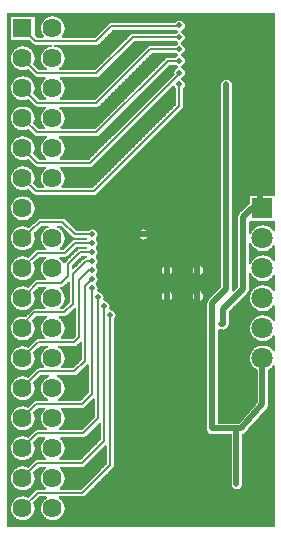
<source format=gbl>
%FSLAX33Y33*%
%MOMM*%
%ADD10C,0.0508*%
%ADD11C,0.51*%
%ADD12C,0.2032*%
%ADD13C,0.508*%
%ADD14C,1.8*%
%ADD15R,1.8X1.8*%
%ADD16R,1.62X1.62*%
%ADD17C,1.62*%
D10*
%LNpour fill*%
G01*
X7284Y11759D02*
X7284Y11759D01*
X7284Y14057*
X7188Y14097*
X6353Y13261*
X6351Y13260*
X6247Y13190*
X6243Y13188*
X6120Y13164*
X6117Y13164*
X4665Y13164*
X4648Y13078*
X4792Y13018*
X4795Y13016*
X5009Y12852*
X5012Y12849*
X5176Y12635*
X5178Y12632*
X5281Y12383*
X5282Y12379*
X5317Y12112*
X5317Y12108*
X5282Y11841*
X5281Y11837*
X5178Y11588*
X5176Y11585*
X5012Y11371*
X5009Y11368*
X4795Y11204*
X4792Y11202*
X4720Y11172*
X4737Y11086*
X6611Y11086*
X7284Y11759*
X4732Y11110D02*
X6635Y11110D01*
X4723Y11160D02*
X6684Y11160D01*
X4802Y11209D02*
X6734Y11209D01*
X4867Y11259D02*
X6783Y11259D01*
X4931Y11308D02*
X6833Y11308D01*
X4996Y11358D02*
X6883Y11358D01*
X5040Y11407D02*
X6932Y11407D01*
X5078Y11457D02*
X6982Y11457D01*
X5116Y11507D02*
X7031Y11507D01*
X5154Y11556D02*
X7081Y11556D01*
X5185Y11606D02*
X7130Y11606D01*
X5206Y11655D02*
X7180Y11655D01*
X5226Y11705D02*
X7229Y11705D01*
X5247Y11754D02*
X7279Y11754D01*
X5267Y11804D02*
X7284Y11804D01*
X5284Y11853D02*
X7284Y11853D01*
X5290Y11903D02*
X7284Y11903D01*
X5297Y11952D02*
X7284Y11952D01*
X5303Y12002D02*
X7284Y12002D01*
X5310Y12051D02*
X7284Y12051D01*
X5316Y12101D02*
X7284Y12101D01*
X5312Y12150D02*
X7284Y12150D01*
X5306Y12200D02*
X7284Y12200D01*
X5299Y12249D02*
X7284Y12249D01*
X5293Y12299D02*
X7284Y12299D01*
X5286Y12349D02*
X7284Y12349D01*
X5275Y12398D02*
X7284Y12398D01*
X5254Y12448D02*
X7284Y12448D01*
X5234Y12497D02*
X7284Y12497D01*
X5213Y12547D02*
X7284Y12547D01*
X5193Y12596D02*
X7284Y12596D01*
X5168Y12646D02*
X7284Y12646D01*
X5130Y12695D02*
X7284Y12695D01*
X5092Y12745D02*
X7284Y12745D01*
X5054Y12794D02*
X7284Y12794D01*
X5016Y12844D02*
X7284Y12844D01*
X4955Y12893D02*
X7284Y12893D01*
X4891Y12943D02*
X7284Y12943D01*
X4826Y12992D02*
X7284Y12992D01*
X4734Y13042D02*
X7284Y13042D01*
X4650Y13091D02*
X7284Y13091D01*
X4660Y13141D02*
X7284Y13141D01*
X6247Y13191D02*
X7284Y13191D01*
X6322Y13240D02*
X7284Y13240D01*
X6381Y13290D02*
X7284Y13290D01*
X6431Y13339D02*
X7284Y13339D01*
X6480Y13389D02*
X7284Y13389D01*
X6530Y13438D02*
X7284Y13438D01*
X6579Y13488D02*
X7284Y13488D01*
X6629Y13537D02*
X7284Y13537D01*
X6678Y13587D02*
X7284Y13587D01*
X6728Y13636D02*
X7284Y13636D01*
X6778Y13686D02*
X7284Y13686D01*
X6827Y13735D02*
X7284Y13735D01*
X6877Y13785D02*
X7284Y13785D01*
X6926Y13834D02*
X7284Y13834D01*
X6976Y13884D02*
X7284Y13884D01*
X7025Y13934D02*
X7284Y13934D01*
X7075Y13983D02*
X7284Y13983D01*
X7124Y14033D02*
X7284Y14033D01*
X7174Y14082D02*
X7223Y14082D01*
X6664Y14523D02*
X6664Y14523D01*
X6664Y15951*
X6578Y15986*
X6353Y15761*
X6351Y15760*
X6247Y15690*
X6243Y15688*
X6120Y15664*
X6117Y15664*
X4761Y15664*
X4744Y15578*
X4792Y15558*
X4795Y15556*
X5009Y15392*
X5012Y15389*
X5176Y15175*
X5178Y15172*
X5281Y14923*
X5282Y14919*
X5317Y14652*
X5317Y14648*
X5282Y14381*
X5281Y14377*
X5178Y14128*
X5176Y14125*
X5028Y13931*
X5041Y13865*
X5050Y13836*
X5977Y13836*
X6664Y14523*
X5042Y13860D02*
X6001Y13860D01*
X5032Y13910D02*
X6051Y13910D01*
X5049Y13959D02*
X6100Y13959D01*
X5087Y14009D02*
X6150Y14009D01*
X5125Y14058D02*
X6199Y14058D01*
X5163Y14108D02*
X6249Y14108D01*
X5190Y14157D02*
X6298Y14157D01*
X5211Y14207D02*
X6348Y14207D01*
X5231Y14257D02*
X6397Y14257D01*
X5252Y14306D02*
X6447Y14306D01*
X5272Y14356D02*
X6496Y14356D01*
X5285Y14405D02*
X6546Y14405D01*
X5292Y14455D02*
X6595Y14455D01*
X5298Y14504D02*
X6645Y14504D01*
X5305Y14554D02*
X6664Y14554D01*
X5311Y14603D02*
X6664Y14603D01*
X5317Y14653D02*
X6664Y14653D01*
X5311Y14702D02*
X6664Y14702D01*
X5304Y14752D02*
X6664Y14752D01*
X5298Y14801D02*
X6664Y14801D01*
X5291Y14851D02*
X6664Y14851D01*
X5285Y14900D02*
X6664Y14900D01*
X5270Y14950D02*
X6664Y14950D01*
X5249Y14999D02*
X6664Y14999D01*
X5229Y15049D02*
X6664Y15049D01*
X5208Y15099D02*
X6664Y15099D01*
X5188Y15148D02*
X6664Y15148D01*
X5159Y15198D02*
X6664Y15198D01*
X5121Y15247D02*
X6664Y15247D01*
X5083Y15297D02*
X6664Y15297D01*
X5045Y15346D02*
X6664Y15346D01*
X5004Y15396D02*
X6664Y15396D01*
X4940Y15445D02*
X6664Y15445D01*
X4875Y15495D02*
X6664Y15495D01*
X4811Y15544D02*
X6664Y15544D01*
X4747Y15594D02*
X6664Y15594D01*
X4757Y15643D02*
X6664Y15643D01*
X6251Y15693D02*
X6664Y15693D01*
X6325Y15742D02*
X6664Y15742D01*
X6384Y15792D02*
X6664Y15792D01*
X6433Y15841D02*
X6664Y15841D01*
X6483Y15891D02*
X6664Y15891D01*
X6532Y15941D02*
X6664Y15941D01*
X7792Y9659D02*
X7792Y9659D01*
X7792Y11195*
X7706Y11230*
X6987Y10511*
X6985Y10510*
X6881Y10440*
X6876Y10438*
X6754Y10414*
X6751Y10414*
X5017Y10414*
X4988Y10328*
X5009Y10312*
X5012Y10309*
X5176Y10095*
X5178Y10092*
X5281Y9843*
X5282Y9839*
X5317Y9572*
X5317Y9568*
X5282Y9301*
X5281Y9297*
X5178Y9048*
X5176Y9045*
X5012Y8831*
X5009Y8828*
X4810Y8675*
X4833Y8586*
X6719Y8586*
X7792Y9659*
X4826Y8610D02*
X6743Y8610D01*
X4814Y8660D02*
X6792Y8660D01*
X4854Y8709D02*
X6842Y8709D01*
X4919Y8759D02*
X6891Y8759D01*
X4984Y8808D02*
X6941Y8808D01*
X5033Y8858D02*
X6991Y8858D01*
X5071Y8907D02*
X7040Y8907D01*
X5109Y8957D02*
X7090Y8957D01*
X5147Y9007D02*
X7139Y9007D01*
X5181Y9056D02*
X7189Y9056D01*
X5202Y9106D02*
X7238Y9106D01*
X5222Y9155D02*
X7288Y9155D01*
X5243Y9205D02*
X7337Y9205D01*
X5263Y9254D02*
X7387Y9254D01*
X5283Y9304D02*
X7436Y9304D01*
X5289Y9353D02*
X7486Y9353D01*
X5296Y9403D02*
X7535Y9403D01*
X5302Y9452D02*
X7585Y9452D01*
X5309Y9502D02*
X7634Y9502D01*
X5315Y9551D02*
X7684Y9551D01*
X5313Y9601D02*
X7733Y9601D01*
X5307Y9650D02*
X7783Y9650D01*
X5300Y9700D02*
X7792Y9700D01*
X5294Y9749D02*
X7792Y9749D01*
X5287Y9799D02*
X7792Y9799D01*
X5279Y9849D02*
X7792Y9849D01*
X5258Y9898D02*
X7792Y9898D01*
X5238Y9948D02*
X7792Y9948D01*
X5217Y9997D02*
X7792Y9997D01*
X5197Y10047D02*
X7792Y10047D01*
X5175Y10096D02*
X7792Y10096D01*
X5137Y10146D02*
X7792Y10146D01*
X5099Y10195D02*
X7792Y10195D01*
X5061Y10245D02*
X7792Y10245D01*
X5023Y10294D02*
X7792Y10294D01*
X4994Y10344D02*
X7792Y10344D01*
X5010Y10393D02*
X7792Y10393D01*
X6885Y10443D02*
X7792Y10443D01*
X6959Y10492D02*
X7792Y10492D01*
X7017Y10542D02*
X7792Y10542D01*
X7067Y10591D02*
X7792Y10591D01*
X7116Y10641D02*
X7792Y10641D01*
X7166Y10691D02*
X7792Y10691D01*
X7216Y10740D02*
X7792Y10740D01*
X7265Y10790D02*
X7792Y10790D01*
X7315Y10839D02*
X7792Y10839D01*
X7364Y10889D02*
X7792Y10889D01*
X7414Y10938D02*
X7792Y10938D01*
X7463Y10988D02*
X7792Y10988D01*
X7513Y11037D02*
X7792Y11037D01*
X7562Y11087D02*
X7792Y11087D01*
X7612Y11136D02*
X7792Y11136D01*
X7661Y11186D02*
X7792Y11186D01*
X23073Y13978D02*
X23073Y13978D01*
X22981Y14009*
X22856Y13846*
X22854Y13844*
X22621Y13665*
X22618Y13664*
X22543Y13632*
X22543Y10724*
X22542Y10721*
X22527Y10646*
X22517Y10569*
X22516Y10564*
X22509Y10552*
X22506Y10539*
X22504Y10534*
X22461Y10469*
X22422Y10403*
X22421Y10401*
X20619Y8349*
X20617Y8347*
X20608Y8340*
X20600Y8328*
X20597Y8325*
X20532Y8282*
X20470Y8234*
X20465Y8232*
X20452Y8228*
X20441Y8221*
X20436Y8219*
X20360Y8204*
X20343Y8199*
X20343Y3999*
X20342Y3996*
X20306Y3814*
X20304Y3809*
X20200Y3653*
X20197Y3650*
X20041Y3546*
X20036Y3544*
X19853Y3507*
X19847Y3507*
X19664Y3544*
X19659Y3546*
X19503Y3650*
X19500Y3653*
X19396Y3809*
X19394Y3814*
X19358Y3996*
X19357Y3999*
X19357Y8182*
X17793Y8182*
X17791Y8183*
X17767Y8187*
X17748Y8183*
X17742Y8183*
X17559Y8220*
X17555Y8222*
X17399Y8326*
X17396Y8329*
X17292Y8485*
X17290Y8489*
X17253Y8672*
X17253Y8678*
X17290Y8861*
X17292Y8865*
X17302Y8880*
X17302Y19316*
X17302Y19319*
X17338Y19501*
X17340Y19506*
X17444Y19661*
X17445Y19662*
X18498Y20716*
X18498Y37633*
X18465Y37804*
X18465Y37809*
X18501Y37992*
X18503Y37996*
X18607Y38152*
X18610Y38155*
X18766Y38259*
X18770Y38261*
X18954Y38298*
X18959Y38298*
X19142Y38261*
X19146Y38259*
X19302Y38155*
X19305Y38152*
X19317Y38135*
X19338Y38121*
X19341Y38118*
X19445Y37962*
X19447Y37957*
X19483Y37775*
X19484Y37772*
X19484Y26493*
X19492Y26453*
X19492Y26447*
X19484Y26407*
X19484Y20510*
X19483Y20508*
X19457Y20374*
X19532Y20322*
X19925Y20716*
X19925Y26619*
X19925Y26621*
X19962Y26804*
X19964Y26809*
X20067Y26963*
X20069Y26965*
X20803Y27699*
X20805Y27701*
X20921Y27779*
X20921Y28464*
X20936Y28479*
X23073Y28479*
X23073Y43873*
X0427Y43873*
X0427Y0427*
X23073Y0427*
X23073Y13978*
X7754Y28414D02*
X7754Y28414D01*
X7876Y28438*
X7881Y28440*
X7985Y28510*
X7987Y28511*
X15239Y35763*
X15240Y35765*
X15310Y35869*
X15312Y35874*
X15336Y35996*
X15336Y35999*
X15336Y37450*
X15346Y37457*
X15349Y37460*
X15453Y37616*
X15455Y37620*
X15492Y37804*
X15492Y37809*
X15455Y37992*
X15453Y37996*
X15349Y38152*
X15346Y38155*
X15190Y38259*
X15186Y38261*
X15181Y38262*
X15181Y38350*
X15186Y38351*
X15190Y38353*
X15346Y38457*
X15349Y38460*
X15453Y38616*
X15455Y38620*
X15492Y38804*
X15492Y38809*
X15455Y38992*
X15453Y38996*
X15349Y39152*
X15346Y39155*
X15190Y39259*
X15186Y39261*
X15181Y39262*
X15181Y39350*
X15186Y39351*
X15190Y39353*
X15346Y39457*
X15349Y39460*
X15453Y39616*
X15455Y39620*
X15492Y39804*
X15492Y39809*
X15455Y39992*
X15453Y39996*
X15349Y40152*
X15346Y40155*
X15190Y40259*
X15186Y40261*
X15181Y40262*
X15181Y40350*
X15186Y40351*
X15190Y40353*
X15346Y40457*
X15349Y40460*
X15453Y40616*
X15455Y40620*
X15492Y40804*
X15492Y40809*
X15455Y40992*
X15453Y40996*
X15349Y41152*
X15346Y41155*
X15190Y41259*
X15186Y41261*
X15181Y41262*
X15181Y41350*
X15186Y41351*
X15190Y41353*
X15346Y41457*
X15349Y41460*
X15453Y41616*
X15455Y41620*
X15492Y41804*
X15492Y41809*
X15455Y41992*
X15453Y41996*
X15349Y42152*
X15346Y42155*
X15190Y42259*
X15186Y42261*
X15181Y42262*
X15181Y42350*
X15186Y42351*
X15190Y42353*
X15346Y42457*
X15349Y42460*
X15453Y42616*
X15455Y42620*
X15492Y42804*
X15492Y42809*
X15455Y42992*
X15453Y42996*
X15349Y43152*
X15346Y43155*
X15190Y43259*
X15186Y43261*
X15003Y43298*
X14997Y43298*
X14814Y43261*
X14810Y43259*
X14654Y43155*
X14651Y43152*
X14607Y43086*
X9249Y43086*
X9246Y43086*
X9124Y43062*
X9119Y43060*
X9015Y42990*
X9013Y42989*
X7861Y41836*
X5125Y41836*
X5076Y41935*
X5176Y42065*
X5178Y42068*
X5281Y42317*
X5282Y42321*
X5317Y42588*
X5317Y42592*
X5282Y42859*
X5281Y42863*
X5178Y43112*
X5176Y43115*
X5012Y43329*
X5009Y43332*
X4795Y43496*
X4792Y43498*
X4543Y43601*
X4539Y43602*
X4272Y43637*
X4268Y43637*
X4001Y43602*
X3997Y43601*
X3748Y43498*
X3745Y43496*
X3531Y43332*
X3528Y43329*
X3364Y43115*
X3362Y43112*
X3259Y42863*
X3258Y42859*
X3223Y42592*
X3223Y42588*
X3258Y42321*
X3259Y42317*
X3362Y42068*
X3364Y42065*
X3464Y41935*
X3415Y41836*
X2959Y41836*
X2769Y42027*
X2769Y43614*
X2754Y43629*
X0706Y43629*
X0691Y43614*
X0691Y41566*
X0706Y41551*
X2293Y41551*
X2583Y41261*
X2585Y41260*
X2689Y41190*
X2694Y41188*
X2816Y41164*
X2819Y41164*
X4164Y41164*
X4169Y41084*
X4001Y41062*
X3997Y41061*
X3748Y40958*
X3745Y40956*
X3531Y40792*
X3528Y40789*
X3364Y40575*
X3362Y40572*
X3259Y40323*
X3258Y40319*
X3223Y40052*
X3223Y40048*
X3258Y39781*
X3259Y39777*
X3362Y39528*
X3364Y39525*
X3528Y39311*
X3531Y39308*
X3700Y39178*
X3675Y39086*
X3139Y39086*
X2655Y39570*
X2741Y39777*
X2742Y39781*
X2777Y40048*
X2777Y40052*
X2742Y40319*
X2741Y40323*
X2638Y40572*
X2636Y40575*
X2472Y40789*
X2469Y40792*
X2255Y40956*
X2252Y40958*
X2003Y41061*
X1999Y41062*
X1732Y41097*
X1728Y41097*
X1461Y41062*
X1457Y41061*
X1208Y40958*
X1205Y40956*
X0991Y40792*
X0988Y40789*
X0824Y40575*
X0822Y40572*
X0719Y40323*
X0718Y40319*
X0683Y40052*
X0683Y40048*
X0718Y39781*
X0719Y39777*
X0822Y39528*
X0824Y39525*
X0988Y39311*
X0991Y39308*
X1205Y39144*
X1208Y39142*
X1457Y39039*
X1461Y39038*
X1728Y39003*
X1732Y39003*
X1999Y39038*
X2003Y39039*
X2168Y39107*
X2763Y38511*
X2765Y38510*
X2869Y38440*
X2874Y38438*
X2996Y38414*
X2999Y38414*
X3590Y38414*
X3621Y38321*
X3531Y38252*
X3528Y38249*
X3364Y38035*
X3362Y38032*
X3259Y37783*
X3258Y37779*
X3223Y37512*
X3223Y37508*
X3258Y37241*
X3259Y37237*
X3362Y36988*
X3364Y36985*
X3528Y36771*
X3531Y36768*
X3647Y36679*
X3616Y36586*
X3129Y36586*
X2664Y37051*
X2741Y37237*
X2742Y37241*
X2777Y37508*
X2777Y37512*
X2742Y37779*
X2741Y37783*
X2638Y38032*
X2636Y38035*
X2472Y38249*
X2469Y38252*
X2255Y38416*
X2252Y38418*
X2003Y38521*
X1999Y38522*
X1732Y38557*
X1728Y38557*
X1461Y38522*
X1457Y38521*
X1208Y38418*
X1205Y38416*
X0991Y38252*
X0988Y38249*
X0824Y38035*
X0822Y38032*
X0719Y37783*
X0718Y37779*
X0683Y37512*
X0683Y37508*
X0718Y37241*
X0719Y37237*
X0822Y36988*
X0824Y36985*
X0988Y36771*
X0991Y36768*
X1205Y36604*
X1208Y36602*
X1457Y36499*
X1461Y36498*
X1728Y36463*
X1732Y36463*
X1999Y36498*
X2003Y36499*
X2189Y36576*
X2753Y36011*
X2755Y36010*
X2859Y35940*
X2864Y35938*
X2987Y35914*
X2993Y35914*
X2995Y35914*
X2996Y35914*
X2999Y35914*
X3642Y35914*
X3673Y35821*
X3531Y35712*
X3528Y35709*
X3364Y35495*
X3362Y35492*
X3259Y35243*
X3258Y35239*
X3223Y34972*
X3223Y34968*
X3258Y34701*
X3259Y34697*
X3362Y34448*
X3364Y34445*
X3528Y34231*
X3531Y34228*
X3595Y34179*
X3564Y34086*
X3089Y34086*
X2664Y34511*
X2741Y34697*
X2742Y34701*
X2777Y34968*
X2777Y34972*
X2742Y35239*
X2741Y35243*
X2638Y35492*
X2636Y35495*
X2472Y35709*
X2469Y35712*
X2255Y35876*
X2252Y35878*
X2003Y35981*
X1999Y35982*
X1732Y36017*
X1728Y36017*
X1461Y35982*
X1457Y35981*
X1208Y35878*
X1205Y35876*
X0991Y35712*
X0988Y35709*
X0824Y35495*
X0822Y35492*
X0719Y35243*
X0718Y35239*
X0683Y34972*
X0683Y34968*
X0718Y34701*
X0719Y34697*
X0822Y34448*
X0824Y34445*
X0988Y34231*
X0991Y34228*
X1205Y34064*
X1208Y34062*
X1457Y33959*
X1461Y33958*
X1728Y33923*
X1732Y33923*
X1999Y33958*
X2003Y33959*
X2189Y34036*
X2713Y33511*
X2715Y33510*
X2819Y33440*
X2824Y33438*
X2947Y33414*
X2953Y33414*
X2975Y33418*
X2996Y33414*
X2999Y33414*
X3707Y33414*
X3730Y33325*
X3531Y33172*
X3528Y33169*
X3364Y32955*
X3362Y32952*
X3259Y32703*
X3258Y32699*
X3223Y32432*
X3223Y32428*
X3258Y32161*
X3259Y32157*
X3362Y31908*
X3364Y31905*
X3528Y31691*
X3531Y31688*
X3660Y31589*
X3629Y31496*
X3139Y31496*
X2664Y31971*
X2741Y32157*
X2742Y32161*
X2777Y32428*
X2777Y32432*
X2742Y32699*
X2741Y32703*
X2638Y32952*
X2636Y32955*
X2472Y33169*
X2469Y33172*
X2255Y33336*
X2252Y33338*
X2003Y33441*
X1999Y33442*
X1732Y33477*
X1728Y33477*
X1461Y33442*
X1457Y33441*
X1208Y33338*
X1205Y33336*
X0991Y33172*
X0988Y33169*
X0824Y32955*
X0822Y32952*
X0719Y32703*
X0718Y32699*
X0683Y32432*
X0683Y32428*
X0718Y32161*
X0719Y32157*
X0822Y31908*
X0824Y31905*
X0988Y31691*
X0991Y31688*
X1205Y31524*
X1208Y31522*
X1457Y31419*
X1461Y31418*
X1728Y31383*
X1732Y31383*
X1999Y31418*
X2003Y31419*
X2189Y31496*
X2730Y30954*
X2751Y30924*
X2754Y30921*
X2859Y30850*
X2864Y30848*
X2986Y30824*
X2989Y30824*
X3629Y30824*
X3660Y30731*
X3531Y30632*
X3528Y30629*
X3364Y30415*
X3362Y30412*
X3259Y30163*
X3258Y30159*
X3223Y29892*
X3223Y29888*
X3258Y29621*
X3259Y29617*
X3362Y29368*
X3364Y29365*
X3504Y29182*
X3478Y29086*
X3009Y29086*
X2664Y29431*
X2741Y29617*
X2742Y29621*
X2777Y29888*
X2777Y29892*
X2742Y30159*
X2741Y30163*
X2638Y30412*
X2636Y30415*
X2472Y30629*
X2469Y30632*
X2255Y30796*
X2252Y30798*
X2003Y30901*
X1999Y30902*
X1732Y30937*
X1728Y30937*
X1461Y30902*
X1457Y30901*
X1208Y30798*
X1205Y30796*
X0991Y30632*
X0988Y30629*
X0824Y30415*
X0822Y30412*
X0719Y30163*
X0718Y30159*
X0683Y29892*
X0683Y29888*
X0718Y29621*
X0719Y29617*
X0822Y29368*
X0824Y29365*
X0988Y29151*
X0991Y29148*
X1205Y28984*
X1208Y28982*
X1457Y28879*
X1461Y28878*
X1728Y28843*
X1732Y28843*
X1999Y28878*
X2003Y28879*
X2189Y28956*
X2633Y28511*
X2635Y28510*
X2739Y28440*
X2744Y28438*
X2866Y28414*
X2869Y28414*
X7751Y28414*
X7754Y28414*
X1999Y26338D02*
X1999Y26338D01*
X2003Y26339*
X2252Y26442*
X2255Y26444*
X2469Y26608*
X2472Y26611*
X2636Y26825*
X2638Y26828*
X2741Y27077*
X2742Y27081*
X2777Y27348*
X2777Y27352*
X2742Y27619*
X2741Y27623*
X2638Y27872*
X2636Y27875*
X2472Y28089*
X2469Y28092*
X2255Y28256*
X2252Y28258*
X2003Y28361*
X1999Y28362*
X1732Y28397*
X1728Y28397*
X1461Y28362*
X1457Y28361*
X1208Y28258*
X1205Y28256*
X0991Y28092*
X0988Y28089*
X0824Y27875*
X0822Y27872*
X0719Y27623*
X0718Y27619*
X0683Y27352*
X0683Y27348*
X0718Y27081*
X0719Y27077*
X0822Y26828*
X0824Y26825*
X0988Y26611*
X0991Y26608*
X1205Y26444*
X1208Y26442*
X1457Y26339*
X1461Y26338*
X1728Y26303*
X1732Y26303*
X1999Y26338*
X12124Y24691D02*
X12124Y24691D01*
X12128Y24693*
X12284Y24797*
X12287Y24800*
X12391Y24956*
X12393Y24960*
X12430Y25143*
X12430Y25149*
X12393Y25332*
X12391Y25336*
X12287Y25492*
X12284Y25495*
X12128Y25599*
X12124Y25601*
X11941Y25638*
X11935Y25638*
X11752Y25601*
X11748Y25599*
X11592Y25495*
X11589Y25492*
X11485Y25336*
X11483Y25332*
X11446Y25149*
X11446Y25143*
X11483Y24960*
X11485Y24956*
X11589Y24800*
X11592Y24797*
X11748Y24693*
X11752Y24691*
X11935Y24654*
X11941Y24654*
X12124Y24691*
X1999Y0938D02*
X1999Y0938D01*
X2003Y0939*
X2252Y1042*
X2255Y1044*
X2469Y1208*
X2472Y1211*
X2636Y1425*
X2638Y1428*
X2741Y1677*
X2742Y1681*
X2777Y1948*
X2777Y1952*
X2742Y2219*
X2741Y2223*
X2664Y2409*
X3169Y2914*
X3675Y2914*
X3700Y2822*
X3531Y2692*
X3528Y2689*
X3364Y2475*
X3362Y2472*
X3259Y2223*
X3258Y2219*
X3223Y1952*
X3223Y1948*
X3258Y1681*
X3259Y1677*
X3362Y1428*
X3364Y1425*
X3528Y1211*
X3531Y1208*
X3745Y1044*
X3748Y1042*
X3997Y0939*
X4001Y0938*
X4268Y0903*
X4272Y0903*
X4539Y0938*
X4543Y0939*
X4792Y1042*
X4795Y1044*
X5009Y1208*
X5012Y1211*
X5176Y1425*
X5178Y1428*
X5281Y1677*
X5282Y1681*
X5317Y1948*
X5317Y1952*
X5282Y2219*
X5281Y2223*
X5178Y2472*
X5176Y2475*
X5012Y2689*
X5009Y2692*
X4840Y2822*
X4865Y2914*
X6751Y2914*
X6754Y2914*
X6876Y2938*
X6881Y2940*
X6944Y2982*
X6984Y2990*
X6989Y2992*
X7093Y3062*
X7095Y3063*
X9383Y5351*
X9384Y5353*
X9454Y5457*
X9456Y5462*
X9480Y5584*
X9480Y5587*
X9480Y17932*
X9490Y17939*
X9493Y17942*
X9597Y18098*
X9599Y18102*
X9636Y18285*
X9636Y18291*
X9599Y18474*
X9597Y18478*
X9493Y18634*
X9490Y18637*
X9334Y18741*
X9330Y18743*
X9155Y18778*
X9092Y18871*
X9128Y19047*
X9128Y19053*
X9091Y19236*
X9089Y19240*
X8985Y19396*
X8982Y19399*
X8826Y19503*
X8822Y19505*
X8647Y19540*
X8584Y19633*
X8620Y19809*
X8620Y19815*
X8583Y19998*
X8581Y20002*
X8477Y20158*
X8474Y20161*
X8318Y20265*
X8314Y20267*
X8139Y20302*
X8076Y20395*
X8112Y20571*
X8112Y20577*
X8075Y20760*
X8073Y20764*
X7975Y20911*
X7975Y20999*
X8073Y21146*
X8075Y21150*
X8112Y21333*
X8112Y21339*
X8075Y21522*
X8073Y21526*
X7975Y21673*
X7975Y21761*
X8073Y21908*
X8075Y21912*
X8112Y22095*
X8112Y22101*
X8075Y22284*
X8073Y22288*
X7975Y22435*
X7975Y22523*
X8073Y22670*
X8075Y22674*
X8112Y22857*
X8112Y22863*
X8075Y23046*
X8073Y23050*
X7975Y23197*
X7975Y23285*
X8073Y23432*
X8075Y23436*
X8112Y23619*
X8112Y23625*
X8075Y23808*
X8073Y23812*
X7975Y23959*
X7975Y24047*
X8073Y24194*
X8075Y24198*
X8112Y24381*
X8112Y24387*
X8075Y24570*
X8073Y24574*
X7975Y24721*
X7975Y24809*
X8073Y24956*
X8075Y24960*
X8112Y25143*
X8112Y25149*
X8075Y25332*
X8073Y25336*
X7969Y25492*
X7966Y25495*
X7810Y25599*
X7806Y25601*
X7623Y25638*
X7617Y25638*
X7434Y25601*
X7430Y25599*
X7274Y25495*
X7271Y25492*
X7264Y25482*
X6284Y25482*
X5342Y26424*
X5341Y26425*
X5237Y26495*
X5232Y26497*
X5109Y26521*
X5107Y26521*
X3259Y26521*
X3256Y26521*
X3204Y26511*
X3150Y26503*
X3146Y26501*
X3140Y26498*
X3134Y26497*
X3129Y26495*
X3084Y26464*
X3038Y26437*
X3036Y26436*
X2242Y25722*
X2003Y25821*
X1999Y25822*
X1732Y25857*
X1728Y25857*
X1461Y25822*
X1457Y25821*
X1208Y25718*
X1205Y25716*
X0991Y25552*
X0988Y25549*
X0824Y25335*
X0822Y25332*
X0719Y25083*
X0718Y25079*
X0683Y24812*
X0683Y24808*
X0718Y24541*
X0719Y24537*
X0822Y24288*
X0824Y24285*
X0988Y24071*
X0991Y24068*
X1205Y23904*
X1208Y23902*
X1457Y23799*
X1461Y23798*
X1728Y23763*
X1732Y23763*
X1999Y23798*
X2003Y23799*
X2252Y23902*
X2255Y23904*
X2469Y24068*
X2472Y24071*
X2636Y24285*
X2638Y24288*
X2741Y24537*
X2742Y24541*
X2777Y24808*
X2777Y24812*
X2742Y25079*
X2741Y25083*
X2686Y25217*
X3389Y25849*
X3839Y25849*
X3856Y25763*
X3748Y25718*
X3745Y25716*
X3531Y25552*
X3528Y25549*
X3364Y25335*
X3362Y25332*
X3259Y25083*
X3258Y25079*
X3223Y24812*
X3223Y24808*
X3258Y24541*
X3259Y24537*
X3362Y24288*
X3364Y24285*
X3528Y24071*
X3531Y24068*
X3647Y23979*
X3616Y23886*
X3009Y23886*
X3006Y23886*
X2884Y23862*
X2879Y23860*
X2775Y23790*
X2773Y23789*
X2189Y23204*
X2003Y23281*
X1999Y23282*
X1732Y23317*
X1728Y23317*
X1461Y23282*
X1457Y23281*
X1208Y23178*
X1205Y23176*
X0991Y23012*
X0988Y23009*
X0824Y22795*
X0822Y22792*
X0719Y22543*
X0718Y22539*
X0683Y22272*
X0683Y22268*
X0718Y22001*
X0719Y21997*
X0822Y21748*
X0824Y21745*
X0988Y21531*
X0991Y21528*
X1205Y21364*
X1208Y21362*
X1457Y21259*
X1461Y21258*
X1728Y21223*
X1732Y21223*
X1999Y21258*
X2003Y21259*
X2252Y21362*
X2255Y21364*
X2469Y21528*
X2472Y21531*
X2636Y21745*
X2638Y21748*
X2741Y21997*
X2742Y22001*
X2777Y22268*
X2777Y22272*
X2742Y22539*
X2741Y22543*
X2664Y22729*
X3149Y23214*
X3642Y23214*
X3673Y23121*
X3531Y23012*
X3528Y23009*
X3364Y22795*
X3362Y22792*
X3259Y22543*
X3258Y22539*
X3223Y22272*
X3223Y22268*
X3258Y22001*
X3259Y21997*
X3362Y21748*
X3364Y21745*
X3528Y21531*
X3531Y21528*
X3660Y21429*
X3629Y21336*
X2999Y21336*
X2996Y21336*
X2874Y21312*
X2869Y21310*
X2765Y21240*
X2763Y21239*
X2189Y20664*
X2003Y20741*
X1999Y20742*
X1732Y20777*
X1728Y20777*
X1461Y20742*
X1457Y20741*
X1208Y20638*
X1205Y20636*
X0991Y20472*
X0988Y20469*
X0824Y20255*
X0822Y20252*
X0719Y20003*
X0718Y19999*
X0683Y19732*
X0683Y19728*
X0718Y19461*
X0719Y19457*
X0822Y19208*
X0824Y19205*
X0988Y18991*
X0991Y18988*
X1205Y18824*
X1208Y18822*
X1457Y18719*
X1461Y18718*
X1728Y18683*
X1732Y18683*
X1999Y18718*
X2003Y18719*
X2252Y18822*
X2255Y18824*
X2469Y18988*
X2472Y18991*
X2636Y19205*
X2638Y19208*
X2741Y19457*
X2742Y19461*
X2777Y19728*
X2777Y19732*
X2742Y19999*
X2741Y20003*
X2664Y20189*
X3139Y20664*
X3629Y20664*
X3660Y20571*
X3531Y20472*
X3528Y20469*
X3364Y20255*
X3362Y20252*
X3259Y20003*
X3258Y19999*
X3223Y19732*
X3223Y19728*
X3258Y19461*
X3259Y19457*
X3362Y19208*
X3364Y19205*
X3528Y18991*
X3531Y18988*
X3608Y18929*
X3577Y18836*
X2749Y18836*
X2746Y18836*
X2624Y18812*
X2619Y18810*
X2515Y18740*
X2513Y18739*
X1979Y18205*
X1732Y18237*
X1728Y18237*
X1461Y18202*
X1457Y18201*
X1208Y18098*
X1205Y18096*
X0991Y17932*
X0988Y17929*
X0824Y17715*
X0822Y17712*
X0719Y17463*
X0718Y17459*
X0683Y17192*
X0683Y17188*
X0718Y16921*
X0719Y16917*
X0822Y16668*
X0824Y16665*
X0988Y16451*
X0991Y16448*
X1205Y16284*
X1208Y16282*
X1457Y16179*
X1461Y16178*
X1728Y16143*
X1732Y16143*
X1999Y16178*
X2003Y16179*
X2252Y16282*
X2255Y16284*
X2469Y16448*
X2472Y16451*
X2636Y16665*
X2638Y16668*
X2741Y16917*
X2742Y16921*
X2777Y17188*
X2777Y17192*
X2742Y17459*
X2741Y17463*
X2638Y17712*
X2636Y17715*
X2551Y17826*
X2889Y18164*
X3691Y18164*
X3712Y18116*
X3716Y18074*
X3531Y17932*
X3528Y17929*
X3364Y17715*
X3362Y17712*
X3259Y17463*
X3258Y17459*
X3223Y17192*
X3223Y17188*
X3258Y16921*
X3259Y16917*
X3362Y16668*
X3364Y16665*
X3528Y16451*
X3531Y16448*
X3565Y16422*
X3536Y16336*
X3119Y16336*
X3116Y16336*
X3100Y16333*
X3083Y16336*
X3077Y16336*
X2954Y16312*
X2949Y16310*
X2845Y16240*
X2843Y16239*
X2189Y15584*
X2003Y15661*
X1999Y15662*
X1732Y15697*
X1728Y15697*
X1461Y15662*
X1457Y15661*
X1208Y15558*
X1205Y15556*
X0991Y15392*
X0988Y15389*
X0824Y15175*
X0822Y15172*
X0719Y14923*
X0718Y14919*
X0683Y14652*
X0683Y14648*
X0718Y14381*
X0719Y14377*
X0822Y14128*
X0824Y14125*
X0988Y13911*
X0991Y13908*
X1205Y13744*
X1208Y13742*
X1457Y13639*
X1461Y13638*
X1728Y13603*
X1732Y13603*
X1999Y13638*
X2003Y13639*
X2252Y13742*
X2255Y13744*
X2469Y13908*
X2472Y13911*
X2636Y14125*
X2638Y14128*
X2741Y14377*
X2742Y14381*
X2777Y14648*
X2777Y14652*
X2742Y14919*
X2741Y14923*
X2664Y15109*
X3219Y15664*
X3779Y15664*
X3796Y15578*
X3748Y15558*
X3745Y15556*
X3531Y15392*
X3528Y15389*
X3364Y15175*
X3362Y15172*
X3259Y14923*
X3258Y14919*
X3223Y14652*
X3223Y14648*
X3258Y14381*
X3259Y14377*
X3362Y14128*
X3364Y14125*
X3512Y13931*
X3499Y13865*
X3490Y13836*
X3119Y13836*
X3116Y13836*
X2994Y13812*
X2989Y13810*
X2885Y13740*
X2883Y13739*
X2189Y13044*
X2003Y13121*
X1999Y13122*
X1732Y13157*
X1728Y13157*
X1461Y13122*
X1457Y13121*
X1208Y13018*
X1205Y13016*
X0991Y12852*
X0988Y12849*
X0824Y12635*
X0822Y12632*
X0719Y12383*
X0718Y12379*
X0683Y12112*
X0683Y12108*
X0718Y11841*
X0719Y11837*
X0822Y11588*
X0824Y11585*
X0988Y11371*
X0991Y11368*
X1205Y11204*
X1208Y11202*
X1457Y11099*
X1461Y11098*
X1728Y11063*
X1732Y11063*
X1999Y11098*
X2003Y11099*
X2252Y11202*
X2255Y11204*
X2469Y11368*
X2472Y11371*
X2636Y11585*
X2638Y11588*
X2741Y11837*
X2742Y11841*
X2777Y12108*
X2777Y12112*
X2742Y12379*
X2741Y12383*
X2664Y12569*
X3259Y13164*
X3875Y13164*
X3892Y13078*
X3748Y13018*
X3745Y13016*
X3531Y12852*
X3528Y12849*
X3364Y12635*
X3362Y12632*
X3259Y12383*
X3258Y12379*
X3223Y12112*
X3223Y12108*
X3258Y11841*
X3259Y11837*
X3362Y11588*
X3364Y11585*
X3528Y11371*
X3531Y11368*
X3745Y11204*
X3748Y11202*
X3820Y11172*
X3803Y11086*
X2909Y11086*
X2906Y11086*
X2784Y11062*
X2779Y11060*
X2675Y10990*
X2673Y10989*
X2189Y10504*
X2003Y10581*
X1999Y10582*
X1732Y10617*
X1728Y10617*
X1461Y10582*
X1457Y10581*
X1208Y10478*
X1205Y10476*
X0991Y10312*
X0988Y10309*
X0824Y10095*
X0822Y10092*
X0719Y9843*
X0718Y9839*
X0683Y9572*
X0683Y9568*
X0718Y9301*
X0719Y9297*
X0822Y9048*
X0824Y9045*
X0988Y8831*
X0991Y8828*
X1205Y8664*
X1208Y8662*
X1457Y8559*
X1461Y8558*
X1728Y8523*
X1732Y8523*
X1999Y8558*
X2003Y8559*
X2252Y8662*
X2255Y8664*
X2469Y8828*
X2472Y8831*
X2636Y9045*
X2638Y9048*
X2741Y9297*
X2742Y9301*
X2777Y9568*
X2777Y9572*
X2742Y9839*
X2741Y9843*
X2664Y10029*
X3049Y10414*
X3523Y10414*
X3552Y10328*
X3531Y10312*
X3528Y10309*
X3364Y10095*
X3362Y10092*
X3259Y9843*
X3258Y9839*
X3223Y9572*
X3223Y9568*
X3258Y9301*
X3259Y9297*
X3362Y9048*
X3364Y9045*
X3528Y8831*
X3531Y8828*
X3730Y8675*
X3707Y8586*
X2949Y8586*
X2946Y8586*
X2824Y8562*
X2819Y8560*
X2715Y8490*
X2713Y8489*
X2189Y7964*
X2003Y8041*
X1999Y8042*
X1732Y8077*
X1728Y8077*
X1461Y8042*
X1457Y8041*
X1208Y7938*
X1205Y7936*
X0991Y7772*
X0988Y7769*
X0824Y7555*
X0822Y7552*
X0719Y7303*
X0718Y7299*
X0683Y7032*
X0683Y7028*
X0718Y6761*
X0719Y6757*
X0822Y6508*
X0824Y6505*
X0988Y6291*
X0991Y6288*
X1205Y6124*
X1208Y6122*
X1457Y6019*
X1461Y6018*
X1728Y5983*
X1732Y5983*
X1999Y6018*
X2003Y6019*
X2252Y6122*
X2255Y6124*
X2469Y6288*
X2472Y6291*
X2636Y6505*
X2638Y6508*
X2741Y6757*
X2742Y6761*
X2777Y7028*
X2777Y7032*
X2742Y7299*
X2741Y7303*
X2664Y7489*
X3089Y7914*
X3564Y7914*
X3595Y7821*
X3531Y7772*
X3528Y7769*
X3364Y7555*
X3362Y7552*
X3259Y7303*
X3258Y7299*
X3223Y7032*
X3223Y7028*
X3258Y6761*
X3259Y6757*
X3362Y6508*
X3364Y6505*
X3528Y6291*
X3531Y6288*
X3673Y6179*
X3642Y6086*
X2989Y6086*
X2986Y6086*
X2864Y6062*
X2859Y6060*
X2755Y5990*
X2753Y5989*
X2189Y5424*
X2003Y5501*
X1999Y5502*
X1732Y5537*
X1728Y5537*
X1461Y5502*
X1457Y5501*
X1208Y5398*
X1205Y5396*
X0991Y5232*
X0988Y5229*
X0824Y5015*
X0822Y5012*
X0719Y4763*
X0718Y4759*
X0683Y4492*
X0683Y4488*
X0718Y4221*
X0719Y4217*
X0822Y3968*
X0824Y3965*
X0988Y3751*
X0991Y3748*
X1205Y3584*
X1208Y3582*
X1457Y3479*
X1461Y3478*
X1728Y3443*
X1732Y3443*
X1999Y3478*
X2003Y3479*
X2252Y3582*
X2255Y3584*
X2469Y3748*
X2472Y3751*
X2636Y3965*
X2638Y3968*
X2741Y4217*
X2742Y4221*
X2777Y4488*
X2777Y4492*
X2742Y4759*
X2741Y4763*
X2664Y4949*
X3129Y5414*
X3616Y5414*
X3647Y5321*
X3531Y5232*
X3528Y5229*
X3364Y5015*
X3362Y5012*
X3259Y4763*
X3258Y4759*
X3223Y4492*
X3223Y4488*
X3258Y4221*
X3259Y4217*
X3362Y3968*
X3364Y3965*
X3528Y3751*
X3531Y3748*
X3621Y3679*
X3590Y3586*
X3029Y3586*
X3026Y3586*
X2904Y3562*
X2899Y3560*
X2795Y3490*
X2793Y3489*
X2189Y2884*
X2003Y2961*
X1999Y2962*
X1732Y2997*
X1728Y2997*
X1461Y2962*
X1457Y2961*
X1208Y2858*
X1205Y2856*
X0991Y2692*
X0988Y2689*
X0824Y2475*
X0822Y2472*
X0719Y2223*
X0718Y2219*
X0683Y1952*
X0683Y1948*
X0718Y1681*
X0719Y1677*
X0822Y1428*
X0824Y1425*
X0988Y1211*
X0991Y1208*
X1205Y1044*
X1208Y1042*
X1457Y0939*
X1461Y0938*
X1728Y0903*
X1732Y0903*
X1999Y0938*
X16740Y21641D02*
X16740Y21641D01*
X16744Y21643*
X16900Y21747*
X16903Y21750*
X17007Y21906*
X17009Y21910*
X17045Y22094*
X17045Y22099*
X17009Y22282*
X17007Y22287*
X16903Y22442*
X16900Y22446*
X16744Y22549*
X16740Y22551*
X16556Y22588*
X16551Y22588*
X16368Y22551*
X16363Y22549*
X16208Y22446*
X16204Y22442*
X16101Y22287*
X16099Y22282*
X16062Y22099*
X16062Y22094*
X16099Y21910*
X16101Y21906*
X16204Y21750*
X16208Y21747*
X16363Y21643*
X16368Y21641*
X16551Y21605*
X16556Y21605*
X16740Y21641*
X14132Y21641D02*
X14132Y21641D01*
X14137Y21643*
X14292Y21747*
X14296Y21750*
X14399Y21906*
X14401Y21910*
X14438Y22094*
X14438Y22099*
X14401Y22282*
X14399Y22287*
X14296Y22442*
X14292Y22446*
X14137Y22549*
X14132Y22551*
X13949Y22588*
X13944Y22588*
X13760Y22551*
X13756Y22549*
X13600Y22446*
X13597Y22442*
X13493Y22287*
X13491Y22282*
X13455Y22099*
X13455Y22094*
X13491Y21910*
X13493Y21906*
X13597Y21750*
X13600Y21747*
X13756Y21643*
X13760Y21641*
X13944Y21605*
X13949Y21605*
X14132Y21641*
X16740Y19449D02*
X16740Y19449D01*
X16744Y19451*
X16900Y19554*
X16903Y19558*
X17007Y19713*
X17009Y19718*
X17045Y19901*
X17045Y19906*
X17009Y20090*
X17007Y20094*
X16903Y20250*
X16900Y20253*
X16744Y20357*
X16740Y20359*
X16556Y20395*
X16551Y20395*
X16368Y20359*
X16363Y20357*
X16208Y20253*
X16204Y20250*
X16101Y20094*
X16099Y20090*
X16062Y19906*
X16062Y19901*
X16099Y19718*
X16101Y19713*
X16204Y19558*
X16208Y19554*
X16363Y19451*
X16368Y19449*
X16551Y19412*
X16556Y19412*
X16740Y19449*
X14132Y19449D02*
X14132Y19449D01*
X14137Y19451*
X14292Y19554*
X14296Y19558*
X14399Y19713*
X14401Y19718*
X14438Y19901*
X14438Y19906*
X14401Y20090*
X14399Y20094*
X14296Y20250*
X14292Y20253*
X14137Y20357*
X14132Y20359*
X13949Y20395*
X13944Y20395*
X13760Y20359*
X13756Y20357*
X13600Y20253*
X13597Y20250*
X13493Y20094*
X13491Y20090*
X13455Y19906*
X13455Y19901*
X13491Y19718*
X13493Y19713*
X13597Y19558*
X13600Y19554*
X13756Y19451*
X13760Y19449*
X13944Y19412*
X13949Y19412*
X14132Y19449*
X0427Y0451D02*
X23073Y0451D01*
X0427Y0500D02*
X23073Y0500D01*
X0427Y0550D02*
X23073Y0550D01*
X0427Y0600D02*
X23073Y0600D01*
X0427Y0649D02*
X23073Y0649D01*
X0427Y0699D02*
X23073Y0699D01*
X0427Y0748D02*
X23073Y0748D01*
X0427Y0798D02*
X23073Y0798D01*
X0427Y0847D02*
X23073Y0847D01*
X0427Y0897D02*
X23073Y0897D01*
X0427Y0946D02*
X1439Y0946D01*
X2021Y0946D02*
X3979Y0946D01*
X4561Y0946D02*
X23073Y0946D01*
X0427Y0996D02*
X1320Y0996D01*
X2140Y0996D02*
X3860Y0996D01*
X4680Y0996D02*
X23073Y0996D01*
X0427Y1045D02*
X1203Y1045D01*
X2257Y1045D02*
X3743Y1045D01*
X4797Y1045D02*
X23073Y1045D01*
X0427Y1095D02*
X1138Y1095D01*
X2322Y1095D02*
X3678Y1095D01*
X4862Y1095D02*
X23073Y1095D01*
X0427Y1144D02*
X1074Y1144D01*
X2386Y1144D02*
X3614Y1144D01*
X4926Y1144D02*
X23073Y1144D01*
X0427Y1194D02*
X1009Y1194D01*
X2451Y1194D02*
X3549Y1194D01*
X4991Y1194D02*
X23073Y1194D01*
X0427Y1243D02*
X0963Y1243D01*
X2497Y1243D02*
X3503Y1243D01*
X5037Y1243D02*
X23073Y1243D01*
X0427Y1293D02*
X0925Y1293D01*
X2535Y1293D02*
X3465Y1293D01*
X5075Y1293D02*
X23073Y1293D01*
X0427Y1342D02*
X0887Y1342D01*
X2573Y1342D02*
X3427Y1342D01*
X5113Y1342D02*
X23073Y1342D01*
X0427Y1392D02*
X0849Y1392D01*
X2611Y1392D02*
X3389Y1392D01*
X5151Y1392D02*
X23073Y1392D01*
X0427Y1442D02*
X0816Y1442D01*
X2644Y1442D02*
X3356Y1442D01*
X5184Y1442D02*
X23073Y1442D01*
X0427Y1491D02*
X0796Y1491D01*
X2664Y1491D02*
X3336Y1491D01*
X5204Y1491D02*
X23073Y1491D01*
X0427Y1541D02*
X0775Y1541D01*
X2685Y1541D02*
X3315Y1541D01*
X5225Y1541D02*
X23073Y1541D01*
X0427Y1590D02*
X0755Y1590D01*
X2705Y1590D02*
X3295Y1590D01*
X5245Y1590D02*
X23073Y1590D01*
X0427Y1640D02*
X0734Y1640D01*
X2726Y1640D02*
X3274Y1640D01*
X5266Y1640D02*
X23073Y1640D01*
X0427Y1689D02*
X0717Y1689D01*
X2743Y1689D02*
X3257Y1689D01*
X5283Y1689D02*
X23073Y1689D01*
X0427Y1739D02*
X0710Y1739D01*
X2750Y1739D02*
X3250Y1739D01*
X5290Y1739D02*
X23073Y1739D01*
X0427Y1788D02*
X0704Y1788D01*
X2756Y1788D02*
X3244Y1788D01*
X5296Y1788D02*
X23073Y1788D01*
X0427Y1838D02*
X0697Y1838D01*
X2763Y1838D02*
X3237Y1838D01*
X5303Y1838D02*
X23073Y1838D01*
X0427Y1887D02*
X0691Y1887D01*
X2769Y1887D02*
X3231Y1887D01*
X5309Y1887D02*
X23073Y1887D01*
X0427Y1937D02*
X0684Y1937D01*
X2776Y1937D02*
X3224Y1937D01*
X5316Y1937D02*
X23073Y1937D01*
X0427Y1986D02*
X0687Y1986D01*
X2773Y1986D02*
X3227Y1986D01*
X5313Y1986D02*
X23073Y1986D01*
X0427Y2036D02*
X0694Y2036D01*
X2766Y2036D02*
X3234Y2036D01*
X5306Y2036D02*
X23073Y2036D01*
X0427Y2085D02*
X0700Y2085D01*
X2760Y2085D02*
X3240Y2085D01*
X5300Y2085D02*
X23073Y2085D01*
X0427Y2135D02*
X0707Y2135D01*
X2753Y2135D02*
X3247Y2135D01*
X5293Y2135D02*
X23073Y2135D01*
X0427Y2184D02*
X0713Y2184D01*
X2747Y2184D02*
X3253Y2184D01*
X5287Y2184D02*
X23073Y2184D01*
X0427Y2234D02*
X0723Y2234D01*
X2737Y2234D02*
X3263Y2234D01*
X5277Y2234D02*
X23073Y2234D01*
X0427Y2284D02*
X0744Y2284D01*
X2716Y2284D02*
X3284Y2284D01*
X5256Y2284D02*
X23073Y2284D01*
X0427Y2333D02*
X0765Y2333D01*
X2695Y2333D02*
X3305Y2333D01*
X5235Y2333D02*
X23073Y2333D01*
X0427Y2383D02*
X0785Y2383D01*
X2675Y2383D02*
X3325Y2383D01*
X5215Y2383D02*
X23073Y2383D01*
X0427Y2432D02*
X0806Y2432D01*
X2688Y2432D02*
X3346Y2432D01*
X5194Y2432D02*
X23073Y2432D01*
X0427Y2482D02*
X0829Y2482D01*
X2737Y2482D02*
X3369Y2482D01*
X5171Y2482D02*
X23073Y2482D01*
X0427Y2531D02*
X0867Y2531D01*
X2787Y2531D02*
X3407Y2531D01*
X5133Y2531D02*
X23073Y2531D01*
X0427Y2581D02*
X0905Y2581D01*
X2836Y2581D02*
X3445Y2581D01*
X5095Y2581D02*
X23073Y2581D01*
X0427Y2630D02*
X0943Y2630D01*
X2886Y2630D02*
X3483Y2630D01*
X5057Y2630D02*
X23073Y2630D01*
X0427Y2680D02*
X0981Y2680D01*
X2935Y2680D02*
X3521Y2680D01*
X5019Y2680D02*
X23073Y2680D01*
X0427Y2729D02*
X1040Y2729D01*
X2985Y2729D02*
X3580Y2729D01*
X4960Y2729D02*
X23073Y2729D01*
X0427Y2779D02*
X1104Y2779D01*
X3034Y2779D02*
X3644Y2779D01*
X4896Y2779D02*
X23073Y2779D01*
X0427Y2828D02*
X1169Y2828D01*
X3084Y2828D02*
X3699Y2828D01*
X4841Y2828D02*
X23073Y2828D01*
X0427Y2878D02*
X1256Y2878D01*
X3133Y2878D02*
X3685Y2878D01*
X4855Y2878D02*
X23073Y2878D01*
X0427Y2927D02*
X1376Y2927D01*
X2084Y2927D02*
X2232Y2927D01*
X6821Y2927D02*
X23073Y2927D01*
X0427Y2977D02*
X1574Y2977D01*
X1886Y2977D02*
X2282Y2977D01*
X6936Y2977D02*
X23073Y2977D01*
X0427Y3027D02*
X2331Y3027D01*
X7040Y3027D02*
X23073Y3027D01*
X0427Y3076D02*
X2381Y3076D01*
X7107Y3076D02*
X23073Y3076D01*
X0427Y3126D02*
X2430Y3126D01*
X7157Y3126D02*
X23073Y3126D01*
X0427Y3175D02*
X2480Y3175D01*
X7207Y3175D02*
X23073Y3175D01*
X0427Y3225D02*
X2529Y3225D01*
X7256Y3225D02*
X23073Y3225D01*
X0427Y3274D02*
X2579Y3274D01*
X7306Y3274D02*
X23073Y3274D01*
X0427Y3324D02*
X2628Y3324D01*
X7355Y3324D02*
X23073Y3324D01*
X0427Y3373D02*
X2678Y3373D01*
X7405Y3373D02*
X23073Y3373D01*
X0427Y3423D02*
X2727Y3423D01*
X7454Y3423D02*
X23073Y3423D01*
X0427Y3472D02*
X1503Y3472D01*
X1957Y3472D02*
X2777Y3472D01*
X7504Y3472D02*
X23073Y3472D01*
X0427Y3522D02*
X1353Y3522D01*
X2107Y3522D02*
X2842Y3522D01*
X7553Y3522D02*
X19775Y3522D01*
X19925Y3522D02*
X23073Y3522D01*
X0427Y3571D02*
X1234Y3571D01*
X2226Y3571D02*
X2953Y3571D01*
X7603Y3571D02*
X19621Y3571D01*
X20079Y3571D02*
X23073Y3571D01*
X0427Y3621D02*
X1157Y3621D01*
X2303Y3621D02*
X3602Y3621D01*
X7652Y3621D02*
X19547Y3621D01*
X20153Y3621D02*
X23073Y3621D01*
X0427Y3670D02*
X1092Y3670D01*
X2368Y3670D02*
X3618Y3670D01*
X7702Y3670D02*
X19489Y3670D01*
X20211Y3670D02*
X23073Y3670D01*
X0427Y3720D02*
X1027Y3720D01*
X2433Y3720D02*
X3567Y3720D01*
X7751Y3720D02*
X19456Y3720D01*
X20244Y3720D02*
X23073Y3720D01*
X0427Y3769D02*
X0974Y3769D01*
X2486Y3769D02*
X3514Y3769D01*
X7801Y3769D02*
X19422Y3769D01*
X20278Y3769D02*
X23073Y3769D01*
X0427Y3819D02*
X0936Y3819D01*
X2524Y3819D02*
X3476Y3819D01*
X7850Y3819D02*
X19393Y3819D01*
X20307Y3819D02*
X23073Y3819D01*
X0427Y3869D02*
X0898Y3869D01*
X2562Y3869D02*
X3438Y3869D01*
X7900Y3869D02*
X19383Y3869D01*
X20317Y3869D02*
X23073Y3869D01*
X0427Y3918D02*
X0860Y3918D01*
X2600Y3918D02*
X3400Y3918D01*
X7949Y3918D02*
X19373Y3918D01*
X20327Y3918D02*
X23073Y3918D01*
X0427Y3968D02*
X0822Y3968D01*
X2638Y3968D02*
X3362Y3968D01*
X7999Y3968D02*
X19363Y3968D01*
X20337Y3968D02*
X23073Y3968D01*
X0427Y4017D02*
X0802Y4017D01*
X2658Y4017D02*
X3342Y4017D01*
X8049Y4017D02*
X19357Y4017D01*
X20343Y4017D02*
X23073Y4017D01*
X0427Y4067D02*
X0781Y4067D01*
X2679Y4067D02*
X3321Y4067D01*
X8098Y4067D02*
X19357Y4067D01*
X20343Y4067D02*
X23073Y4067D01*
X0427Y4116D02*
X0761Y4116D01*
X2699Y4116D02*
X3301Y4116D01*
X8148Y4116D02*
X19357Y4116D01*
X20343Y4116D02*
X23073Y4116D01*
X0427Y4166D02*
X0740Y4166D01*
X2720Y4166D02*
X3280Y4166D01*
X8197Y4166D02*
X19357Y4166D01*
X20343Y4166D02*
X23073Y4166D01*
X0427Y4215D02*
X0720Y4215D01*
X2740Y4215D02*
X3260Y4215D01*
X8247Y4215D02*
X19357Y4215D01*
X20343Y4215D02*
X23073Y4215D01*
X0427Y4265D02*
X0712Y4265D01*
X2748Y4265D02*
X3252Y4265D01*
X8296Y4265D02*
X19357Y4265D01*
X20343Y4265D02*
X23073Y4265D01*
X0427Y4314D02*
X0706Y4314D01*
X2754Y4314D02*
X3246Y4314D01*
X8346Y4314D02*
X19357Y4314D01*
X20343Y4314D02*
X23073Y4314D01*
X0427Y4364D02*
X0699Y4364D01*
X2761Y4364D02*
X3239Y4364D01*
X8395Y4364D02*
X19357Y4364D01*
X20343Y4364D02*
X23073Y4364D01*
X0427Y4413D02*
X0693Y4413D01*
X2767Y4413D02*
X3233Y4413D01*
X8445Y4413D02*
X19357Y4413D01*
X20343Y4413D02*
X23073Y4413D01*
X0427Y4463D02*
X0686Y4463D01*
X2774Y4463D02*
X3226Y4463D01*
X8494Y4463D02*
X19357Y4463D01*
X20343Y4463D02*
X23073Y4463D01*
X0427Y4512D02*
X0685Y4512D01*
X2775Y4512D02*
X3225Y4512D01*
X8544Y4512D02*
X19357Y4512D01*
X20343Y4512D02*
X23073Y4512D01*
X0427Y4562D02*
X0692Y4562D01*
X2768Y4562D02*
X3232Y4562D01*
X8593Y4562D02*
X19357Y4562D01*
X20343Y4562D02*
X23073Y4562D01*
X0427Y4611D02*
X0698Y4611D01*
X2762Y4611D02*
X3238Y4611D01*
X8643Y4611D02*
X19357Y4611D01*
X20343Y4611D02*
X23073Y4611D01*
X0427Y4661D02*
X0705Y4661D01*
X2755Y4661D02*
X3245Y4661D01*
X8692Y4661D02*
X19357Y4661D01*
X20343Y4661D02*
X23073Y4661D01*
X0427Y4711D02*
X0711Y4711D01*
X2749Y4711D02*
X3251Y4711D01*
X8742Y4711D02*
X19357Y4711D01*
X20343Y4711D02*
X23073Y4711D01*
X0427Y4760D02*
X0718Y4760D01*
X2742Y4760D02*
X3258Y4760D01*
X8791Y4760D02*
X19357Y4760D01*
X20343Y4760D02*
X23073Y4760D01*
X0427Y4810D02*
X0738Y4810D01*
X2722Y4810D02*
X3278Y4810D01*
X8841Y4810D02*
X19357Y4810D01*
X20343Y4810D02*
X23073Y4810D01*
X0427Y4859D02*
X0759Y4859D01*
X2701Y4859D02*
X3299Y4859D01*
X8891Y4859D02*
X19357Y4859D01*
X20343Y4859D02*
X23073Y4859D01*
X0427Y4909D02*
X0779Y4909D01*
X2681Y4909D02*
X3319Y4909D01*
X8940Y4909D02*
X19357Y4909D01*
X20343Y4909D02*
X23073Y4909D01*
X0427Y4958D02*
X0800Y4958D01*
X2674Y4958D02*
X3340Y4958D01*
X8990Y4958D02*
X19357Y4958D01*
X20343Y4958D02*
X23073Y4958D01*
X0427Y5008D02*
X0820Y5008D01*
X2723Y5008D02*
X3360Y5008D01*
X9039Y5008D02*
X19357Y5008D01*
X20343Y5008D02*
X23073Y5008D01*
X0427Y5057D02*
X0856Y5057D01*
X2773Y5057D02*
X3396Y5057D01*
X9089Y5057D02*
X19357Y5057D01*
X20343Y5057D02*
X23073Y5057D01*
X0427Y5107D02*
X0894Y5107D01*
X2822Y5107D02*
X3434Y5107D01*
X9138Y5107D02*
X19357Y5107D01*
X20343Y5107D02*
X23073Y5107D01*
X0427Y5156D02*
X0932Y5156D01*
X2872Y5156D02*
X3472Y5156D01*
X9188Y5156D02*
X19357Y5156D01*
X20343Y5156D02*
X23073Y5156D01*
X0427Y5206D02*
X0970Y5206D01*
X2921Y5206D02*
X3510Y5206D01*
X9237Y5206D02*
X19357Y5206D01*
X20343Y5206D02*
X23073Y5206D01*
X0427Y5255D02*
X1021Y5255D01*
X2971Y5255D02*
X3561Y5255D01*
X9287Y5255D02*
X19357Y5255D01*
X20343Y5255D02*
X23073Y5255D01*
X0427Y5305D02*
X1086Y5305D01*
X3020Y5305D02*
X3626Y5305D01*
X9336Y5305D02*
X19357Y5305D01*
X20343Y5305D02*
X23073Y5305D01*
X0427Y5354D02*
X1150Y5354D01*
X3070Y5354D02*
X3636Y5354D01*
X9385Y5354D02*
X19357Y5354D01*
X20343Y5354D02*
X23073Y5354D01*
X0427Y5404D02*
X1222Y5404D01*
X3119Y5404D02*
X3619Y5404D01*
X9418Y5404D02*
X19357Y5404D01*
X20343Y5404D02*
X23073Y5404D01*
X0427Y5453D02*
X1342Y5453D01*
X2118Y5453D02*
X2218Y5453D01*
X9451Y5453D02*
X19357Y5453D01*
X20343Y5453D02*
X23073Y5453D01*
X0427Y5503D02*
X1467Y5503D01*
X1993Y5503D02*
X2268Y5503D01*
X9464Y5503D02*
X19357Y5503D01*
X20343Y5503D02*
X23073Y5503D01*
X0427Y5553D02*
X2317Y5553D01*
X9474Y5553D02*
X19357Y5553D01*
X20343Y5553D02*
X23073Y5553D01*
X0427Y5602D02*
X2367Y5602D01*
X9480Y5602D02*
X19357Y5602D01*
X20343Y5602D02*
X23073Y5602D01*
X0427Y5652D02*
X2416Y5652D01*
X9480Y5652D02*
X19357Y5652D01*
X20343Y5652D02*
X23073Y5652D01*
X0427Y5701D02*
X2466Y5701D01*
X9480Y5701D02*
X19357Y5701D01*
X20343Y5701D02*
X23073Y5701D01*
X0427Y5751D02*
X2515Y5751D01*
X9480Y5751D02*
X19357Y5751D01*
X20343Y5751D02*
X23073Y5751D01*
X0427Y5800D02*
X2565Y5800D01*
X9480Y5800D02*
X19357Y5800D01*
X20343Y5800D02*
X23073Y5800D01*
X0427Y5850D02*
X2614Y5850D01*
X9480Y5850D02*
X19357Y5850D01*
X20343Y5850D02*
X23073Y5850D01*
X0427Y5899D02*
X2664Y5899D01*
X9480Y5899D02*
X19357Y5899D01*
X20343Y5899D02*
X23073Y5899D01*
X0427Y5949D02*
X2713Y5949D01*
X9480Y5949D02*
X19357Y5949D01*
X20343Y5949D02*
X23073Y5949D01*
X0427Y5998D02*
X1610Y5998D01*
X1850Y5998D02*
X2767Y5998D01*
X9480Y5998D02*
X19357Y5998D01*
X20343Y5998D02*
X23073Y5998D01*
X0427Y6048D02*
X1387Y6048D01*
X2073Y6048D02*
X2841Y6048D01*
X9480Y6048D02*
X19357Y6048D01*
X20343Y6048D02*
X23073Y6048D01*
X0427Y6097D02*
X1268Y6097D01*
X2192Y6097D02*
X3646Y6097D01*
X9480Y6097D02*
X19357Y6097D01*
X20343Y6097D02*
X23073Y6097D01*
X0427Y6147D02*
X1175Y6147D01*
X2285Y6147D02*
X3663Y6147D01*
X9480Y6147D02*
X19357Y6147D01*
X20343Y6147D02*
X23073Y6147D01*
X0427Y6196D02*
X1110Y6196D01*
X2350Y6196D02*
X3650Y6196D01*
X9480Y6196D02*
X19357Y6196D01*
X20343Y6196D02*
X23073Y6196D01*
X0427Y6246D02*
X1046Y6246D01*
X2414Y6246D02*
X3586Y6246D01*
X9480Y6246D02*
X19357Y6246D01*
X20343Y6246D02*
X23073Y6246D01*
X0427Y6295D02*
X0984Y6295D01*
X2476Y6295D02*
X3524Y6295D01*
X9480Y6295D02*
X19357Y6295D01*
X20343Y6295D02*
X23073Y6295D01*
X0427Y6345D02*
X0946Y6345D01*
X2514Y6345D02*
X3486Y6345D01*
X9480Y6345D02*
X19357Y6345D01*
X20343Y6345D02*
X23073Y6345D01*
X0427Y6395D02*
X0908Y6395D01*
X2552Y6395D02*
X3448Y6395D01*
X9480Y6395D02*
X19357Y6395D01*
X20343Y6395D02*
X23073Y6395D01*
X0427Y6444D02*
X0870Y6444D01*
X2590Y6444D02*
X3410Y6444D01*
X9480Y6444D02*
X19357Y6444D01*
X20343Y6444D02*
X23073Y6444D01*
X0427Y6494D02*
X0832Y6494D01*
X2628Y6494D02*
X3372Y6494D01*
X9480Y6494D02*
X19357Y6494D01*
X20343Y6494D02*
X23073Y6494D01*
X0427Y6543D02*
X0807Y6543D01*
X2653Y6543D02*
X3347Y6543D01*
X9480Y6543D02*
X19357Y6543D01*
X20343Y6543D02*
X23073Y6543D01*
X0427Y6593D02*
X0787Y6593D01*
X2673Y6593D02*
X3327Y6593D01*
X9480Y6593D02*
X19357Y6593D01*
X20343Y6593D02*
X23073Y6593D01*
X0427Y6642D02*
X0766Y6642D01*
X2694Y6642D02*
X3306Y6642D01*
X9480Y6642D02*
X19357Y6642D01*
X20343Y6642D02*
X23073Y6642D01*
X0427Y6692D02*
X0746Y6692D01*
X2714Y6692D02*
X3286Y6692D01*
X9480Y6692D02*
X19357Y6692D01*
X20343Y6692D02*
X23073Y6692D01*
X0427Y6741D02*
X0725Y6741D01*
X2735Y6741D02*
X3265Y6741D01*
X9480Y6741D02*
X19357Y6741D01*
X20343Y6741D02*
X23073Y6741D01*
X0427Y6791D02*
X0714Y6791D01*
X2746Y6791D02*
X3254Y6791D01*
X9480Y6791D02*
X19357Y6791D01*
X20343Y6791D02*
X23073Y6791D01*
X0427Y6840D02*
X0707Y6840D01*
X2753Y6840D02*
X3247Y6840D01*
X9480Y6840D02*
X19357Y6840D01*
X20343Y6840D02*
X23073Y6840D01*
X0427Y6890D02*
X0701Y6890D01*
X2759Y6890D02*
X3241Y6890D01*
X9480Y6890D02*
X19357Y6890D01*
X20343Y6890D02*
X23073Y6890D01*
X0427Y6939D02*
X0694Y6939D01*
X2766Y6939D02*
X3234Y6939D01*
X9480Y6939D02*
X19357Y6939D01*
X20343Y6939D02*
X23073Y6939D01*
X0427Y6989D02*
X0688Y6989D01*
X2772Y6989D02*
X3228Y6989D01*
X9480Y6989D02*
X19357Y6989D01*
X20343Y6989D02*
X23073Y6989D01*
X0427Y7038D02*
X0684Y7038D01*
X2776Y7038D02*
X3224Y7038D01*
X9480Y7038D02*
X19357Y7038D01*
X20343Y7038D02*
X23073Y7038D01*
X0427Y7088D02*
X0690Y7088D01*
X2770Y7088D02*
X3230Y7088D01*
X9480Y7088D02*
X19357Y7088D01*
X20343Y7088D02*
X23073Y7088D01*
X0427Y7137D02*
X0697Y7137D01*
X2763Y7137D02*
X3237Y7137D01*
X9480Y7137D02*
X19357Y7137D01*
X20343Y7137D02*
X23073Y7137D01*
X0427Y7187D02*
X0703Y7187D01*
X2757Y7187D02*
X3243Y7187D01*
X9480Y7187D02*
X19357Y7187D01*
X20343Y7187D02*
X23073Y7187D01*
X0427Y7237D02*
X0710Y7237D01*
X2750Y7237D02*
X3250Y7237D01*
X9480Y7237D02*
X19357Y7237D01*
X20343Y7237D02*
X23073Y7237D01*
X0427Y7286D02*
X0716Y7286D01*
X2744Y7286D02*
X3256Y7286D01*
X9480Y7286D02*
X19357Y7286D01*
X20343Y7286D02*
X23073Y7286D01*
X0427Y7336D02*
X0732Y7336D01*
X2728Y7336D02*
X3272Y7336D01*
X9480Y7336D02*
X19357Y7336D01*
X20343Y7336D02*
X23073Y7336D01*
X0427Y7385D02*
X0753Y7385D01*
X2707Y7385D02*
X3293Y7385D01*
X9480Y7385D02*
X19357Y7385D01*
X20343Y7385D02*
X23073Y7385D01*
X0427Y7435D02*
X0773Y7435D01*
X2687Y7435D02*
X3313Y7435D01*
X9480Y7435D02*
X19357Y7435D01*
X20343Y7435D02*
X23073Y7435D01*
X0427Y7484D02*
X0794Y7484D01*
X2666Y7484D02*
X3334Y7484D01*
X9480Y7484D02*
X19357Y7484D01*
X20343Y7484D02*
X23073Y7484D01*
X0427Y7534D02*
X0814Y7534D01*
X2709Y7534D02*
X3354Y7534D01*
X9480Y7534D02*
X19357Y7534D01*
X20343Y7534D02*
X23073Y7534D01*
X0427Y7583D02*
X0845Y7583D01*
X2759Y7583D02*
X3385Y7583D01*
X9480Y7583D02*
X19357Y7583D01*
X20343Y7583D02*
X23073Y7583D01*
X0427Y7633D02*
X0883Y7633D01*
X2808Y7633D02*
X3423Y7633D01*
X9480Y7633D02*
X19357Y7633D01*
X20343Y7633D02*
X23073Y7633D01*
X0427Y7682D02*
X0921Y7682D01*
X2858Y7682D02*
X3461Y7682D01*
X9480Y7682D02*
X19357Y7682D01*
X20343Y7682D02*
X23073Y7682D01*
X0427Y7732D02*
X0959Y7732D01*
X2907Y7732D02*
X3499Y7732D01*
X9480Y7732D02*
X19357Y7732D01*
X20343Y7732D02*
X23073Y7732D01*
X0427Y7781D02*
X1003Y7781D01*
X2957Y7781D02*
X3543Y7781D01*
X9480Y7781D02*
X19357Y7781D01*
X20343Y7781D02*
X23073Y7781D01*
X0427Y7831D02*
X1068Y7831D01*
X3006Y7831D02*
X3592Y7831D01*
X9480Y7831D02*
X19357Y7831D01*
X20343Y7831D02*
X23073Y7831D01*
X0427Y7880D02*
X1132Y7880D01*
X3056Y7880D02*
X3575Y7880D01*
X9480Y7880D02*
X19357Y7880D01*
X20343Y7880D02*
X23073Y7880D01*
X0427Y7930D02*
X1197Y7930D01*
X9480Y7930D02*
X19357Y7930D01*
X20343Y7930D02*
X23073Y7930D01*
X0427Y7980D02*
X1308Y7980D01*
X2152Y7980D02*
X2204Y7980D01*
X9480Y7980D02*
X19357Y7980D01*
X20343Y7980D02*
X23073Y7980D01*
X0427Y8029D02*
X1428Y8029D01*
X2032Y8029D02*
X2254Y8029D01*
X9480Y8029D02*
X19357Y8029D01*
X20343Y8029D02*
X23073Y8029D01*
X0427Y8079D02*
X2303Y8079D01*
X9480Y8079D02*
X19357Y8079D01*
X20343Y8079D02*
X23073Y8079D01*
X0427Y8128D02*
X2353Y8128D01*
X9480Y8128D02*
X19357Y8128D01*
X20343Y8128D02*
X23073Y8128D01*
X0427Y8178D02*
X2402Y8178D01*
X9480Y8178D02*
X19357Y8178D01*
X20343Y8178D02*
X23073Y8178D01*
X0427Y8227D02*
X2452Y8227D01*
X9480Y8227D02*
X17547Y8227D01*
X20450Y8227D02*
X23073Y8227D01*
X0427Y8277D02*
X2501Y8277D01*
X9480Y8277D02*
X17472Y8277D01*
X20525Y8277D02*
X23073Y8277D01*
X0427Y8326D02*
X2551Y8326D01*
X9480Y8326D02*
X17399Y8326D01*
X20598Y8326D02*
X23073Y8326D01*
X0427Y8376D02*
X2600Y8376D01*
X9480Y8376D02*
X17365Y8376D01*
X20643Y8376D02*
X23073Y8376D01*
X0427Y8425D02*
X2650Y8425D01*
X9480Y8425D02*
X17331Y8425D01*
X20686Y8425D02*
X23073Y8425D01*
X0427Y8475D02*
X2699Y8475D01*
X9480Y8475D02*
X17298Y8475D01*
X20730Y8475D02*
X23073Y8475D01*
X0427Y8524D02*
X1716Y8524D01*
X1744Y8524D02*
X2766Y8524D01*
X9480Y8524D02*
X17283Y8524D01*
X20773Y8524D02*
X23073Y8524D01*
X0427Y8574D02*
X1421Y8574D01*
X2039Y8574D02*
X2886Y8574D01*
X9480Y8574D02*
X17273Y8574D01*
X20817Y8574D02*
X23073Y8574D01*
X0427Y8623D02*
X1301Y8623D01*
X2159Y8623D02*
X3717Y8623D01*
X9480Y8623D02*
X17263Y8623D01*
X20860Y8623D02*
X23073Y8623D01*
X0427Y8673D02*
X1193Y8673D01*
X2267Y8673D02*
X3730Y8673D01*
X9480Y8673D02*
X17253Y8673D01*
X20904Y8673D02*
X23073Y8673D01*
X0427Y8722D02*
X1128Y8722D01*
X2332Y8722D02*
X3668Y8722D01*
X9480Y8722D02*
X17262Y8722D01*
X20947Y8722D02*
X23073Y8722D01*
X0427Y8772D02*
X1064Y8772D01*
X2396Y8772D02*
X3604Y8772D01*
X9480Y8772D02*
X17272Y8772D01*
X20991Y8772D02*
X23073Y8772D01*
X0427Y8822D02*
X0999Y8822D01*
X2461Y8822D02*
X3539Y8822D01*
X9480Y8822D02*
X17282Y8822D01*
X21034Y8822D02*
X23073Y8822D01*
X0427Y8871D02*
X0957Y8871D01*
X2503Y8871D02*
X3497Y8871D01*
X9480Y8871D02*
X17296Y8871D01*
X21078Y8871D02*
X23073Y8871D01*
X0427Y8921D02*
X0919Y8921D01*
X2541Y8921D02*
X3459Y8921D01*
X9480Y8921D02*
X17302Y8921D01*
X21121Y8921D02*
X23073Y8921D01*
X0427Y8970D02*
X0881Y8970D01*
X2579Y8970D02*
X3421Y8970D01*
X9480Y8970D02*
X17302Y8970D01*
X21165Y8970D02*
X23073Y8970D01*
X0427Y9020D02*
X0843Y9020D01*
X2617Y9020D02*
X3383Y9020D01*
X9480Y9020D02*
X17302Y9020D01*
X21208Y9020D02*
X23073Y9020D01*
X0427Y9069D02*
X0813Y9069D01*
X2647Y9069D02*
X3353Y9069D01*
X9480Y9069D02*
X17302Y9069D01*
X21252Y9069D02*
X23073Y9069D01*
X0427Y9119D02*
X0793Y9119D01*
X2667Y9119D02*
X3333Y9119D01*
X9480Y9119D02*
X17302Y9119D01*
X21295Y9119D02*
X23073Y9119D01*
X0427Y9168D02*
X0772Y9168D01*
X2688Y9168D02*
X3312Y9168D01*
X9480Y9168D02*
X17302Y9168D01*
X21339Y9168D02*
X23073Y9168D01*
X0427Y9218D02*
X0752Y9218D01*
X2708Y9218D02*
X3292Y9218D01*
X9480Y9218D02*
X17302Y9218D01*
X21382Y9218D02*
X23073Y9218D01*
X0427Y9267D02*
X0731Y9267D01*
X2729Y9267D02*
X3271Y9267D01*
X9480Y9267D02*
X17302Y9267D01*
X21426Y9267D02*
X23073Y9267D01*
X0427Y9317D02*
X0716Y9317D01*
X2744Y9317D02*
X3256Y9317D01*
X9480Y9317D02*
X17302Y9317D01*
X21469Y9317D02*
X23073Y9317D01*
X0427Y9366D02*
X0709Y9366D01*
X2751Y9366D02*
X3249Y9366D01*
X9480Y9366D02*
X17302Y9366D01*
X21513Y9366D02*
X23073Y9366D01*
X0427Y9416D02*
X0703Y9416D01*
X2757Y9416D02*
X3243Y9416D01*
X9480Y9416D02*
X17302Y9416D01*
X21556Y9416D02*
X23073Y9416D01*
X0427Y9465D02*
X0696Y9465D01*
X2764Y9465D02*
X3236Y9465D01*
X9480Y9465D02*
X17302Y9465D01*
X21600Y9465D02*
X23073Y9465D01*
X0427Y9515D02*
X0690Y9515D01*
X2770Y9515D02*
X3230Y9515D01*
X9480Y9515D02*
X17302Y9515D01*
X21643Y9515D02*
X23073Y9515D01*
X0427Y9564D02*
X0683Y9564D01*
X2777Y9564D02*
X3223Y9564D01*
X9480Y9564D02*
X17302Y9564D01*
X21687Y9564D02*
X23073Y9564D01*
X0427Y9614D02*
X0688Y9614D01*
X2772Y9614D02*
X3228Y9614D01*
X9480Y9614D02*
X17302Y9614D01*
X21730Y9614D02*
X23073Y9614D01*
X0427Y9664D02*
X0695Y9664D01*
X2765Y9664D02*
X3235Y9664D01*
X9480Y9664D02*
X17302Y9664D01*
X21773Y9664D02*
X23073Y9664D01*
X0427Y9713D02*
X0701Y9713D01*
X2759Y9713D02*
X3241Y9713D01*
X9480Y9713D02*
X17302Y9713D01*
X21817Y9713D02*
X23073Y9713D01*
X0427Y9763D02*
X0708Y9763D01*
X2752Y9763D02*
X3248Y9763D01*
X9480Y9763D02*
X17302Y9763D01*
X21860Y9763D02*
X23073Y9763D01*
X0427Y9812D02*
X0714Y9812D01*
X2746Y9812D02*
X3254Y9812D01*
X9480Y9812D02*
X17302Y9812D01*
X21904Y9812D02*
X23073Y9812D01*
X0427Y9862D02*
X0727Y9862D01*
X2733Y9862D02*
X3267Y9862D01*
X9480Y9862D02*
X17302Y9862D01*
X21947Y9862D02*
X23073Y9862D01*
X0427Y9911D02*
X0747Y9911D01*
X2713Y9911D02*
X3287Y9911D01*
X9480Y9911D02*
X17302Y9911D01*
X21991Y9911D02*
X23073Y9911D01*
X0427Y9961D02*
X0768Y9961D01*
X2692Y9961D02*
X3308Y9961D01*
X9480Y9961D02*
X17302Y9961D01*
X22034Y9961D02*
X23073Y9961D01*
X0427Y10010D02*
X0788Y10010D01*
X2672Y10010D02*
X3328Y10010D01*
X9480Y10010D02*
X17302Y10010D01*
X22078Y10010D02*
X23073Y10010D01*
X0427Y10060D02*
X0809Y10060D01*
X2695Y10060D02*
X3349Y10060D01*
X9480Y10060D02*
X17302Y10060D01*
X22121Y10060D02*
X23073Y10060D01*
X0427Y10109D02*
X0835Y10109D01*
X2745Y10109D02*
X3375Y10109D01*
X9480Y10109D02*
X17302Y10109D01*
X22165Y10109D02*
X23073Y10109D01*
X0427Y10159D02*
X0873Y10159D01*
X2794Y10159D02*
X3413Y10159D01*
X9480Y10159D02*
X17302Y10159D01*
X22208Y10159D02*
X23073Y10159D01*
X0427Y10208D02*
X0911Y10208D01*
X2844Y10208D02*
X3451Y10208D01*
X9480Y10208D02*
X17302Y10208D01*
X22252Y10208D02*
X23073Y10208D01*
X0427Y10258D02*
X0949Y10258D01*
X2893Y10258D02*
X3489Y10258D01*
X9480Y10258D02*
X17302Y10258D01*
X22295Y10258D02*
X23073Y10258D01*
X0427Y10307D02*
X0987Y10307D01*
X2943Y10307D02*
X3527Y10307D01*
X9480Y10307D02*
X17302Y10307D01*
X22339Y10307D02*
X23073Y10307D01*
X0427Y10357D02*
X1049Y10357D01*
X2992Y10357D02*
X3542Y10357D01*
X9480Y10357D02*
X17302Y10357D01*
X22382Y10357D02*
X23073Y10357D01*
X0427Y10406D02*
X1114Y10406D01*
X3042Y10406D02*
X3525Y10406D01*
X9480Y10406D02*
X17302Y10406D01*
X22424Y10406D02*
X23073Y10406D01*
X0427Y10456D02*
X1179Y10456D01*
X9480Y10456D02*
X17302Y10456D01*
X22453Y10456D02*
X23073Y10456D01*
X0427Y10506D02*
X1275Y10506D01*
X2185Y10506D02*
X2190Y10506D01*
X9480Y10506D02*
X17302Y10506D01*
X22485Y10506D02*
X23073Y10506D01*
X0427Y10555D02*
X1394Y10555D01*
X2066Y10555D02*
X2240Y10555D01*
X9480Y10555D02*
X17302Y10555D01*
X22510Y10555D02*
X23073Y10555D01*
X0427Y10605D02*
X1631Y10605D01*
X1829Y10605D02*
X2289Y10605D01*
X9480Y10605D02*
X17302Y10605D01*
X22522Y10605D02*
X23073Y10605D01*
X0427Y10654D02*
X2339Y10654D01*
X9480Y10654D02*
X17302Y10654D01*
X22529Y10654D02*
X23073Y10654D01*
X0427Y10704D02*
X2388Y10704D01*
X9480Y10704D02*
X17302Y10704D01*
X22539Y10704D02*
X23073Y10704D01*
X0427Y10753D02*
X2438Y10753D01*
X9480Y10753D02*
X17302Y10753D01*
X22543Y10753D02*
X23073Y10753D01*
X0427Y10803D02*
X2487Y10803D01*
X9480Y10803D02*
X17302Y10803D01*
X22543Y10803D02*
X23073Y10803D01*
X0427Y10852D02*
X2537Y10852D01*
X9480Y10852D02*
X17302Y10852D01*
X22543Y10852D02*
X23073Y10852D01*
X0427Y10902D02*
X2586Y10902D01*
X9480Y10902D02*
X17302Y10902D01*
X22543Y10902D02*
X23073Y10902D01*
X0427Y10951D02*
X2636Y10951D01*
X9480Y10951D02*
X17302Y10951D01*
X22543Y10951D02*
X23073Y10951D01*
X0427Y11001D02*
X2691Y11001D01*
X9480Y11001D02*
X17302Y11001D01*
X22543Y11001D02*
X23073Y11001D01*
X0427Y11050D02*
X2765Y11050D01*
X9480Y11050D02*
X17302Y11050D01*
X22543Y11050D02*
X23073Y11050D01*
X0427Y11100D02*
X1455Y11100D01*
X2005Y11100D02*
X3805Y11100D01*
X9480Y11100D02*
X17302Y11100D01*
X22543Y11100D02*
X23073Y11100D01*
X0427Y11149D02*
X1335Y11149D01*
X2125Y11149D02*
X3815Y11149D01*
X9480Y11149D02*
X17302Y11149D01*
X22543Y11149D02*
X23073Y11149D01*
X0427Y11199D02*
X1215Y11199D01*
X2245Y11199D02*
X3755Y11199D01*
X9480Y11199D02*
X17302Y11199D01*
X22543Y11199D02*
X23073Y11199D01*
X0427Y11248D02*
X1147Y11248D01*
X2313Y11248D02*
X3687Y11248D01*
X9480Y11248D02*
X17302Y11248D01*
X22543Y11248D02*
X23073Y11248D01*
X0427Y11298D02*
X1082Y11298D01*
X2378Y11298D02*
X3622Y11298D01*
X9480Y11298D02*
X17302Y11298D01*
X22543Y11298D02*
X23073Y11298D01*
X0427Y11348D02*
X1018Y11348D01*
X2442Y11348D02*
X3558Y11348D01*
X9480Y11348D02*
X17302Y11348D01*
X22543Y11348D02*
X23073Y11348D01*
X0427Y11397D02*
X0968Y11397D01*
X2492Y11397D02*
X3508Y11397D01*
X9480Y11397D02*
X17302Y11397D01*
X22543Y11397D02*
X23073Y11397D01*
X0427Y11447D02*
X0930Y11447D01*
X2530Y11447D02*
X3470Y11447D01*
X9480Y11447D02*
X17302Y11447D01*
X22543Y11447D02*
X23073Y11447D01*
X0427Y11496D02*
X0892Y11496D01*
X2568Y11496D02*
X3432Y11496D01*
X9480Y11496D02*
X17302Y11496D01*
X22543Y11496D02*
X23073Y11496D01*
X0427Y11546D02*
X0854Y11546D01*
X2606Y11546D02*
X3394Y11546D01*
X9480Y11546D02*
X17302Y11546D01*
X22543Y11546D02*
X23073Y11546D01*
X0427Y11595D02*
X0819Y11595D01*
X2641Y11595D02*
X3359Y11595D01*
X9480Y11595D02*
X17302Y11595D01*
X22543Y11595D02*
X23073Y11595D01*
X0427Y11645D02*
X0799Y11645D01*
X2661Y11645D02*
X3339Y11645D01*
X9480Y11645D02*
X17302Y11645D01*
X22543Y11645D02*
X23073Y11645D01*
X0427Y11694D02*
X0778Y11694D01*
X2682Y11694D02*
X3318Y11694D01*
X9480Y11694D02*
X17302Y11694D01*
X22543Y11694D02*
X23073Y11694D01*
X0427Y11744D02*
X0758Y11744D01*
X2702Y11744D02*
X3298Y11744D01*
X9480Y11744D02*
X17302Y11744D01*
X22543Y11744D02*
X23073Y11744D01*
X0427Y11793D02*
X0737Y11793D01*
X2723Y11793D02*
X3277Y11793D01*
X9480Y11793D02*
X17302Y11793D01*
X22543Y11793D02*
X23073Y11793D01*
X0427Y11843D02*
X0718Y11843D01*
X2742Y11843D02*
X3258Y11843D01*
X9480Y11843D02*
X17302Y11843D01*
X22543Y11843D02*
X23073Y11843D01*
X0427Y11892D02*
X0711Y11892D01*
X2749Y11892D02*
X3251Y11892D01*
X9480Y11892D02*
X17302Y11892D01*
X22543Y11892D02*
X23073Y11892D01*
X0427Y11942D02*
X0705Y11942D01*
X2755Y11942D02*
X3245Y11942D01*
X9480Y11942D02*
X17302Y11942D01*
X22543Y11942D02*
X23073Y11942D01*
X0427Y11991D02*
X0698Y11991D01*
X2762Y11991D02*
X3238Y11991D01*
X9480Y11991D02*
X17302Y11991D01*
X22543Y11991D02*
X23073Y11991D01*
X0427Y12041D02*
X0692Y12041D01*
X2768Y12041D02*
X3232Y12041D01*
X9480Y12041D02*
X17302Y12041D01*
X22543Y12041D02*
X23073Y12041D01*
X0427Y12090D02*
X0685Y12090D01*
X2775Y12090D02*
X3225Y12090D01*
X9480Y12090D02*
X17302Y12090D01*
X22543Y12090D02*
X23073Y12090D01*
X0427Y12140D02*
X0686Y12140D01*
X2774Y12140D02*
X3226Y12140D01*
X9480Y12140D02*
X17302Y12140D01*
X22543Y12140D02*
X23073Y12140D01*
X0427Y12190D02*
X0693Y12190D01*
X2767Y12190D02*
X3233Y12190D01*
X9480Y12190D02*
X17302Y12190D01*
X22543Y12190D02*
X23073Y12190D01*
X0427Y12239D02*
X0699Y12239D01*
X2761Y12239D02*
X3239Y12239D01*
X9480Y12239D02*
X17302Y12239D01*
X22543Y12239D02*
X23073Y12239D01*
X0427Y12289D02*
X0706Y12289D01*
X2754Y12289D02*
X3246Y12289D01*
X9480Y12289D02*
X17302Y12289D01*
X22543Y12289D02*
X23073Y12289D01*
X0427Y12338D02*
X0712Y12338D01*
X2748Y12338D02*
X3252Y12338D01*
X9480Y12338D02*
X17302Y12338D01*
X22543Y12338D02*
X23073Y12338D01*
X0427Y12388D02*
X0721Y12388D01*
X2739Y12388D02*
X3261Y12388D01*
X9480Y12388D02*
X17302Y12388D01*
X22543Y12388D02*
X23073Y12388D01*
X0427Y12437D02*
X0741Y12437D01*
X2719Y12437D02*
X3281Y12437D01*
X9480Y12437D02*
X17302Y12437D01*
X22543Y12437D02*
X23073Y12437D01*
X0427Y12487D02*
X0762Y12487D01*
X2698Y12487D02*
X3302Y12487D01*
X9480Y12487D02*
X17302Y12487D01*
X22543Y12487D02*
X23073Y12487D01*
X0427Y12536D02*
X0782Y12536D01*
X2678Y12536D02*
X3322Y12536D01*
X9480Y12536D02*
X17302Y12536D01*
X22543Y12536D02*
X23073Y12536D01*
X0427Y12586D02*
X0803Y12586D01*
X2681Y12586D02*
X3343Y12586D01*
X9480Y12586D02*
X17302Y12586D01*
X22543Y12586D02*
X23073Y12586D01*
X0427Y12635D02*
X0824Y12635D01*
X2731Y12635D02*
X3364Y12635D01*
X9480Y12635D02*
X17302Y12635D01*
X22543Y12635D02*
X23073Y12635D01*
X0427Y12685D02*
X0862Y12685D01*
X2780Y12685D02*
X3402Y12685D01*
X9480Y12685D02*
X17302Y12685D01*
X22543Y12685D02*
X23073Y12685D01*
X0427Y12734D02*
X0900Y12734D01*
X2830Y12734D02*
X3440Y12734D01*
X9480Y12734D02*
X17302Y12734D01*
X22543Y12734D02*
X23073Y12734D01*
X0427Y12784D02*
X0938Y12784D01*
X2879Y12784D02*
X3478Y12784D01*
X9480Y12784D02*
X17302Y12784D01*
X22543Y12784D02*
X23073Y12784D01*
X0427Y12833D02*
X0976Y12833D01*
X2929Y12833D02*
X3516Y12833D01*
X9480Y12833D02*
X17302Y12833D01*
X22543Y12833D02*
X23073Y12833D01*
X0427Y12883D02*
X1031Y12883D01*
X2978Y12883D02*
X3571Y12883D01*
X9480Y12883D02*
X17302Y12883D01*
X22543Y12883D02*
X23073Y12883D01*
X0427Y12933D02*
X1096Y12933D01*
X3028Y12933D02*
X3636Y12933D01*
X9480Y12933D02*
X17302Y12933D01*
X22543Y12933D02*
X23073Y12933D01*
X0427Y12982D02*
X1160Y12982D01*
X3077Y12982D02*
X3700Y12982D01*
X9480Y12982D02*
X17302Y12982D01*
X22543Y12982D02*
X23073Y12982D01*
X0427Y13032D02*
X1241Y13032D01*
X3127Y13032D02*
X3781Y13032D01*
X9480Y13032D02*
X17302Y13032D01*
X22543Y13032D02*
X23073Y13032D01*
X0427Y13081D02*
X1360Y13081D01*
X2100Y13081D02*
X2226Y13081D01*
X3177Y13081D02*
X3892Y13081D01*
X9480Y13081D02*
X17302Y13081D01*
X22543Y13081D02*
X23073Y13081D01*
X0427Y13131D02*
X1525Y13131D01*
X1935Y13131D02*
X2275Y13131D01*
X3226Y13131D02*
X3882Y13131D01*
X9480Y13131D02*
X17302Y13131D01*
X22543Y13131D02*
X23073Y13131D01*
X0427Y13180D02*
X2325Y13180D01*
X9480Y13180D02*
X17302Y13180D01*
X22543Y13180D02*
X23073Y13180D01*
X0427Y13230D02*
X2374Y13230D01*
X9480Y13230D02*
X17302Y13230D01*
X22543Y13230D02*
X23073Y13230D01*
X0427Y13279D02*
X2424Y13279D01*
X9480Y13279D02*
X17302Y13279D01*
X22543Y13279D02*
X23073Y13279D01*
X0427Y13329D02*
X2473Y13329D01*
X9480Y13329D02*
X17302Y13329D01*
X22543Y13329D02*
X23073Y13329D01*
X0427Y13378D02*
X2523Y13378D01*
X9480Y13378D02*
X17302Y13378D01*
X22543Y13378D02*
X23073Y13378D01*
X0427Y13428D02*
X2572Y13428D01*
X9480Y13428D02*
X17302Y13428D01*
X22543Y13428D02*
X23073Y13428D01*
X0427Y13477D02*
X2622Y13477D01*
X9480Y13477D02*
X17302Y13477D01*
X22543Y13477D02*
X23073Y13477D01*
X0427Y13527D02*
X2671Y13527D01*
X9480Y13527D02*
X17302Y13527D01*
X22543Y13527D02*
X23073Y13527D01*
X0427Y13576D02*
X2721Y13576D01*
X9480Y13576D02*
X17302Y13576D01*
X22543Y13576D02*
X23073Y13576D01*
X0427Y13626D02*
X1552Y13626D01*
X1908Y13626D02*
X2771Y13626D01*
X9480Y13626D02*
X17302Y13626D01*
X22543Y13626D02*
X23073Y13626D01*
X0427Y13675D02*
X1369Y13675D01*
X2091Y13675D02*
X2820Y13675D01*
X9480Y13675D02*
X17302Y13675D01*
X22634Y13675D02*
X23073Y13675D01*
X0427Y13725D02*
X1249Y13725D01*
X2211Y13725D02*
X2870Y13725D01*
X9480Y13725D02*
X17302Y13725D01*
X22698Y13725D02*
X23073Y13725D01*
X0427Y13775D02*
X1165Y13775D01*
X2295Y13775D02*
X2936Y13775D01*
X9480Y13775D02*
X17302Y13775D01*
X22763Y13775D02*
X23073Y13775D01*
X0427Y13824D02*
X1100Y13824D01*
X2360Y13824D02*
X3057Y13824D01*
X9480Y13824D02*
X17302Y13824D01*
X22828Y13824D02*
X23073Y13824D01*
X0427Y13874D02*
X1036Y13874D01*
X2424Y13874D02*
X3501Y13874D01*
X9480Y13874D02*
X17302Y13874D01*
X22877Y13874D02*
X23073Y13874D01*
X0427Y13923D02*
X0979Y13923D01*
X2481Y13923D02*
X3511Y13923D01*
X9480Y13923D02*
X17302Y13923D01*
X22915Y13923D02*
X23073Y13923D01*
X0427Y13973D02*
X0941Y13973D01*
X2519Y13973D02*
X3481Y13973D01*
X9480Y13973D02*
X17302Y13973D01*
X22953Y13973D02*
X23073Y13973D01*
X0427Y14022D02*
X0903Y14022D01*
X2557Y14022D02*
X3443Y14022D01*
X9480Y14022D02*
X17302Y14022D01*
X0427Y14072D02*
X0865Y14072D01*
X2595Y14072D02*
X3405Y14072D01*
X9480Y14072D02*
X17302Y14072D01*
X0427Y14121D02*
X0827Y14121D01*
X2633Y14121D02*
X3367Y14121D01*
X9480Y14121D02*
X17302Y14121D01*
X0427Y14171D02*
X0804Y14171D01*
X2656Y14171D02*
X3344Y14171D01*
X9480Y14171D02*
X17302Y14171D01*
X0427Y14220D02*
X0784Y14220D01*
X2676Y14220D02*
X3324Y14220D01*
X9480Y14220D02*
X17302Y14220D01*
X0427Y14270D02*
X0763Y14270D01*
X2697Y14270D02*
X3303Y14270D01*
X9480Y14270D02*
X17302Y14270D01*
X0427Y14319D02*
X0743Y14319D01*
X2717Y14319D02*
X3283Y14319D01*
X9480Y14319D02*
X17302Y14319D01*
X0427Y14369D02*
X0722Y14369D01*
X2738Y14369D02*
X3262Y14369D01*
X9480Y14369D02*
X17302Y14369D01*
X0427Y14418D02*
X0713Y14418D01*
X2747Y14418D02*
X3253Y14418D01*
X9480Y14418D02*
X17302Y14418D01*
X0427Y14468D02*
X0706Y14468D01*
X2754Y14468D02*
X3246Y14468D01*
X9480Y14468D02*
X17302Y14468D01*
X0427Y14517D02*
X0700Y14517D01*
X2760Y14517D02*
X3240Y14517D01*
X9480Y14517D02*
X17302Y14517D01*
X0427Y14567D02*
X0693Y14567D01*
X2767Y14567D02*
X3233Y14567D01*
X9480Y14567D02*
X17302Y14567D01*
X0427Y14617D02*
X0687Y14617D01*
X2773Y14617D02*
X3227Y14617D01*
X9480Y14617D02*
X17302Y14617D01*
X0427Y14666D02*
X0685Y14666D01*
X2775Y14666D02*
X3225Y14666D01*
X9480Y14666D02*
X17302Y14666D01*
X0427Y14716D02*
X0691Y14716D01*
X2769Y14716D02*
X3231Y14716D01*
X9480Y14716D02*
X17302Y14716D01*
X0427Y14765D02*
X0698Y14765D01*
X2762Y14765D02*
X3238Y14765D01*
X9480Y14765D02*
X17302Y14765D01*
X0427Y14815D02*
X0704Y14815D01*
X2756Y14815D02*
X3244Y14815D01*
X9480Y14815D02*
X17302Y14815D01*
X0427Y14864D02*
X0711Y14864D01*
X2749Y14864D02*
X3251Y14864D01*
X9480Y14864D02*
X17302Y14864D01*
X0427Y14914D02*
X0717Y14914D01*
X2743Y14914D02*
X3257Y14914D01*
X9480Y14914D02*
X17302Y14914D01*
X0427Y14963D02*
X0736Y14963D01*
X2724Y14963D02*
X3276Y14963D01*
X9480Y14963D02*
X17302Y14963D01*
X0427Y15013D02*
X0756Y15013D01*
X2704Y15013D02*
X3296Y15013D01*
X9480Y15013D02*
X17302Y15013D01*
X0427Y15062D02*
X0777Y15062D01*
X2683Y15062D02*
X3317Y15062D01*
X9480Y15062D02*
X17302Y15062D01*
X0427Y15112D02*
X0797Y15112D01*
X2667Y15112D02*
X3337Y15112D01*
X9480Y15112D02*
X17302Y15112D01*
X0427Y15161D02*
X0818Y15161D01*
X2717Y15161D02*
X3358Y15161D01*
X9480Y15161D02*
X17302Y15161D01*
X0427Y15211D02*
X0851Y15211D01*
X2766Y15211D02*
X3391Y15211D01*
X9480Y15211D02*
X17302Y15211D01*
X0427Y15260D02*
X0889Y15260D01*
X2816Y15260D02*
X3429Y15260D01*
X9480Y15260D02*
X17302Y15260D01*
X0427Y15310D02*
X0927Y15310D01*
X2865Y15310D02*
X3467Y15310D01*
X9480Y15310D02*
X17302Y15310D01*
X0427Y15359D02*
X0965Y15359D01*
X2915Y15359D02*
X3505Y15359D01*
X9480Y15359D02*
X17302Y15359D01*
X0427Y15409D02*
X1013Y15409D01*
X2964Y15409D02*
X3553Y15409D01*
X9480Y15409D02*
X17302Y15409D01*
X0427Y15459D02*
X1078Y15459D01*
X3014Y15459D02*
X3618Y15459D01*
X9480Y15459D02*
X17302Y15459D01*
X0427Y15508D02*
X1142Y15508D01*
X3063Y15508D02*
X3682Y15508D01*
X9480Y15508D02*
X17302Y15508D01*
X0427Y15558D02*
X1207Y15558D01*
X3113Y15558D02*
X3747Y15558D01*
X9480Y15558D02*
X17302Y15558D01*
X0427Y15607D02*
X1327Y15607D01*
X2133Y15607D02*
X2212Y15607D01*
X3163Y15607D02*
X3790Y15607D01*
X9480Y15607D02*
X17302Y15607D01*
X0427Y15657D02*
X1446Y15657D01*
X2014Y15657D02*
X2261Y15657D01*
X3212Y15657D02*
X3780Y15657D01*
X9480Y15657D02*
X17302Y15657D01*
X0427Y15706D02*
X2311Y15706D01*
X9480Y15706D02*
X17302Y15706D01*
X0427Y15756D02*
X2360Y15756D01*
X9480Y15756D02*
X17302Y15756D01*
X0427Y15805D02*
X2410Y15805D01*
X9480Y15805D02*
X17302Y15805D01*
X0427Y15855D02*
X2459Y15855D01*
X9480Y15855D02*
X17302Y15855D01*
X0427Y15904D02*
X2509Y15904D01*
X9480Y15904D02*
X17302Y15904D01*
X0427Y15954D02*
X2558Y15954D01*
X9480Y15954D02*
X17302Y15954D01*
X0427Y16003D02*
X2608Y16003D01*
X9480Y16003D02*
X17302Y16003D01*
X0427Y16053D02*
X2657Y16053D01*
X9480Y16053D02*
X17302Y16053D01*
X0427Y16102D02*
X2707Y16102D01*
X9480Y16102D02*
X17302Y16102D01*
X0427Y16152D02*
X1658Y16152D01*
X1802Y16152D02*
X2757Y16152D01*
X9480Y16152D02*
X17302Y16152D01*
X0427Y16201D02*
X1403Y16201D01*
X2057Y16201D02*
X2806Y16201D01*
X9480Y16201D02*
X17302Y16201D01*
X0427Y16251D02*
X1283Y16251D01*
X2177Y16251D02*
X2861Y16251D01*
X9480Y16251D02*
X17302Y16251D01*
X0427Y16301D02*
X1183Y16301D01*
X2277Y16301D02*
X2935Y16301D01*
X9480Y16301D02*
X17302Y16301D01*
X0427Y16350D02*
X1119Y16350D01*
X2341Y16350D02*
X3540Y16350D01*
X9480Y16350D02*
X17302Y16350D01*
X0427Y16400D02*
X1054Y16400D01*
X2406Y16400D02*
X3557Y16400D01*
X9480Y16400D02*
X17302Y16400D01*
X0427Y16449D02*
X0990Y16449D01*
X2470Y16449D02*
X3530Y16449D01*
X9480Y16449D02*
X17302Y16449D01*
X0427Y16499D02*
X0951Y16499D01*
X2509Y16499D02*
X3491Y16499D01*
X9480Y16499D02*
X17302Y16499D01*
X0427Y16548D02*
X0913Y16548D01*
X2547Y16548D02*
X3453Y16548D01*
X9480Y16548D02*
X17302Y16548D01*
X0427Y16598D02*
X0875Y16598D01*
X2585Y16598D02*
X3415Y16598D01*
X9480Y16598D02*
X17302Y16598D01*
X0427Y16647D02*
X0837Y16647D01*
X2623Y16647D02*
X3377Y16647D01*
X9480Y16647D02*
X17302Y16647D01*
X0427Y16697D02*
X0810Y16697D01*
X2650Y16697D02*
X3350Y16697D01*
X9480Y16697D02*
X17302Y16697D01*
X0427Y16746D02*
X0790Y16746D01*
X2670Y16746D02*
X3330Y16746D01*
X9480Y16746D02*
X17302Y16746D01*
X0427Y16796D02*
X0769Y16796D01*
X2691Y16796D02*
X3309Y16796D01*
X9480Y16796D02*
X17302Y16796D01*
X0427Y16845D02*
X0749Y16845D01*
X2711Y16845D02*
X3289Y16845D01*
X9480Y16845D02*
X17302Y16845D01*
X0427Y16895D02*
X0728Y16895D01*
X2732Y16895D02*
X3268Y16895D01*
X9480Y16895D02*
X17302Y16895D01*
X0427Y16944D02*
X0715Y16944D01*
X2745Y16944D02*
X3255Y16944D01*
X9480Y16944D02*
X17302Y16944D01*
X0427Y16994D02*
X0708Y16994D01*
X2752Y16994D02*
X3248Y16994D01*
X9480Y16994D02*
X17302Y16994D01*
X0427Y17043D02*
X0702Y17043D01*
X2758Y17043D02*
X3242Y17043D01*
X9480Y17043D02*
X17302Y17043D01*
X0427Y17093D02*
X0695Y17093D01*
X2765Y17093D02*
X3235Y17093D01*
X9480Y17093D02*
X17302Y17093D01*
X0427Y17143D02*
X0689Y17143D01*
X2771Y17143D02*
X3229Y17143D01*
X9480Y17143D02*
X17302Y17143D01*
X0427Y17192D02*
X0683Y17192D01*
X2777Y17192D02*
X3223Y17192D01*
X9480Y17192D02*
X17302Y17192D01*
X0427Y17242D02*
X0689Y17242D01*
X2771Y17242D02*
X3229Y17242D01*
X9480Y17242D02*
X17302Y17242D01*
X0427Y17291D02*
X0696Y17291D01*
X2764Y17291D02*
X3236Y17291D01*
X9480Y17291D02*
X17302Y17291D01*
X0427Y17341D02*
X0702Y17341D01*
X2758Y17341D02*
X3242Y17341D01*
X9480Y17341D02*
X17302Y17341D01*
X0427Y17390D02*
X0709Y17390D01*
X2751Y17390D02*
X3249Y17390D01*
X9480Y17390D02*
X17302Y17390D01*
X0427Y17440D02*
X0715Y17440D01*
X2745Y17440D02*
X3255Y17440D01*
X9480Y17440D02*
X17302Y17440D01*
X0427Y17489D02*
X0730Y17489D01*
X2730Y17489D02*
X3270Y17489D01*
X9480Y17489D02*
X17302Y17489D01*
X0427Y17539D02*
X0750Y17539D01*
X2710Y17539D02*
X3290Y17539D01*
X9480Y17539D02*
X17302Y17539D01*
X0427Y17588D02*
X0771Y17588D01*
X2689Y17588D02*
X3311Y17588D01*
X9480Y17588D02*
X17302Y17588D01*
X0427Y17638D02*
X0791Y17638D01*
X2669Y17638D02*
X3331Y17638D01*
X9480Y17638D02*
X17302Y17638D01*
X0427Y17687D02*
X0812Y17687D01*
X2648Y17687D02*
X3352Y17687D01*
X9480Y17687D02*
X17302Y17687D01*
X0427Y17737D02*
X0841Y17737D01*
X2619Y17737D02*
X3381Y17737D01*
X9480Y17737D02*
X17302Y17737D01*
X0427Y17786D02*
X0879Y17786D01*
X2581Y17786D02*
X3419Y17786D01*
X9480Y17786D02*
X17302Y17786D01*
X0427Y17836D02*
X0917Y17836D01*
X2561Y17836D02*
X3457Y17836D01*
X9480Y17836D02*
X17302Y17836D01*
X0427Y17886D02*
X0955Y17886D01*
X2611Y17886D02*
X3495Y17886D01*
X9480Y17886D02*
X17302Y17886D01*
X0427Y17935D02*
X0995Y17935D01*
X2660Y17935D02*
X3535Y17935D01*
X9484Y17935D02*
X17302Y17935D01*
X0427Y17985D02*
X1059Y17985D01*
X2710Y17985D02*
X3599Y17985D01*
X9522Y17985D02*
X17302Y17985D01*
X0427Y18034D02*
X1124Y18034D01*
X2760Y18034D02*
X3664Y18034D01*
X9555Y18034D02*
X17302Y18034D01*
X0427Y18084D02*
X1189Y18084D01*
X2809Y18084D02*
X3715Y18084D01*
X9588Y18084D02*
X17302Y18084D01*
X0427Y18133D02*
X1293Y18133D01*
X2859Y18133D02*
X3705Y18133D01*
X9605Y18133D02*
X17302Y18133D01*
X0427Y18183D02*
X1413Y18183D01*
X9615Y18183D02*
X17302Y18183D01*
X0427Y18232D02*
X1689Y18232D01*
X1771Y18232D02*
X2007Y18232D01*
X9625Y18232D02*
X17302Y18232D01*
X0427Y18282D02*
X2056Y18282D01*
X9635Y18282D02*
X17302Y18282D01*
X0427Y18331D02*
X2106Y18331D01*
X9627Y18331D02*
X17302Y18331D01*
X0427Y18381D02*
X2155Y18381D01*
X9618Y18381D02*
X17302Y18381D01*
X0427Y18430D02*
X2205Y18430D01*
X9608Y18430D02*
X17302Y18430D01*
X0427Y18480D02*
X2254Y18480D01*
X9596Y18480D02*
X17302Y18480D01*
X0427Y18529D02*
X2304Y18529D01*
X9563Y18529D02*
X17302Y18529D01*
X0427Y18579D02*
X2354Y18579D01*
X9530Y18579D02*
X17302Y18579D01*
X0427Y18628D02*
X2403Y18628D01*
X9497Y18628D02*
X17302Y18628D01*
X0427Y18678D02*
X2453Y18678D01*
X9429Y18678D02*
X17302Y18678D01*
X0427Y18728D02*
X1436Y18728D01*
X2024Y18728D02*
X2502Y18728D01*
X9355Y18728D02*
X17302Y18728D01*
X0427Y18777D02*
X1317Y18777D01*
X2143Y18777D02*
X2570Y18777D01*
X9159Y18777D02*
X17302Y18777D01*
X0427Y18827D02*
X1201Y18827D01*
X2259Y18827D02*
X2699Y18827D01*
X9122Y18827D02*
X17302Y18827D01*
X0427Y18876D02*
X1137Y18876D01*
X2323Y18876D02*
X3590Y18876D01*
X9093Y18876D02*
X17302Y18876D01*
X0427Y18926D02*
X1072Y18926D01*
X2388Y18926D02*
X3607Y18926D01*
X9103Y18926D02*
X17302Y18926D01*
X0427Y18975D02*
X1008Y18975D01*
X2452Y18975D02*
X3548Y18975D01*
X9113Y18975D02*
X17302Y18975D01*
X0427Y19025D02*
X0962Y19025D01*
X2498Y19025D02*
X3502Y19025D01*
X9123Y19025D02*
X17302Y19025D01*
X0427Y19074D02*
X0924Y19074D01*
X2536Y19074D02*
X3464Y19074D01*
X9123Y19074D02*
X17302Y19074D01*
X0427Y19124D02*
X0886Y19124D01*
X2574Y19124D02*
X3426Y19124D01*
X9113Y19124D02*
X17302Y19124D01*
X0427Y19173D02*
X0848Y19173D01*
X2612Y19173D02*
X3388Y19173D01*
X9104Y19173D02*
X17302Y19173D01*
X0427Y19223D02*
X0816Y19223D01*
X2644Y19223D02*
X3356Y19223D01*
X9094Y19223D02*
X17302Y19223D01*
X0427Y19272D02*
X0795Y19272D01*
X2665Y19272D02*
X3335Y19272D01*
X9068Y19272D02*
X17302Y19272D01*
X0427Y19322D02*
X0775Y19322D01*
X2685Y19322D02*
X3315Y19322D01*
X9035Y19322D02*
X17303Y19322D01*
X0427Y19371D02*
X0754Y19371D01*
X2706Y19371D02*
X3294Y19371D01*
X9002Y19371D02*
X17313Y19371D01*
X0427Y19421D02*
X0734Y19421D01*
X2726Y19421D02*
X3274Y19421D01*
X8950Y19421D02*
X13900Y19421D01*
X13993Y19421D02*
X16507Y19421D01*
X16600Y19421D02*
X17322Y19421D01*
X0427Y19470D02*
X0717Y19470D01*
X2743Y19470D02*
X3257Y19470D01*
X8875Y19470D02*
X13726Y19470D01*
X14166Y19470D02*
X16334Y19470D01*
X16774Y19470D02*
X17332Y19470D01*
X0427Y19520D02*
X0710Y19520D01*
X2750Y19520D02*
X3250Y19520D01*
X8747Y19520D02*
X13652Y19520D01*
X14241Y19520D02*
X16259Y19520D01*
X16848Y19520D02*
X17350Y19520D01*
X0427Y19570D02*
X0704Y19570D01*
X2756Y19570D02*
X3244Y19570D01*
X8627Y19570D02*
X13589Y19570D01*
X14303Y19570D02*
X16197Y19570D01*
X16911Y19570D02*
X17383Y19570D01*
X0427Y19619D02*
X0697Y19619D01*
X2763Y19619D02*
X3237Y19619D01*
X8594Y19619D02*
X13556Y19619D01*
X14336Y19619D02*
X16164Y19619D01*
X16944Y19619D02*
X17416Y19619D01*
X0427Y19669D02*
X0691Y19669D01*
X2769Y19669D02*
X3231Y19669D01*
X8592Y19669D02*
X13523Y19669D01*
X14370Y19669D02*
X16130Y19669D01*
X16977Y19669D02*
X17451Y19669D01*
X0427Y19718D02*
X0684Y19718D01*
X2776Y19718D02*
X3224Y19718D01*
X8601Y19718D02*
X13491Y19718D01*
X14401Y19718D02*
X16099Y19718D01*
X17009Y19718D02*
X17501Y19718D01*
X0427Y19768D02*
X0687Y19768D01*
X2773Y19768D02*
X3227Y19768D01*
X8611Y19768D02*
X13481Y19768D01*
X14411Y19768D02*
X16089Y19768D01*
X17019Y19768D02*
X17550Y19768D01*
X0427Y19817D02*
X0694Y19817D01*
X2766Y19817D02*
X3234Y19817D01*
X8619Y19817D02*
X13471Y19817D01*
X14421Y19817D02*
X16079Y19817D01*
X17029Y19817D02*
X17600Y19817D01*
X0427Y19867D02*
X0700Y19867D01*
X2760Y19867D02*
X3240Y19867D01*
X8609Y19867D02*
X13462Y19867D01*
X14431Y19867D02*
X16069Y19867D01*
X17038Y19867D02*
X17649Y19867D01*
X0427Y19916D02*
X0707Y19916D01*
X2753Y19916D02*
X3247Y19916D01*
X8599Y19916D02*
X13457Y19916D01*
X14436Y19916D02*
X16064Y19916D01*
X17043Y19916D02*
X17699Y19916D01*
X0427Y19966D02*
X0713Y19966D01*
X2747Y19966D02*
X3253Y19966D01*
X8589Y19966D02*
X13467Y19966D01*
X14426Y19966D02*
X16074Y19966D01*
X17033Y19966D02*
X17748Y19966D01*
X0427Y20015D02*
X0724Y20015D01*
X2736Y20015D02*
X3264Y20015D01*
X8573Y20015D02*
X13476Y20015D01*
X14416Y20015D02*
X16084Y20015D01*
X17024Y20015D02*
X17798Y20015D01*
X0427Y20065D02*
X0745Y20065D01*
X2715Y20065D02*
X3285Y20065D01*
X8539Y20065D02*
X13486Y20065D01*
X14406Y20065D02*
X16094Y20065D01*
X17014Y20065D02*
X17848Y20065D01*
X0427Y20114D02*
X0765Y20114D01*
X2695Y20114D02*
X3305Y20114D01*
X8506Y20114D02*
X13507Y20114D01*
X14386Y20114D02*
X16114Y20114D01*
X16993Y20114D02*
X17897Y20114D01*
X0427Y20164D02*
X0786Y20164D01*
X2674Y20164D02*
X3326Y20164D01*
X8470Y20164D02*
X13540Y20164D01*
X14353Y20164D02*
X16147Y20164D01*
X16960Y20164D02*
X17947Y20164D01*
X0427Y20213D02*
X0806Y20213D01*
X2689Y20213D02*
X3346Y20213D01*
X8396Y20213D02*
X13573Y20213D01*
X14320Y20213D02*
X16180Y20213D01*
X16927Y20213D02*
X17996Y20213D01*
X0427Y20263D02*
X0830Y20263D01*
X2738Y20263D02*
X3370Y20263D01*
X8322Y20263D02*
X13615Y20263D01*
X14277Y20263D02*
X16223Y20263D01*
X16885Y20263D02*
X18046Y20263D01*
X0427Y20312D02*
X0868Y20312D01*
X2788Y20312D02*
X3408Y20312D01*
X8132Y20312D02*
X13689Y20312D01*
X14203Y20312D02*
X16297Y20312D01*
X16811Y20312D02*
X18095Y20312D01*
X0427Y20362D02*
X0906Y20362D01*
X2837Y20362D02*
X3446Y20362D01*
X8099Y20362D02*
X13776Y20362D01*
X14116Y20362D02*
X16384Y20362D01*
X16724Y20362D02*
X18145Y20362D01*
X19474Y20362D02*
X19571Y20362D01*
X0427Y20412D02*
X0944Y20412D01*
X2887Y20412D02*
X3484Y20412D01*
X8080Y20412D02*
X18194Y20412D01*
X19464Y20412D02*
X19621Y20412D01*
X0427Y20461D02*
X0982Y20461D01*
X2936Y20461D02*
X3522Y20461D01*
X8090Y20461D02*
X18244Y20461D01*
X19474Y20461D02*
X19671Y20461D01*
X0427Y20511D02*
X1041Y20511D01*
X2986Y20511D02*
X3581Y20511D01*
X8099Y20511D02*
X18293Y20511D01*
X19484Y20511D02*
X19720Y20511D01*
X0427Y20560D02*
X1106Y20560D01*
X3036Y20560D02*
X3646Y20560D01*
X8109Y20560D02*
X18343Y20560D01*
X19484Y20560D02*
X19770Y20560D01*
X0427Y20610D02*
X1170Y20610D01*
X3085Y20610D02*
X3647Y20610D01*
X8105Y20610D02*
X18392Y20610D01*
X19484Y20610D02*
X19819Y20610D01*
X0427Y20659D02*
X1259Y20659D01*
X3135Y20659D02*
X3630Y20659D01*
X8095Y20659D02*
X18442Y20659D01*
X19484Y20659D02*
X19869Y20659D01*
X0427Y20709D02*
X1379Y20709D01*
X2081Y20709D02*
X2233Y20709D01*
X8085Y20709D02*
X18491Y20709D01*
X19484Y20709D02*
X19918Y20709D01*
X0427Y20758D02*
X1583Y20758D01*
X1877Y20758D02*
X2283Y20758D01*
X8075Y20758D02*
X18498Y20758D01*
X19484Y20758D02*
X19925Y20758D01*
X0427Y20808D02*
X2332Y20808D01*
X8044Y20808D02*
X18498Y20808D01*
X19484Y20808D02*
X19925Y20808D01*
X0427Y20857D02*
X2382Y20857D01*
X8011Y20857D02*
X18498Y20857D01*
X19484Y20857D02*
X19925Y20857D01*
X0427Y20907D02*
X2431Y20907D01*
X7978Y20907D02*
X18498Y20907D01*
X19484Y20907D02*
X19925Y20907D01*
X0427Y20956D02*
X2481Y20956D01*
X7975Y20956D02*
X18498Y20956D01*
X19484Y20956D02*
X19925Y20956D01*
X0427Y21006D02*
X2530Y21006D01*
X7980Y21006D02*
X18498Y21006D01*
X19484Y21006D02*
X19925Y21006D01*
X0427Y21055D02*
X2580Y21055D01*
X8013Y21055D02*
X18498Y21055D01*
X19484Y21055D02*
X19925Y21055D01*
X0427Y21105D02*
X2630Y21105D01*
X8046Y21105D02*
X18498Y21105D01*
X19484Y21105D02*
X19925Y21105D01*
X0427Y21154D02*
X2679Y21154D01*
X8076Y21154D02*
X18498Y21154D01*
X19484Y21154D02*
X19925Y21154D01*
X0427Y21204D02*
X2729Y21204D01*
X8086Y21204D02*
X18498Y21204D01*
X19484Y21204D02*
X19925Y21204D01*
X0427Y21254D02*
X1494Y21254D01*
X1966Y21254D02*
X2785Y21254D01*
X8096Y21254D02*
X18498Y21254D01*
X19484Y21254D02*
X19925Y21254D01*
X0427Y21303D02*
X1350Y21303D01*
X2110Y21303D02*
X2859Y21303D01*
X8106Y21303D02*
X18498Y21303D01*
X19484Y21303D02*
X19925Y21303D01*
X0427Y21353D02*
X1231Y21353D01*
X2229Y21353D02*
X3634Y21353D01*
X8109Y21353D02*
X18498Y21353D01*
X19484Y21353D02*
X19925Y21353D01*
X0427Y21402D02*
X1155Y21402D01*
X2305Y21402D02*
X3651Y21402D01*
X8099Y21402D02*
X18498Y21402D01*
X19484Y21402D02*
X19925Y21402D01*
X0427Y21452D02*
X1090Y21452D01*
X2370Y21452D02*
X3630Y21452D01*
X8089Y21452D02*
X18498Y21452D01*
X19484Y21452D02*
X19925Y21452D01*
X0427Y21501D02*
X1026Y21501D01*
X2434Y21501D02*
X3566Y21501D01*
X8079Y21501D02*
X18498Y21501D01*
X19484Y21501D02*
X19925Y21501D01*
X0427Y21551D02*
X0973Y21551D01*
X2487Y21551D02*
X3513Y21551D01*
X8057Y21551D02*
X18498Y21551D01*
X19484Y21551D02*
X19925Y21551D01*
X0427Y21600D02*
X0935Y21600D01*
X2525Y21600D02*
X3475Y21600D01*
X8024Y21600D02*
X18498Y21600D01*
X19484Y21600D02*
X19925Y21600D01*
X0427Y21650D02*
X0897Y21650D01*
X2563Y21650D02*
X3437Y21650D01*
X7991Y21650D02*
X13746Y21650D01*
X14147Y21650D02*
X16353Y21650D01*
X16754Y21650D02*
X18498Y21650D01*
X19484Y21650D02*
X19925Y21650D01*
X0427Y21699D02*
X0859Y21699D01*
X2601Y21699D02*
X3399Y21699D01*
X7975Y21699D02*
X13672Y21699D01*
X14221Y21699D02*
X16279Y21699D01*
X16828Y21699D02*
X18498Y21699D01*
X19484Y21699D02*
X19925Y21699D01*
X0427Y21749D02*
X0822Y21749D01*
X2638Y21749D02*
X3362Y21749D01*
X7975Y21749D02*
X13598Y21749D01*
X14294Y21749D02*
X16206Y21749D01*
X16902Y21749D02*
X18498Y21749D01*
X19484Y21749D02*
X19925Y21749D01*
X0427Y21798D02*
X0801Y21798D01*
X2659Y21798D02*
X3341Y21798D01*
X8000Y21798D02*
X13565Y21798D01*
X14328Y21798D02*
X16172Y21798D01*
X16935Y21798D02*
X18498Y21798D01*
X19484Y21798D02*
X19925Y21798D01*
X0427Y21848D02*
X0781Y21848D01*
X2679Y21848D02*
X3321Y21848D01*
X8033Y21848D02*
X13532Y21848D01*
X14361Y21848D02*
X16139Y21848D01*
X16968Y21848D02*
X18498Y21848D01*
X19484Y21848D02*
X19925Y21848D01*
X0427Y21897D02*
X0760Y21897D01*
X2700Y21897D02*
X3300Y21897D01*
X8066Y21897D02*
X13499Y21897D01*
X14394Y21897D02*
X16106Y21897D01*
X17001Y21897D02*
X18498Y21897D01*
X19484Y21897D02*
X19925Y21897D01*
X0427Y21947D02*
X0740Y21947D01*
X2720Y21947D02*
X3280Y21947D01*
X8082Y21947D02*
X13484Y21947D01*
X14409Y21947D02*
X16091Y21947D01*
X17016Y21947D02*
X18498Y21947D01*
X19484Y21947D02*
X19925Y21947D01*
X0427Y21996D02*
X0719Y21996D01*
X2741Y21996D02*
X3259Y21996D01*
X8092Y21996D02*
X13474Y21996D01*
X14418Y21996D02*
X16082Y21996D01*
X17026Y21996D02*
X18498Y21996D01*
X19484Y21996D02*
X19925Y21996D01*
X0427Y22046D02*
X0712Y22046D01*
X2748Y22046D02*
X3252Y22046D01*
X8102Y22046D02*
X13464Y22046D01*
X14428Y22046D02*
X16072Y22046D01*
X17036Y22046D02*
X18498Y22046D01*
X19484Y22046D02*
X19925Y22046D01*
X0427Y22096D02*
X0705Y22096D01*
X2755Y22096D02*
X3245Y22096D01*
X8112Y22096D02*
X13455Y22096D01*
X14438Y22096D02*
X16062Y22096D01*
X17045Y22096D02*
X18498Y22096D01*
X19484Y22096D02*
X19925Y22096D01*
X0427Y22145D02*
X0699Y22145D01*
X2761Y22145D02*
X3239Y22145D01*
X8103Y22145D02*
X13464Y22145D01*
X14429Y22145D02*
X16071Y22145D01*
X17036Y22145D02*
X18498Y22145D01*
X19484Y22145D02*
X19925Y22145D01*
X0427Y22195D02*
X0692Y22195D01*
X2768Y22195D02*
X3232Y22195D01*
X8093Y22195D02*
X13474Y22195D01*
X14419Y22195D02*
X16081Y22195D01*
X17026Y22195D02*
X18498Y22195D01*
X19484Y22195D02*
X19925Y22195D01*
X0427Y22244D02*
X0686Y22244D01*
X2774Y22244D02*
X3226Y22244D01*
X8083Y22244D02*
X13484Y22244D01*
X14409Y22244D02*
X16091Y22244D01*
X17016Y22244D02*
X18498Y22244D01*
X19484Y22244D02*
X19925Y22244D01*
X0427Y22294D02*
X0686Y22294D01*
X2774Y22294D02*
X3226Y22294D01*
X8070Y22294D02*
X13498Y22294D01*
X14395Y22294D02*
X16105Y22294D01*
X17002Y22294D02*
X18498Y22294D01*
X19484Y22294D02*
X19925Y22294D01*
X0427Y22343D02*
X0692Y22343D01*
X2768Y22343D02*
X3232Y22343D01*
X8037Y22343D02*
X13531Y22343D01*
X14362Y22343D02*
X16138Y22343D01*
X16969Y22343D02*
X18498Y22343D01*
X19484Y22343D02*
X19925Y22343D01*
X0427Y22393D02*
X0699Y22393D01*
X2761Y22393D02*
X3239Y22393D01*
X8003Y22393D02*
X13564Y22393D01*
X14329Y22393D02*
X16171Y22393D01*
X16936Y22393D02*
X18498Y22393D01*
X19484Y22393D02*
X19925Y22393D01*
X0427Y22442D02*
X0705Y22442D01*
X2755Y22442D02*
X3245Y22442D01*
X7975Y22442D02*
X13597Y22442D01*
X14295Y22442D02*
X16205Y22442D01*
X16903Y22442D02*
X18498Y22442D01*
X19484Y22442D02*
X19925Y22442D01*
X0427Y22492D02*
X0712Y22492D01*
X2748Y22492D02*
X3252Y22492D01*
X7975Y22492D02*
X13670Y22492D01*
X14223Y22492D02*
X16277Y22492D01*
X16830Y22492D02*
X18498Y22492D01*
X19484Y22492D02*
X19925Y22492D01*
X0427Y22541D02*
X0718Y22541D01*
X2742Y22541D02*
X3258Y22541D01*
X7987Y22541D02*
X13744Y22541D01*
X14149Y22541D02*
X16351Y22541D01*
X16756Y22541D02*
X18498Y22541D01*
X19484Y22541D02*
X19925Y22541D01*
X0427Y22591D02*
X0739Y22591D01*
X2721Y22591D02*
X3279Y22591D01*
X8021Y22591D02*
X18498Y22591D01*
X19484Y22591D02*
X19925Y22591D01*
X0427Y22640D02*
X0759Y22640D01*
X2701Y22640D02*
X3299Y22640D01*
X8054Y22640D02*
X18498Y22640D01*
X19484Y22640D02*
X19925Y22640D01*
X0427Y22690D02*
X0780Y22690D01*
X2680Y22690D02*
X3320Y22690D01*
X8078Y22690D02*
X18498Y22690D01*
X19484Y22690D02*
X19925Y22690D01*
X0427Y22739D02*
X0800Y22739D01*
X2675Y22739D02*
X3340Y22739D01*
X8088Y22739D02*
X18498Y22739D01*
X19484Y22739D02*
X19925Y22739D01*
X0427Y22789D02*
X0821Y22789D01*
X2724Y22789D02*
X3361Y22789D01*
X8098Y22789D02*
X18498Y22789D01*
X19484Y22789D02*
X19925Y22789D01*
X0427Y22839D02*
X0857Y22839D01*
X2774Y22839D02*
X3397Y22839D01*
X8108Y22839D02*
X18498Y22839D01*
X19484Y22839D02*
X19925Y22839D01*
X0427Y22888D02*
X0895Y22888D01*
X2823Y22888D02*
X3435Y22888D01*
X8106Y22888D02*
X18498Y22888D01*
X19484Y22888D02*
X19925Y22888D01*
X0427Y22938D02*
X0933Y22938D01*
X2873Y22938D02*
X3473Y22938D01*
X8097Y22938D02*
X18498Y22938D01*
X19484Y22938D02*
X19925Y22938D01*
X0427Y22987D02*
X0971Y22987D01*
X2923Y22987D02*
X3511Y22987D01*
X8087Y22987D02*
X18498Y22987D01*
X19484Y22987D02*
X19925Y22987D01*
X0427Y23037D02*
X1023Y23037D01*
X2972Y23037D02*
X3563Y23037D01*
X8077Y23037D02*
X18498Y23037D01*
X19484Y23037D02*
X19925Y23037D01*
X0427Y23086D02*
X1088Y23086D01*
X3022Y23086D02*
X3628Y23086D01*
X8049Y23086D02*
X18498Y23086D01*
X19484Y23086D02*
X19925Y23086D01*
X0427Y23136D02*
X1152Y23136D01*
X3071Y23136D02*
X3668Y23136D01*
X8016Y23136D02*
X18498Y23136D01*
X19484Y23136D02*
X19925Y23136D01*
X0427Y23185D02*
X1226Y23185D01*
X3121Y23185D02*
X3652Y23185D01*
X7983Y23185D02*
X18498Y23185D01*
X19484Y23185D02*
X19925Y23185D01*
X0427Y23235D02*
X1345Y23235D01*
X2115Y23235D02*
X2219Y23235D01*
X7975Y23235D02*
X18498Y23235D01*
X19484Y23235D02*
X19925Y23235D01*
X0427Y23284D02*
X1477Y23284D01*
X1983Y23284D02*
X2269Y23284D01*
X7975Y23284D02*
X18498Y23284D01*
X19484Y23284D02*
X19925Y23284D01*
X0427Y23334D02*
X2318Y23334D01*
X8008Y23334D02*
X18498Y23334D01*
X19484Y23334D02*
X19925Y23334D01*
X0427Y23383D02*
X2368Y23383D01*
X8041Y23383D02*
X18498Y23383D01*
X19484Y23383D02*
X19925Y23383D01*
X0427Y23433D02*
X2417Y23433D01*
X8074Y23433D02*
X18498Y23433D01*
X19484Y23433D02*
X19925Y23433D01*
X0427Y23482D02*
X2467Y23482D01*
X8084Y23482D02*
X18498Y23482D01*
X19484Y23482D02*
X19925Y23482D01*
X0427Y23532D02*
X2517Y23532D01*
X8094Y23532D02*
X18498Y23532D01*
X19484Y23532D02*
X19925Y23532D01*
X0427Y23581D02*
X2566Y23581D01*
X8104Y23581D02*
X18498Y23581D01*
X19484Y23581D02*
X19925Y23581D01*
X0427Y23631D02*
X2616Y23631D01*
X8110Y23631D02*
X18498Y23631D01*
X19484Y23631D02*
X19925Y23631D01*
X0427Y23681D02*
X2665Y23681D01*
X8100Y23681D02*
X18498Y23681D01*
X19484Y23681D02*
X19925Y23681D01*
X0427Y23730D02*
X2715Y23730D01*
X8091Y23730D02*
X18498Y23730D01*
X19484Y23730D02*
X19925Y23730D01*
X0427Y23780D02*
X1600Y23780D01*
X1860Y23780D02*
X2764Y23780D01*
X8081Y23780D02*
X18498Y23780D01*
X19484Y23780D02*
X19925Y23780D01*
X0427Y23829D02*
X1384Y23829D01*
X2076Y23829D02*
X2833Y23829D01*
X8062Y23829D02*
X18498Y23829D01*
X19484Y23829D02*
X19925Y23829D01*
X0427Y23879D02*
X1265Y23879D01*
X2195Y23879D02*
X2970Y23879D01*
X8029Y23879D02*
X18498Y23879D01*
X19484Y23879D02*
X19925Y23879D01*
X0427Y23928D02*
X1173Y23928D01*
X2287Y23928D02*
X3630Y23928D01*
X7996Y23928D02*
X18498Y23928D01*
X19484Y23928D02*
X19925Y23928D01*
X0427Y23978D02*
X1109Y23978D01*
X2351Y23978D02*
X3647Y23978D01*
X7975Y23978D02*
X18498Y23978D01*
X19484Y23978D02*
X19925Y23978D01*
X0427Y24027D02*
X1044Y24027D01*
X2416Y24027D02*
X3584Y24027D01*
X7975Y24027D02*
X18498Y24027D01*
X19484Y24027D02*
X19925Y24027D01*
X0427Y24077D02*
X0984Y24077D01*
X2476Y24077D02*
X3524Y24077D01*
X7995Y24077D02*
X18498Y24077D01*
X19484Y24077D02*
X19925Y24077D01*
X0427Y24126D02*
X0946Y24126D01*
X2514Y24126D02*
X3486Y24126D01*
X8028Y24126D02*
X18498Y24126D01*
X19484Y24126D02*
X19925Y24126D01*
X0427Y24176D02*
X0908Y24176D01*
X2552Y24176D02*
X3448Y24176D01*
X8061Y24176D02*
X18498Y24176D01*
X19484Y24176D02*
X19925Y24176D01*
X0427Y24225D02*
X0869Y24225D01*
X2591Y24225D02*
X3409Y24225D01*
X8080Y24225D02*
X18498Y24225D01*
X19484Y24225D02*
X19925Y24225D01*
X0427Y24275D02*
X0831Y24275D01*
X2629Y24275D02*
X3371Y24275D01*
X8090Y24275D02*
X18498Y24275D01*
X19484Y24275D02*
X19925Y24275D01*
X0427Y24324D02*
X0807Y24324D01*
X2653Y24324D02*
X3347Y24324D01*
X8100Y24324D02*
X18498Y24324D01*
X19484Y24324D02*
X19925Y24324D01*
X0427Y24374D02*
X0786Y24374D01*
X2674Y24374D02*
X3326Y24374D01*
X8110Y24374D02*
X18498Y24374D01*
X19484Y24374D02*
X19925Y24374D01*
X0427Y24423D02*
X0766Y24423D01*
X2694Y24423D02*
X3306Y24423D01*
X8104Y24423D02*
X18498Y24423D01*
X19484Y24423D02*
X19925Y24423D01*
X0427Y24473D02*
X0745Y24473D01*
X2715Y24473D02*
X3285Y24473D01*
X8094Y24473D02*
X18498Y24473D01*
X19484Y24473D02*
X19925Y24473D01*
X0427Y24523D02*
X0725Y24523D01*
X2735Y24523D02*
X3265Y24523D01*
X8085Y24523D02*
X18498Y24523D01*
X19484Y24523D02*
X19925Y24523D01*
X0427Y24572D02*
X0714Y24572D01*
X2746Y24572D02*
X3254Y24572D01*
X8074Y24572D02*
X18498Y24572D01*
X19484Y24572D02*
X19925Y24572D01*
X0427Y24622D02*
X0707Y24622D01*
X2753Y24622D02*
X3247Y24622D01*
X8042Y24622D02*
X18498Y24622D01*
X19484Y24622D02*
X19925Y24622D01*
X0427Y24671D02*
X0701Y24671D01*
X2759Y24671D02*
X3241Y24671D01*
X8009Y24671D02*
X11852Y24671D01*
X12024Y24671D02*
X18498Y24671D01*
X19484Y24671D02*
X19925Y24671D01*
X0427Y24721D02*
X0694Y24721D01*
X2766Y24721D02*
X3234Y24721D01*
X7975Y24721D02*
X11706Y24721D01*
X12170Y24721D02*
X18498Y24721D01*
X19484Y24721D02*
X19925Y24721D01*
X0427Y24770D02*
X0688Y24770D01*
X2772Y24770D02*
X3228Y24770D01*
X7975Y24770D02*
X11632Y24770D01*
X12244Y24770D02*
X18498Y24770D01*
X19484Y24770D02*
X19925Y24770D01*
X0427Y24820D02*
X0684Y24820D01*
X2776Y24820D02*
X3224Y24820D01*
X7982Y24820D02*
X11576Y24820D01*
X12300Y24820D02*
X18498Y24820D01*
X19484Y24820D02*
X19925Y24820D01*
X0427Y24869D02*
X0690Y24869D01*
X2770Y24869D02*
X3230Y24869D01*
X8015Y24869D02*
X11543Y24869D01*
X12333Y24869D02*
X18498Y24869D01*
X19484Y24869D02*
X19925Y24869D01*
X0427Y24919D02*
X0697Y24919D01*
X2763Y24919D02*
X3237Y24919D01*
X8049Y24919D02*
X11509Y24919D01*
X12367Y24919D02*
X18498Y24919D01*
X19484Y24919D02*
X19925Y24919D01*
X0427Y24968D02*
X0703Y24968D01*
X2757Y24968D02*
X3243Y24968D01*
X8077Y24968D02*
X11481Y24968D01*
X12395Y24968D02*
X18498Y24968D01*
X19484Y24968D02*
X19925Y24968D01*
X0427Y25018D02*
X0710Y25018D01*
X2750Y25018D02*
X3250Y25018D01*
X8087Y25018D02*
X11471Y25018D01*
X12405Y25018D02*
X18498Y25018D01*
X19484Y25018D02*
X19925Y25018D01*
X0427Y25067D02*
X0716Y25067D01*
X2744Y25067D02*
X3256Y25067D01*
X8096Y25067D02*
X11462Y25067D01*
X12414Y25067D02*
X18498Y25067D01*
X19484Y25067D02*
X19925Y25067D01*
X0427Y25117D02*
X0733Y25117D01*
X2727Y25117D02*
X3273Y25117D01*
X8106Y25117D02*
X11452Y25117D01*
X12424Y25117D02*
X18498Y25117D01*
X19484Y25117D02*
X19925Y25117D01*
X0427Y25166D02*
X0753Y25166D01*
X2707Y25166D02*
X3293Y25166D01*
X8108Y25166D02*
X11450Y25166D01*
X12426Y25166D02*
X18498Y25166D01*
X19484Y25166D02*
X19925Y25166D01*
X0427Y25216D02*
X0774Y25216D01*
X2686Y25216D02*
X3314Y25216D01*
X8098Y25216D02*
X11460Y25216D01*
X12416Y25216D02*
X18498Y25216D01*
X19484Y25216D02*
X19925Y25216D01*
X0427Y25265D02*
X0794Y25265D01*
X2740Y25265D02*
X3334Y25265D01*
X8088Y25265D02*
X11470Y25265D01*
X12406Y25265D02*
X18498Y25265D01*
X19484Y25265D02*
X19925Y25265D01*
X0427Y25315D02*
X0815Y25315D01*
X2795Y25315D02*
X3355Y25315D01*
X8078Y25315D02*
X11480Y25315D01*
X12396Y25315D02*
X18498Y25315D01*
X19484Y25315D02*
X19925Y25315D01*
X0427Y25365D02*
X0846Y25365D01*
X2850Y25365D02*
X3386Y25365D01*
X8054Y25365D02*
X11504Y25365D01*
X12372Y25365D02*
X18498Y25365D01*
X19484Y25365D02*
X19925Y25365D01*
X0427Y25414D02*
X0884Y25414D01*
X2905Y25414D02*
X3424Y25414D01*
X8021Y25414D02*
X11537Y25414D01*
X12339Y25414D02*
X18498Y25414D01*
X19484Y25414D02*
X19925Y25414D01*
X0427Y25464D02*
X0922Y25464D01*
X2960Y25464D02*
X3462Y25464D01*
X7988Y25464D02*
X11570Y25464D01*
X12306Y25464D02*
X18498Y25464D01*
X19484Y25464D02*
X19925Y25464D01*
X0427Y25513D02*
X0960Y25513D01*
X3015Y25513D02*
X3500Y25513D01*
X6253Y25513D02*
X7301Y25513D01*
X7939Y25513D02*
X11619Y25513D01*
X12257Y25513D02*
X18498Y25513D01*
X19484Y25513D02*
X19925Y25513D01*
X0427Y25563D02*
X1005Y25563D01*
X3070Y25563D02*
X3545Y25563D01*
X6203Y25563D02*
X7375Y25563D01*
X7865Y25563D02*
X11693Y25563D01*
X12183Y25563D02*
X18498Y25563D01*
X19484Y25563D02*
X19925Y25563D01*
X0427Y25612D02*
X1069Y25612D01*
X3126Y25612D02*
X3609Y25612D01*
X6154Y25612D02*
X7490Y25612D01*
X7750Y25612D02*
X11808Y25612D01*
X12068Y25612D02*
X18498Y25612D01*
X19484Y25612D02*
X19925Y25612D01*
X0427Y25662D02*
X1134Y25662D01*
X3181Y25662D02*
X3674Y25662D01*
X6104Y25662D02*
X18498Y25662D01*
X19484Y25662D02*
X19925Y25662D01*
X0427Y25711D02*
X1198Y25711D01*
X3236Y25711D02*
X3738Y25711D01*
X6055Y25711D02*
X18498Y25711D01*
X19484Y25711D02*
X19925Y25711D01*
X0427Y25761D02*
X1311Y25761D01*
X2149Y25761D02*
X2285Y25761D01*
X3291Y25761D02*
X3851Y25761D01*
X6005Y25761D02*
X18498Y25761D01*
X19484Y25761D02*
X19925Y25761D01*
X0427Y25810D02*
X1431Y25810D01*
X2029Y25810D02*
X2340Y25810D01*
X3346Y25810D02*
X3847Y25810D01*
X5956Y25810D02*
X18498Y25810D01*
X19484Y25810D02*
X19925Y25810D01*
X0427Y25860D02*
X2395Y25860D01*
X5906Y25860D02*
X18498Y25860D01*
X19484Y25860D02*
X19925Y25860D01*
X0427Y25909D02*
X2450Y25909D01*
X5857Y25909D02*
X18498Y25909D01*
X19484Y25909D02*
X19925Y25909D01*
X0427Y25959D02*
X2505Y25959D01*
X5807Y25959D02*
X18498Y25959D01*
X19484Y25959D02*
X19925Y25959D01*
X0427Y26008D02*
X2561Y26008D01*
X5758Y26008D02*
X18498Y26008D01*
X19484Y26008D02*
X19925Y26008D01*
X0427Y26058D02*
X2616Y26058D01*
X5708Y26058D02*
X18498Y26058D01*
X19484Y26058D02*
X19925Y26058D01*
X0427Y26107D02*
X2671Y26107D01*
X5659Y26107D02*
X18498Y26107D01*
X19484Y26107D02*
X19925Y26107D01*
X0427Y26157D02*
X2726Y26157D01*
X5609Y26157D02*
X18498Y26157D01*
X19484Y26157D02*
X19925Y26157D01*
X0427Y26207D02*
X2781Y26207D01*
X5560Y26207D02*
X18498Y26207D01*
X19484Y26207D02*
X19925Y26207D01*
X0427Y26256D02*
X2836Y26256D01*
X5510Y26256D02*
X18498Y26256D01*
X19484Y26256D02*
X19925Y26256D01*
X0427Y26306D02*
X1706Y26306D01*
X1754Y26306D02*
X2891Y26306D01*
X5460Y26306D02*
X18498Y26306D01*
X19484Y26306D02*
X19925Y26306D01*
X0427Y26355D02*
X1418Y26355D01*
X2042Y26355D02*
X2946Y26355D01*
X5411Y26355D02*
X18498Y26355D01*
X19484Y26355D02*
X19925Y26355D01*
X0427Y26405D02*
X1298Y26405D01*
X2162Y26405D02*
X3001Y26405D01*
X5361Y26405D02*
X18498Y26405D01*
X19484Y26405D02*
X19925Y26405D01*
X0427Y26454D02*
X1191Y26454D01*
X2269Y26454D02*
X3067Y26454D01*
X5297Y26454D02*
X18498Y26454D01*
X19491Y26454D02*
X19925Y26454D01*
X0427Y26504D02*
X1127Y26504D01*
X2333Y26504D02*
X3157Y26504D01*
X5196Y26504D02*
X18498Y26504D01*
X19484Y26504D02*
X19925Y26504D01*
X0427Y26553D02*
X1062Y26553D01*
X2398Y26553D02*
X18498Y26553D01*
X19484Y26553D02*
X19925Y26553D01*
X0427Y26603D02*
X0998Y26603D01*
X2462Y26603D02*
X18498Y26603D01*
X19484Y26603D02*
X19925Y26603D01*
X0427Y26652D02*
X0956Y26652D01*
X2504Y26652D02*
X18498Y26652D01*
X19484Y26652D02*
X19932Y26652D01*
X0427Y26702D02*
X0918Y26702D01*
X2542Y26702D02*
X18498Y26702D01*
X19484Y26702D02*
X19941Y26702D01*
X0427Y26751D02*
X0880Y26751D01*
X2580Y26751D02*
X18498Y26751D01*
X19484Y26751D02*
X19951Y26751D01*
X0427Y26801D02*
X0842Y26801D01*
X2618Y26801D02*
X18498Y26801D01*
X19484Y26801D02*
X19961Y26801D01*
X0427Y26850D02*
X0813Y26850D01*
X2647Y26850D02*
X18498Y26850D01*
X19484Y26850D02*
X19992Y26850D01*
X0427Y26900D02*
X0792Y26900D01*
X2668Y26900D02*
X18498Y26900D01*
X19484Y26900D02*
X20025Y26900D01*
X0427Y26949D02*
X0772Y26949D01*
X2688Y26949D02*
X18498Y26949D01*
X19484Y26949D02*
X20058Y26949D01*
X0427Y26999D02*
X0751Y26999D01*
X2709Y26999D02*
X18498Y26999D01*
X19484Y26999D02*
X20102Y26999D01*
X0427Y27049D02*
X0731Y27049D01*
X2729Y27049D02*
X18498Y27049D01*
X19484Y27049D02*
X20152Y27049D01*
X0427Y27098D02*
X0716Y27098D01*
X2744Y27098D02*
X18498Y27098D01*
X19484Y27098D02*
X20201Y27098D01*
X0427Y27148D02*
X0709Y27148D01*
X2751Y27148D02*
X18498Y27148D01*
X19484Y27148D02*
X20251Y27148D01*
X0427Y27197D02*
X0703Y27197D01*
X2757Y27197D02*
X18498Y27197D01*
X19484Y27197D02*
X20301Y27197D01*
X0427Y27247D02*
X0696Y27247D01*
X2764Y27247D02*
X18498Y27247D01*
X19484Y27247D02*
X20350Y27247D01*
X0427Y27296D02*
X0690Y27296D01*
X2770Y27296D02*
X18498Y27296D01*
X19484Y27296D02*
X20400Y27296D01*
X0427Y27346D02*
X0683Y27346D01*
X2777Y27346D02*
X18498Y27346D01*
X19484Y27346D02*
X20449Y27346D01*
X0427Y27395D02*
X0688Y27395D01*
X2772Y27395D02*
X18498Y27395D01*
X19484Y27395D02*
X20499Y27395D01*
X0427Y27445D02*
X0695Y27445D01*
X2765Y27445D02*
X18498Y27445D01*
X19484Y27445D02*
X20548Y27445D01*
X0427Y27494D02*
X0701Y27494D01*
X2759Y27494D02*
X18498Y27494D01*
X19484Y27494D02*
X20598Y27494D01*
X0427Y27544D02*
X0708Y27544D01*
X2752Y27544D02*
X18498Y27544D01*
X19484Y27544D02*
X20647Y27544D01*
X0427Y27593D02*
X0714Y27593D01*
X2746Y27593D02*
X18498Y27593D01*
X19484Y27593D02*
X20697Y27593D01*
X0427Y27643D02*
X0727Y27643D01*
X2733Y27643D02*
X18498Y27643D01*
X19484Y27643D02*
X20746Y27643D01*
X0427Y27692D02*
X0748Y27692D01*
X2712Y27692D02*
X18498Y27692D01*
X19484Y27692D02*
X20796Y27692D01*
X0427Y27742D02*
X0768Y27742D01*
X2692Y27742D02*
X18498Y27742D01*
X19484Y27742D02*
X20866Y27742D01*
X0427Y27792D02*
X0789Y27792D01*
X2671Y27792D02*
X18498Y27792D01*
X19484Y27792D02*
X20921Y27792D01*
X0427Y27841D02*
X0809Y27841D01*
X2651Y27841D02*
X18498Y27841D01*
X19484Y27841D02*
X20921Y27841D01*
X0427Y27891D02*
X0836Y27891D01*
X2624Y27891D02*
X18498Y27891D01*
X19484Y27891D02*
X20921Y27891D01*
X0427Y27940D02*
X0874Y27940D01*
X2586Y27940D02*
X18498Y27940D01*
X19484Y27940D02*
X20921Y27940D01*
X0427Y27990D02*
X0912Y27990D01*
X2548Y27990D02*
X18498Y27990D01*
X19484Y27990D02*
X20921Y27990D01*
X0427Y28039D02*
X0950Y28039D01*
X2510Y28039D02*
X18498Y28039D01*
X19484Y28039D02*
X20921Y28039D01*
X0427Y28089D02*
X0988Y28089D01*
X2472Y28089D02*
X18498Y28089D01*
X19484Y28089D02*
X20921Y28089D01*
X0427Y28138D02*
X1051Y28138D01*
X2409Y28138D02*
X18498Y28138D01*
X19484Y28138D02*
X20921Y28138D01*
X0427Y28188D02*
X1116Y28188D01*
X2344Y28188D02*
X18498Y28188D01*
X19484Y28188D02*
X20921Y28188D01*
X0427Y28237D02*
X1180Y28237D01*
X2280Y28237D02*
X18498Y28237D01*
X19484Y28237D02*
X20921Y28237D01*
X0427Y28287D02*
X1278Y28287D01*
X2182Y28287D02*
X18498Y28287D01*
X19484Y28287D02*
X20921Y28287D01*
X0427Y28336D02*
X1397Y28336D01*
X2063Y28336D02*
X18498Y28336D01*
X19484Y28336D02*
X20921Y28336D01*
X0427Y28386D02*
X1641Y28386D01*
X1819Y28386D02*
X18498Y28386D01*
X19484Y28386D02*
X20921Y28386D01*
X0427Y28435D02*
X2759Y28435D01*
X7861Y28435D02*
X18498Y28435D01*
X19484Y28435D02*
X20921Y28435D01*
X0427Y28485D02*
X2672Y28485D01*
X7948Y28485D02*
X18498Y28485D01*
X19484Y28485D02*
X23073Y28485D01*
X0427Y28534D02*
X2610Y28534D01*
X8010Y28534D02*
X18498Y28534D01*
X19484Y28534D02*
X23073Y28534D01*
X0427Y28584D02*
X2561Y28584D01*
X8059Y28584D02*
X18498Y28584D01*
X19484Y28584D02*
X23073Y28584D01*
X0427Y28634D02*
X2511Y28634D01*
X8109Y28634D02*
X18498Y28634D01*
X19484Y28634D02*
X23073Y28634D01*
X0427Y28683D02*
X2462Y28683D01*
X8158Y28683D02*
X18498Y28683D01*
X19484Y28683D02*
X23073Y28683D01*
X0427Y28733D02*
X2412Y28733D01*
X8208Y28733D02*
X18498Y28733D01*
X19484Y28733D02*
X23073Y28733D01*
X0427Y28782D02*
X2362Y28782D01*
X8258Y28782D02*
X18498Y28782D01*
X19484Y28782D02*
X23073Y28782D01*
X0427Y28832D02*
X2313Y28832D01*
X8307Y28832D02*
X18498Y28832D01*
X19484Y28832D02*
X23073Y28832D01*
X0427Y28881D02*
X1452Y28881D01*
X2008Y28881D02*
X2263Y28881D01*
X8357Y28881D02*
X18498Y28881D01*
X19484Y28881D02*
X23073Y28881D01*
X0427Y28931D02*
X1332Y28931D01*
X2128Y28931D02*
X2214Y28931D01*
X8406Y28931D02*
X18498Y28931D01*
X19484Y28931D02*
X23073Y28931D01*
X0427Y28980D02*
X1212Y28980D01*
X8456Y28980D02*
X18498Y28980D01*
X19484Y28980D02*
X23073Y28980D01*
X0427Y29030D02*
X1145Y29030D01*
X8505Y29030D02*
X18498Y29030D01*
X19484Y29030D02*
X23073Y29030D01*
X0427Y29079D02*
X1080Y29079D01*
X8555Y29079D02*
X18498Y29079D01*
X19484Y29079D02*
X23073Y29079D01*
X0427Y29129D02*
X1016Y29129D01*
X2967Y29129D02*
X3489Y29129D01*
X8604Y29129D02*
X18498Y29129D01*
X19484Y29129D02*
X23073Y29129D01*
X0427Y29178D02*
X0967Y29178D01*
X2917Y29178D02*
X3503Y29178D01*
X8654Y29178D02*
X18498Y29178D01*
X19484Y29178D02*
X23073Y29178D01*
X0427Y29228D02*
X0929Y29228D01*
X2868Y29228D02*
X3469Y29228D01*
X8703Y29228D02*
X18498Y29228D01*
X19484Y29228D02*
X23073Y29228D01*
X0427Y29277D02*
X0891Y29277D01*
X2818Y29277D02*
X3431Y29277D01*
X8753Y29277D02*
X18498Y29277D01*
X19484Y29277D02*
X23073Y29277D01*
X0427Y29327D02*
X0853Y29327D01*
X2768Y29327D02*
X3393Y29327D01*
X8802Y29327D02*
X18498Y29327D01*
X19484Y29327D02*
X23073Y29327D01*
X0427Y29376D02*
X0819Y29376D01*
X2719Y29376D02*
X3359Y29376D01*
X8852Y29376D02*
X18498Y29376D01*
X19484Y29376D02*
X23073Y29376D01*
X0427Y29426D02*
X0798Y29426D01*
X2669Y29426D02*
X3338Y29426D01*
X8901Y29426D02*
X18498Y29426D01*
X19484Y29426D02*
X23073Y29426D01*
X0427Y29476D02*
X0778Y29476D01*
X2682Y29476D02*
X3318Y29476D01*
X8951Y29476D02*
X18498Y29476D01*
X19484Y29476D02*
X23073Y29476D01*
X0427Y29525D02*
X0757Y29525D01*
X2703Y29525D02*
X3297Y29525D01*
X9000Y29525D02*
X18498Y29525D01*
X19484Y29525D02*
X23073Y29525D01*
X0427Y29575D02*
X0736Y29575D01*
X2724Y29575D02*
X3276Y29575D01*
X9050Y29575D02*
X18498Y29575D01*
X19484Y29575D02*
X23073Y29575D01*
X0427Y29624D02*
X0717Y29624D01*
X2743Y29624D02*
X3257Y29624D01*
X9100Y29624D02*
X18498Y29624D01*
X19484Y29624D02*
X23073Y29624D01*
X0427Y29674D02*
X0711Y29674D01*
X2749Y29674D02*
X3251Y29674D01*
X9149Y29674D02*
X18498Y29674D01*
X19484Y29674D02*
X23073Y29674D01*
X0427Y29723D02*
X0704Y29723D01*
X2756Y29723D02*
X3244Y29723D01*
X9199Y29723D02*
X18498Y29723D01*
X19484Y29723D02*
X23073Y29723D01*
X0427Y29773D02*
X0698Y29773D01*
X2762Y29773D02*
X3238Y29773D01*
X9248Y29773D02*
X18498Y29773D01*
X19484Y29773D02*
X23073Y29773D01*
X0427Y29822D02*
X0691Y29822D01*
X2769Y29822D02*
X3231Y29822D01*
X9298Y29822D02*
X18498Y29822D01*
X19484Y29822D02*
X23073Y29822D01*
X0427Y29872D02*
X0685Y29872D01*
X2775Y29872D02*
X3225Y29872D01*
X9347Y29872D02*
X18498Y29872D01*
X19484Y29872D02*
X23073Y29872D01*
X0427Y29921D02*
X0687Y29921D01*
X2773Y29921D02*
X3227Y29921D01*
X9397Y29921D02*
X18498Y29921D01*
X19484Y29921D02*
X23073Y29921D01*
X0427Y29971D02*
X0693Y29971D01*
X2767Y29971D02*
X3233Y29971D01*
X9446Y29971D02*
X18498Y29971D01*
X19484Y29971D02*
X23073Y29971D01*
X0427Y30020D02*
X0700Y30020D01*
X2760Y30020D02*
X3240Y30020D01*
X9496Y30020D02*
X18498Y30020D01*
X19484Y30020D02*
X23073Y30020D01*
X0427Y30070D02*
X0706Y30070D01*
X2754Y30070D02*
X3246Y30070D01*
X9545Y30070D02*
X18498Y30070D01*
X19484Y30070D02*
X23073Y30070D01*
X0427Y30119D02*
X0713Y30119D01*
X2747Y30119D02*
X3253Y30119D01*
X9595Y30119D02*
X18498Y30119D01*
X19484Y30119D02*
X23073Y30119D01*
X0427Y30169D02*
X0721Y30169D01*
X2739Y30169D02*
X3261Y30169D01*
X9644Y30169D02*
X18498Y30169D01*
X19484Y30169D02*
X23073Y30169D01*
X0427Y30218D02*
X0742Y30218D01*
X2718Y30218D02*
X3282Y30218D01*
X9694Y30218D02*
X18498Y30218D01*
X19484Y30218D02*
X23073Y30218D01*
X0427Y30268D02*
X0762Y30268D01*
X2698Y30268D02*
X3302Y30268D01*
X9743Y30268D02*
X18498Y30268D01*
X19484Y30268D02*
X23073Y30268D01*
X0427Y30318D02*
X0783Y30318D01*
X2677Y30318D02*
X3323Y30318D01*
X9793Y30318D02*
X18498Y30318D01*
X19484Y30318D02*
X23073Y30318D01*
X0427Y30367D02*
X0803Y30367D01*
X2657Y30367D02*
X3343Y30367D01*
X9842Y30367D02*
X18498Y30367D01*
X19484Y30367D02*
X23073Y30367D01*
X0427Y30417D02*
X0825Y30417D01*
X2635Y30417D02*
X3365Y30417D01*
X9892Y30417D02*
X18498Y30417D01*
X19484Y30417D02*
X23073Y30417D01*
X0427Y30466D02*
X0863Y30466D01*
X2597Y30466D02*
X3403Y30466D01*
X9942Y30466D02*
X18498Y30466D01*
X19484Y30466D02*
X23073Y30466D01*
X0427Y30516D02*
X0901Y30516D01*
X2559Y30516D02*
X3441Y30516D01*
X9991Y30516D02*
X18498Y30516D01*
X19484Y30516D02*
X23073Y30516D01*
X0427Y30565D02*
X0939Y30565D01*
X2521Y30565D02*
X3479Y30565D01*
X10041Y30565D02*
X18498Y30565D01*
X19484Y30565D02*
X23073Y30565D01*
X0427Y30615D02*
X0977Y30615D01*
X2483Y30615D02*
X3517Y30615D01*
X10090Y30615D02*
X18498Y30615D01*
X19484Y30615D02*
X23073Y30615D01*
X0427Y30664D02*
X1033Y30664D01*
X2427Y30664D02*
X3573Y30664D01*
X10140Y30664D02*
X18498Y30664D01*
X19484Y30664D02*
X23073Y30664D01*
X0427Y30714D02*
X1097Y30714D01*
X2363Y30714D02*
X3637Y30714D01*
X10189Y30714D02*
X18498Y30714D01*
X19484Y30714D02*
X23073Y30714D01*
X0427Y30763D02*
X1162Y30763D01*
X2298Y30763D02*
X3649Y30763D01*
X10239Y30763D02*
X18498Y30763D01*
X19484Y30763D02*
X23073Y30763D01*
X0427Y30813D02*
X1244Y30813D01*
X2216Y30813D02*
X3633Y30813D01*
X10288Y30813D02*
X18498Y30813D01*
X19484Y30813D02*
X23073Y30813D01*
X0427Y30862D02*
X1363Y30862D01*
X2097Y30862D02*
X2841Y30862D01*
X10338Y30862D02*
X18498Y30862D01*
X19484Y30862D02*
X23073Y30862D01*
X0427Y30912D02*
X1535Y30912D01*
X1925Y30912D02*
X2767Y30912D01*
X10387Y30912D02*
X18498Y30912D01*
X19484Y30912D02*
X23073Y30912D01*
X0427Y30961D02*
X2723Y30961D01*
X10437Y30961D02*
X18498Y30961D01*
X19484Y30961D02*
X23073Y30961D01*
X0427Y31011D02*
X2674Y31011D01*
X10486Y31011D02*
X18498Y31011D01*
X19484Y31011D02*
X23073Y31011D01*
X0427Y31060D02*
X2624Y31060D01*
X10536Y31060D02*
X18498Y31060D01*
X19484Y31060D02*
X23073Y31060D01*
X0427Y31110D02*
X2575Y31110D01*
X10585Y31110D02*
X18498Y31110D01*
X19484Y31110D02*
X23073Y31110D01*
X0427Y31160D02*
X2525Y31160D01*
X10635Y31160D02*
X18498Y31160D01*
X19484Y31160D02*
X23073Y31160D01*
X0427Y31209D02*
X2476Y31209D01*
X10684Y31209D02*
X18498Y31209D01*
X19484Y31209D02*
X23073Y31209D01*
X0427Y31259D02*
X2426Y31259D01*
X10734Y31259D02*
X18498Y31259D01*
X19484Y31259D02*
X23073Y31259D01*
X0427Y31308D02*
X2376Y31308D01*
X10784Y31308D02*
X18498Y31308D01*
X19484Y31308D02*
X23073Y31308D01*
X0427Y31358D02*
X2327Y31358D01*
X10833Y31358D02*
X18498Y31358D01*
X19484Y31358D02*
X23073Y31358D01*
X0427Y31407D02*
X1542Y31407D01*
X1918Y31407D02*
X2277Y31407D01*
X10883Y31407D02*
X18498Y31407D01*
X19484Y31407D02*
X23073Y31407D01*
X0427Y31457D02*
X1366Y31457D01*
X2094Y31457D02*
X2228Y31457D01*
X10932Y31457D02*
X18498Y31457D01*
X19484Y31457D02*
X23073Y31457D01*
X0427Y31506D02*
X1246Y31506D01*
X3129Y31506D02*
X3632Y31506D01*
X10982Y31506D02*
X18498Y31506D01*
X19484Y31506D02*
X23073Y31506D01*
X0427Y31556D02*
X1163Y31556D01*
X3080Y31556D02*
X3649Y31556D01*
X11031Y31556D02*
X18498Y31556D01*
X19484Y31556D02*
X23073Y31556D01*
X0427Y31605D02*
X1099Y31605D01*
X3030Y31605D02*
X3639Y31605D01*
X11081Y31605D02*
X18498Y31605D01*
X19484Y31605D02*
X23073Y31605D01*
X0427Y31655D02*
X1034Y31655D01*
X2981Y31655D02*
X3574Y31655D01*
X11130Y31655D02*
X18498Y31655D01*
X19484Y31655D02*
X23073Y31655D01*
X0427Y31704D02*
X0978Y31704D01*
X2931Y31704D02*
X3518Y31704D01*
X11180Y31704D02*
X18498Y31704D01*
X19484Y31704D02*
X23073Y31704D01*
X0427Y31754D02*
X0940Y31754D01*
X2882Y31754D02*
X3480Y31754D01*
X11229Y31754D02*
X18498Y31754D01*
X19484Y31754D02*
X23073Y31754D01*
X0427Y31803D02*
X0902Y31803D01*
X2832Y31803D02*
X3442Y31803D01*
X11279Y31803D02*
X18498Y31803D01*
X19484Y31803D02*
X23073Y31803D01*
X0427Y31853D02*
X0864Y31853D01*
X2782Y31853D02*
X3404Y31853D01*
X11328Y31853D02*
X18498Y31853D01*
X19484Y31853D02*
X23073Y31853D01*
X0427Y31902D02*
X0826Y31902D01*
X2733Y31902D02*
X3366Y31902D01*
X11378Y31902D02*
X18498Y31902D01*
X19484Y31902D02*
X23073Y31902D01*
X0427Y31952D02*
X0804Y31952D01*
X2683Y31952D02*
X3344Y31952D01*
X11427Y31952D02*
X18498Y31952D01*
X19484Y31952D02*
X23073Y31952D01*
X0427Y32002D02*
X0783Y32002D01*
X2677Y32002D02*
X3323Y32002D01*
X11477Y32002D02*
X18498Y32002D01*
X19484Y32002D02*
X23073Y32002D01*
X0427Y32051D02*
X0763Y32051D01*
X2697Y32051D02*
X3303Y32051D01*
X11526Y32051D02*
X18498Y32051D01*
X19484Y32051D02*
X23073Y32051D01*
X0427Y32101D02*
X0742Y32101D01*
X2718Y32101D02*
X3282Y32101D01*
X11576Y32101D02*
X18498Y32101D01*
X19484Y32101D02*
X23073Y32101D01*
X0427Y32150D02*
X0722Y32150D01*
X2738Y32150D02*
X3262Y32150D01*
X11626Y32150D02*
X18498Y32150D01*
X19484Y32150D02*
X23073Y32150D01*
X0427Y32200D02*
X0713Y32200D01*
X2747Y32200D02*
X3253Y32200D01*
X11675Y32200D02*
X18498Y32200D01*
X19484Y32200D02*
X23073Y32200D01*
X0427Y32249D02*
X0706Y32249D01*
X2754Y32249D02*
X3246Y32249D01*
X11725Y32249D02*
X18498Y32249D01*
X19484Y32249D02*
X23073Y32249D01*
X0427Y32299D02*
X0700Y32299D01*
X2760Y32299D02*
X3240Y32299D01*
X11774Y32299D02*
X18498Y32299D01*
X19484Y32299D02*
X23073Y32299D01*
X0427Y32348D02*
X0693Y32348D01*
X2767Y32348D02*
X3233Y32348D01*
X11824Y32348D02*
X18498Y32348D01*
X19484Y32348D02*
X23073Y32348D01*
X0427Y32398D02*
X0687Y32398D01*
X2773Y32398D02*
X3227Y32398D01*
X11873Y32398D02*
X18498Y32398D01*
X19484Y32398D02*
X23073Y32398D01*
X0427Y32447D02*
X0685Y32447D01*
X2775Y32447D02*
X3225Y32447D01*
X11923Y32447D02*
X18498Y32447D01*
X19484Y32447D02*
X23073Y32447D01*
X0427Y32497D02*
X0691Y32497D01*
X2769Y32497D02*
X3231Y32497D01*
X11972Y32497D02*
X18498Y32497D01*
X19484Y32497D02*
X23073Y32497D01*
X0427Y32546D02*
X0698Y32546D01*
X2762Y32546D02*
X3238Y32546D01*
X12022Y32546D02*
X18498Y32546D01*
X19484Y32546D02*
X23073Y32546D01*
X0427Y32596D02*
X0704Y32596D01*
X2756Y32596D02*
X3244Y32596D01*
X12071Y32596D02*
X18498Y32596D01*
X19484Y32596D02*
X23073Y32596D01*
X0427Y32645D02*
X0711Y32645D01*
X2749Y32645D02*
X3251Y32645D01*
X12121Y32645D02*
X18498Y32645D01*
X19484Y32645D02*
X23073Y32645D01*
X0427Y32695D02*
X0717Y32695D01*
X2743Y32695D02*
X3257Y32695D01*
X12170Y32695D02*
X18498Y32695D01*
X19484Y32695D02*
X23073Y32695D01*
X0427Y32745D02*
X0736Y32745D01*
X2724Y32745D02*
X3276Y32745D01*
X12220Y32745D02*
X18498Y32745D01*
X19484Y32745D02*
X23073Y32745D01*
X0427Y32794D02*
X0757Y32794D01*
X2703Y32794D02*
X3297Y32794D01*
X12269Y32794D02*
X18498Y32794D01*
X19484Y32794D02*
X23073Y32794D01*
X0427Y32844D02*
X0777Y32844D01*
X2683Y32844D02*
X3317Y32844D01*
X12319Y32844D02*
X18498Y32844D01*
X19484Y32844D02*
X23073Y32844D01*
X0427Y32893D02*
X0798Y32893D01*
X2662Y32893D02*
X3338Y32893D01*
X12369Y32893D02*
X18498Y32893D01*
X19484Y32893D02*
X23073Y32893D01*
X0427Y32943D02*
X0818Y32943D01*
X2642Y32943D02*
X3358Y32943D01*
X12418Y32943D02*
X18498Y32943D01*
X19484Y32943D02*
X23073Y32943D01*
X0427Y32992D02*
X0852Y32992D01*
X2608Y32992D02*
X3392Y32992D01*
X12468Y32992D02*
X18498Y32992D01*
X19484Y32992D02*
X23073Y32992D01*
X0427Y33042D02*
X0890Y33042D01*
X2570Y33042D02*
X3430Y33042D01*
X12517Y33042D02*
X18498Y33042D01*
X19484Y33042D02*
X23073Y33042D01*
X0427Y33091D02*
X0928Y33091D01*
X2532Y33091D02*
X3468Y33091D01*
X12567Y33091D02*
X18498Y33091D01*
X19484Y33091D02*
X23073Y33091D01*
X0427Y33141D02*
X0966Y33141D01*
X2494Y33141D02*
X3506Y33141D01*
X12616Y33141D02*
X18498Y33141D01*
X19484Y33141D02*
X23073Y33141D01*
X0427Y33190D02*
X1015Y33190D01*
X2445Y33190D02*
X3555Y33190D01*
X12666Y33190D02*
X18498Y33190D01*
X19484Y33190D02*
X23073Y33190D01*
X0427Y33240D02*
X1079Y33240D01*
X2381Y33240D02*
X3619Y33240D01*
X12715Y33240D02*
X18498Y33240D01*
X19484Y33240D02*
X23073Y33240D01*
X0427Y33289D02*
X1144Y33289D01*
X2316Y33289D02*
X3684Y33289D01*
X12765Y33289D02*
X18498Y33289D01*
X19484Y33289D02*
X23073Y33289D01*
X0427Y33339D02*
X1210Y33339D01*
X2250Y33339D02*
X3727Y33339D01*
X12814Y33339D02*
X18498Y33339D01*
X19484Y33339D02*
X23073Y33339D01*
X0427Y33388D02*
X1330Y33388D01*
X2130Y33388D02*
X3714Y33388D01*
X12864Y33388D02*
X18498Y33388D01*
X19484Y33388D02*
X23073Y33388D01*
X0427Y33438D02*
X1449Y33438D01*
X2011Y33438D02*
X2826Y33438D01*
X12913Y33438D02*
X18498Y33438D01*
X19484Y33438D02*
X23073Y33438D01*
X0427Y33487D02*
X2749Y33487D01*
X12963Y33487D02*
X18498Y33487D01*
X19484Y33487D02*
X23073Y33487D01*
X0427Y33537D02*
X2688Y33537D01*
X13012Y33537D02*
X18498Y33537D01*
X19484Y33537D02*
X23073Y33537D01*
X0427Y33587D02*
X2638Y33587D01*
X13062Y33587D02*
X18498Y33587D01*
X19484Y33587D02*
X23073Y33587D01*
X0427Y33636D02*
X2589Y33636D01*
X13111Y33636D02*
X18498Y33636D01*
X19484Y33636D02*
X23073Y33636D01*
X0427Y33686D02*
X2539Y33686D01*
X13161Y33686D02*
X18498Y33686D01*
X19484Y33686D02*
X23073Y33686D01*
X0427Y33735D02*
X2489Y33735D01*
X13211Y33735D02*
X18498Y33735D01*
X19484Y33735D02*
X23073Y33735D01*
X0427Y33785D02*
X2440Y33785D01*
X13260Y33785D02*
X18498Y33785D01*
X19484Y33785D02*
X23073Y33785D01*
X0427Y33834D02*
X2390Y33834D01*
X13310Y33834D02*
X18498Y33834D01*
X19484Y33834D02*
X23073Y33834D01*
X0427Y33884D02*
X2341Y33884D01*
X13359Y33884D02*
X18498Y33884D01*
X19484Y33884D02*
X23073Y33884D01*
X0427Y33933D02*
X1648Y33933D01*
X1812Y33933D02*
X2291Y33933D01*
X13409Y33933D02*
X18498Y33933D01*
X19484Y33933D02*
X23073Y33933D01*
X0427Y33983D02*
X1399Y33983D01*
X2061Y33983D02*
X2242Y33983D01*
X13458Y33983D02*
X18498Y33983D01*
X19484Y33983D02*
X23073Y33983D01*
X0427Y34032D02*
X1280Y34032D01*
X2180Y34032D02*
X2192Y34032D01*
X13508Y34032D02*
X18498Y34032D01*
X19484Y34032D02*
X23073Y34032D01*
X0427Y34082D02*
X1181Y34082D01*
X13557Y34082D02*
X18498Y34082D01*
X19484Y34082D02*
X23073Y34082D01*
X0427Y34131D02*
X1117Y34131D01*
X3044Y34131D02*
X3579Y34131D01*
X13607Y34131D02*
X18498Y34131D01*
X19484Y34131D02*
X23073Y34131D01*
X0427Y34181D02*
X1052Y34181D01*
X2995Y34181D02*
X3592Y34181D01*
X13656Y34181D02*
X18498Y34181D01*
X19484Y34181D02*
X23073Y34181D01*
X0427Y34230D02*
X0988Y34230D01*
X2945Y34230D02*
X3528Y34230D01*
X13706Y34230D02*
X18498Y34230D01*
X19484Y34230D02*
X23073Y34230D01*
X0427Y34280D02*
X0950Y34280D01*
X2895Y34280D02*
X3490Y34280D01*
X13755Y34280D02*
X18498Y34280D01*
X19484Y34280D02*
X23073Y34280D01*
X0427Y34329D02*
X0912Y34329D01*
X2846Y34329D02*
X3452Y34329D01*
X13805Y34329D02*
X18498Y34329D01*
X19484Y34329D02*
X23073Y34329D01*
X0427Y34379D02*
X0874Y34379D01*
X2796Y34379D02*
X3414Y34379D01*
X13854Y34379D02*
X18498Y34379D01*
X19484Y34379D02*
X23073Y34379D01*
X0427Y34429D02*
X0836Y34429D01*
X2747Y34429D02*
X3376Y34429D01*
X13904Y34429D02*
X18498Y34429D01*
X19484Y34429D02*
X23073Y34429D01*
X0427Y34478D02*
X0810Y34478D01*
X2697Y34478D02*
X3350Y34478D01*
X13953Y34478D02*
X18498Y34478D01*
X19484Y34478D02*
X23073Y34478D01*
X0427Y34528D02*
X0789Y34528D01*
X2671Y34528D02*
X3329Y34528D01*
X14003Y34528D02*
X18498Y34528D01*
X19484Y34528D02*
X23073Y34528D01*
X0427Y34577D02*
X0769Y34577D01*
X2691Y34577D02*
X3309Y34577D01*
X14053Y34577D02*
X18498Y34577D01*
X19484Y34577D02*
X23073Y34577D01*
X0427Y34627D02*
X0748Y34627D01*
X2712Y34627D02*
X3288Y34627D01*
X14102Y34627D02*
X18498Y34627D01*
X19484Y34627D02*
X23073Y34627D01*
X0427Y34676D02*
X0728Y34676D01*
X2732Y34676D02*
X3268Y34676D01*
X14152Y34676D02*
X18498Y34676D01*
X19484Y34676D02*
X23073Y34676D01*
X0427Y34726D02*
X0715Y34726D01*
X2745Y34726D02*
X3255Y34726D01*
X14201Y34726D02*
X18498Y34726D01*
X19484Y34726D02*
X23073Y34726D01*
X0427Y34775D02*
X0708Y34775D01*
X2752Y34775D02*
X3248Y34775D01*
X14251Y34775D02*
X18498Y34775D01*
X19484Y34775D02*
X23073Y34775D01*
X0427Y34825D02*
X0702Y34825D01*
X2758Y34825D02*
X3242Y34825D01*
X14300Y34825D02*
X18498Y34825D01*
X19484Y34825D02*
X23073Y34825D01*
X0427Y34874D02*
X0695Y34874D01*
X2765Y34874D02*
X3235Y34874D01*
X14350Y34874D02*
X18498Y34874D01*
X19484Y34874D02*
X23073Y34874D01*
X0427Y34924D02*
X0689Y34924D01*
X2771Y34924D02*
X3229Y34924D01*
X14399Y34924D02*
X18498Y34924D01*
X19484Y34924D02*
X23073Y34924D01*
X0427Y34973D02*
X0683Y34973D01*
X2777Y34973D02*
X3223Y34973D01*
X14449Y34973D02*
X18498Y34973D01*
X19484Y34973D02*
X23073Y34973D01*
X0427Y35023D02*
X0689Y35023D01*
X2771Y35023D02*
X3229Y35023D01*
X14498Y35023D02*
X18498Y35023D01*
X19484Y35023D02*
X23073Y35023D01*
X0427Y35072D02*
X0696Y35072D01*
X2764Y35072D02*
X3236Y35072D01*
X14548Y35072D02*
X18498Y35072D01*
X19484Y35072D02*
X23073Y35072D01*
X0427Y35122D02*
X0702Y35122D01*
X2758Y35122D02*
X3242Y35122D01*
X14597Y35122D02*
X18498Y35122D01*
X19484Y35122D02*
X23073Y35122D01*
X0427Y35171D02*
X0709Y35171D01*
X2751Y35171D02*
X3249Y35171D01*
X14647Y35171D02*
X18498Y35171D01*
X19484Y35171D02*
X23073Y35171D01*
X0427Y35221D02*
X0715Y35221D01*
X2745Y35221D02*
X3255Y35221D01*
X14696Y35221D02*
X18498Y35221D01*
X19484Y35221D02*
X23073Y35221D01*
X0427Y35271D02*
X0730Y35271D01*
X2730Y35271D02*
X3270Y35271D01*
X14746Y35271D02*
X18498Y35271D01*
X19484Y35271D02*
X23073Y35271D01*
X0427Y35320D02*
X0751Y35320D01*
X2709Y35320D02*
X3291Y35320D01*
X14795Y35320D02*
X18498Y35320D01*
X19484Y35320D02*
X23073Y35320D01*
X0427Y35370D02*
X0771Y35370D01*
X2689Y35370D02*
X3311Y35370D01*
X14845Y35370D02*
X18498Y35370D01*
X19484Y35370D02*
X23073Y35370D01*
X0427Y35419D02*
X0792Y35419D01*
X2668Y35419D02*
X3332Y35419D01*
X14895Y35419D02*
X18498Y35419D01*
X19484Y35419D02*
X23073Y35419D01*
X0427Y35469D02*
X0812Y35469D01*
X2648Y35469D02*
X3352Y35469D01*
X14944Y35469D02*
X18498Y35469D01*
X19484Y35469D02*
X23073Y35469D01*
X0427Y35518D02*
X0842Y35518D01*
X2618Y35518D02*
X3382Y35518D01*
X14994Y35518D02*
X18498Y35518D01*
X19484Y35518D02*
X23073Y35518D01*
X0427Y35568D02*
X0880Y35568D01*
X2580Y35568D02*
X3420Y35568D01*
X15043Y35568D02*
X18498Y35568D01*
X19484Y35568D02*
X23073Y35568D01*
X0427Y35617D02*
X0918Y35617D01*
X2542Y35617D02*
X3458Y35617D01*
X15093Y35617D02*
X18498Y35617D01*
X19484Y35617D02*
X23073Y35617D01*
X0427Y35667D02*
X0956Y35667D01*
X2504Y35667D02*
X3496Y35667D01*
X15142Y35667D02*
X18498Y35667D01*
X19484Y35667D02*
X23073Y35667D01*
X0427Y35716D02*
X0997Y35716D01*
X2463Y35716D02*
X3537Y35716D01*
X15192Y35716D02*
X18498Y35716D01*
X19484Y35716D02*
X23073Y35716D01*
X0427Y35766D02*
X1061Y35766D01*
X2399Y35766D02*
X3601Y35766D01*
X15241Y35766D02*
X18498Y35766D01*
X19484Y35766D02*
X23073Y35766D01*
X0427Y35815D02*
X1126Y35815D01*
X2334Y35815D02*
X3666Y35815D01*
X15274Y35815D02*
X18498Y35815D01*
X19484Y35815D02*
X23073Y35815D01*
X0427Y35865D02*
X1190Y35865D01*
X2270Y35865D02*
X3659Y35865D01*
X15307Y35865D02*
X18498Y35865D01*
X19484Y35865D02*
X23073Y35865D01*
X0427Y35914D02*
X1296Y35914D01*
X2164Y35914D02*
X2985Y35914D01*
X15320Y35914D02*
X18498Y35914D01*
X19484Y35914D02*
X23073Y35914D01*
X0427Y35964D02*
X1416Y35964D01*
X2044Y35964D02*
X2824Y35964D01*
X15329Y35964D02*
X18498Y35964D01*
X19484Y35964D02*
X23073Y35964D01*
X0427Y36013D02*
X1699Y36013D01*
X1761Y36013D02*
X2751Y36013D01*
X15336Y36013D02*
X18498Y36013D01*
X19484Y36013D02*
X23073Y36013D01*
X0427Y36063D02*
X2702Y36063D01*
X15336Y36063D02*
X18498Y36063D01*
X19484Y36063D02*
X23073Y36063D01*
X0427Y36113D02*
X2652Y36113D01*
X15336Y36113D02*
X18498Y36113D01*
X19484Y36113D02*
X23073Y36113D01*
X0427Y36162D02*
X2603Y36162D01*
X15336Y36162D02*
X18498Y36162D01*
X19484Y36162D02*
X23073Y36162D01*
X0427Y36212D02*
X2553Y36212D01*
X15336Y36212D02*
X18498Y36212D01*
X19484Y36212D02*
X23073Y36212D01*
X0427Y36261D02*
X2503Y36261D01*
X15336Y36261D02*
X18498Y36261D01*
X19484Y36261D02*
X23073Y36261D01*
X0427Y36311D02*
X2454Y36311D01*
X15336Y36311D02*
X18498Y36311D01*
X19484Y36311D02*
X23073Y36311D01*
X0427Y36360D02*
X2404Y36360D01*
X15336Y36360D02*
X18498Y36360D01*
X19484Y36360D02*
X23073Y36360D01*
X0427Y36410D02*
X2355Y36410D01*
X15336Y36410D02*
X18498Y36410D01*
X19484Y36410D02*
X23073Y36410D01*
X0427Y36459D02*
X2305Y36459D01*
X15336Y36459D02*
X18498Y36459D01*
X19484Y36459D02*
X23073Y36459D01*
X0427Y36509D02*
X1433Y36509D01*
X2027Y36509D02*
X2256Y36509D01*
X15336Y36509D02*
X18498Y36509D01*
X19484Y36509D02*
X23073Y36509D01*
X0427Y36558D02*
X1314Y36558D01*
X2146Y36558D02*
X2206Y36558D01*
X15336Y36558D02*
X18498Y36558D01*
X19484Y36558D02*
X23073Y36558D01*
X0427Y36608D02*
X1200Y36608D01*
X3108Y36608D02*
X3623Y36608D01*
X15336Y36608D02*
X18498Y36608D01*
X19484Y36608D02*
X23073Y36608D01*
X0427Y36657D02*
X1135Y36657D01*
X3058Y36657D02*
X3640Y36657D01*
X15336Y36657D02*
X18498Y36657D01*
X19484Y36657D02*
X23073Y36657D01*
X0427Y36707D02*
X1071Y36707D01*
X3009Y36707D02*
X3611Y36707D01*
X15336Y36707D02*
X18498Y36707D01*
X19484Y36707D02*
X23073Y36707D01*
X0427Y36756D02*
X1006Y36756D01*
X2959Y36756D02*
X3546Y36756D01*
X15336Y36756D02*
X18498Y36756D01*
X19484Y36756D02*
X23073Y36756D01*
X0427Y36806D02*
X0961Y36806D01*
X2909Y36806D02*
X3501Y36806D01*
X15336Y36806D02*
X18498Y36806D01*
X19484Y36806D02*
X23073Y36806D01*
X0427Y36855D02*
X0923Y36855D01*
X2860Y36855D02*
X3463Y36855D01*
X15336Y36855D02*
X18498Y36855D01*
X19484Y36855D02*
X23073Y36855D01*
X0427Y36905D02*
X0885Y36905D01*
X2810Y36905D02*
X3425Y36905D01*
X15336Y36905D02*
X18498Y36905D01*
X19484Y36905D02*
X23073Y36905D01*
X0427Y36955D02*
X0847Y36955D01*
X2761Y36955D02*
X3387Y36955D01*
X15336Y36955D02*
X18498Y36955D01*
X19484Y36955D02*
X23073Y36955D01*
X0427Y37004D02*
X0815Y37004D01*
X2711Y37004D02*
X3355Y37004D01*
X15336Y37004D02*
X18498Y37004D01*
X19484Y37004D02*
X23073Y37004D01*
X0427Y37054D02*
X0795Y37054D01*
X2665Y37054D02*
X3335Y37054D01*
X15336Y37054D02*
X18498Y37054D01*
X19484Y37054D02*
X23073Y37054D01*
X0427Y37103D02*
X0774Y37103D01*
X2686Y37103D02*
X3314Y37103D01*
X15336Y37103D02*
X18498Y37103D01*
X19484Y37103D02*
X23073Y37103D01*
X0427Y37153D02*
X0754Y37153D01*
X2706Y37153D02*
X3294Y37153D01*
X15336Y37153D02*
X18498Y37153D01*
X19484Y37153D02*
X23073Y37153D01*
X0427Y37202D02*
X0733Y37202D01*
X2727Y37202D02*
X3273Y37202D01*
X15336Y37202D02*
X18498Y37202D01*
X19484Y37202D02*
X23073Y37202D01*
X0427Y37252D02*
X0716Y37252D01*
X2744Y37252D02*
X3256Y37252D01*
X15336Y37252D02*
X18498Y37252D01*
X19484Y37252D02*
X23073Y37252D01*
X0427Y37301D02*
X0710Y37301D01*
X2750Y37301D02*
X3250Y37301D01*
X15336Y37301D02*
X18498Y37301D01*
X19484Y37301D02*
X23073Y37301D01*
X0427Y37351D02*
X0703Y37351D01*
X2757Y37351D02*
X3243Y37351D01*
X15336Y37351D02*
X18498Y37351D01*
X19484Y37351D02*
X23073Y37351D01*
X0427Y37400D02*
X0697Y37400D01*
X2763Y37400D02*
X3237Y37400D01*
X15336Y37400D02*
X18498Y37400D01*
X19484Y37400D02*
X23073Y37400D01*
X0427Y37450D02*
X0690Y37450D01*
X2770Y37450D02*
X3230Y37450D01*
X15336Y37450D02*
X18498Y37450D01*
X19484Y37450D02*
X23073Y37450D01*
X0427Y37499D02*
X0684Y37499D01*
X2776Y37499D02*
X3224Y37499D01*
X15375Y37499D02*
X18498Y37499D01*
X19484Y37499D02*
X23073Y37499D01*
X0427Y37549D02*
X0688Y37549D01*
X2772Y37549D02*
X3228Y37549D01*
X15409Y37549D02*
X18498Y37549D01*
X19484Y37549D02*
X23073Y37549D01*
X0427Y37598D02*
X0694Y37598D01*
X2766Y37598D02*
X3234Y37598D01*
X15442Y37598D02*
X18498Y37598D01*
X19484Y37598D02*
X23073Y37598D01*
X0427Y37648D02*
X0701Y37648D01*
X2759Y37648D02*
X3241Y37648D01*
X15461Y37648D02*
X18495Y37648D01*
X19484Y37648D02*
X23073Y37648D01*
X0427Y37698D02*
X0707Y37698D01*
X2753Y37698D02*
X3247Y37698D01*
X15470Y37698D02*
X18486Y37698D01*
X19484Y37698D02*
X23073Y37698D01*
X0427Y37747D02*
X0714Y37747D01*
X2746Y37747D02*
X3254Y37747D01*
X15480Y37747D02*
X18476Y37747D01*
X19484Y37747D02*
X23073Y37747D01*
X0427Y37797D02*
X0725Y37797D01*
X2735Y37797D02*
X3265Y37797D01*
X15490Y37797D02*
X18466Y37797D01*
X19479Y37797D02*
X23073Y37797D01*
X0427Y37846D02*
X0745Y37846D01*
X2715Y37846D02*
X3285Y37846D01*
X15484Y37846D02*
X18472Y37846D01*
X19469Y37846D02*
X23073Y37846D01*
X0427Y37896D02*
X0766Y37896D01*
X2694Y37896D02*
X3306Y37896D01*
X15474Y37896D02*
X18482Y37896D01*
X19459Y37896D02*
X23073Y37896D01*
X0427Y37945D02*
X0786Y37945D01*
X2674Y37945D02*
X3326Y37945D01*
X15464Y37945D02*
X18492Y37945D01*
X19449Y37945D02*
X23073Y37945D01*
X0427Y37995D02*
X0807Y37995D01*
X2653Y37995D02*
X3347Y37995D01*
X15454Y37995D02*
X18502Y37995D01*
X19423Y37995D02*
X23073Y37995D01*
X0427Y38044D02*
X0831Y38044D01*
X2629Y38044D02*
X3371Y38044D01*
X15421Y38044D02*
X18535Y38044D01*
X19390Y38044D02*
X23073Y38044D01*
X0427Y38094D02*
X0869Y38094D01*
X2591Y38094D02*
X3409Y38094D01*
X15388Y38094D02*
X18568Y38094D01*
X19357Y38094D02*
X23073Y38094D01*
X0427Y38143D02*
X0907Y38143D01*
X2553Y38143D02*
X3447Y38143D01*
X15355Y38143D02*
X18601Y38143D01*
X19311Y38143D02*
X23073Y38143D01*
X0427Y38193D02*
X0945Y38193D01*
X2515Y38193D02*
X3485Y38193D01*
X15290Y38193D02*
X18666Y38193D01*
X19246Y38193D02*
X23073Y38193D01*
X0427Y38242D02*
X0983Y38242D01*
X2477Y38242D02*
X3523Y38242D01*
X15216Y38242D02*
X18740Y38242D01*
X19172Y38242D02*
X23073Y38242D01*
X0427Y38292D02*
X1043Y38292D01*
X2417Y38292D02*
X3583Y38292D01*
X15181Y38292D02*
X18925Y38292D01*
X18988Y38292D02*
X23073Y38292D01*
X0427Y38341D02*
X1107Y38341D01*
X2353Y38341D02*
X3614Y38341D01*
X15181Y38341D02*
X23073Y38341D01*
X0427Y38391D02*
X1172Y38391D01*
X2288Y38391D02*
X3598Y38391D01*
X15247Y38391D02*
X23073Y38391D01*
X0427Y38440D02*
X1262Y38440D01*
X2198Y38440D02*
X2869Y38440D01*
X15321Y38440D02*
X23073Y38440D01*
X0427Y38490D02*
X1382Y38490D01*
X2078Y38490D02*
X2795Y38490D01*
X15369Y38490D02*
X23073Y38490D01*
X0427Y38540D02*
X1593Y38540D01*
X1867Y38540D02*
X2735Y38540D01*
X15402Y38540D02*
X23073Y38540D01*
X0427Y38589D02*
X2686Y38589D01*
X15435Y38589D02*
X23073Y38589D01*
X0427Y38639D02*
X2636Y38639D01*
X15459Y38639D02*
X23073Y38639D01*
X0427Y38688D02*
X2586Y38688D01*
X15469Y38688D02*
X23073Y38688D01*
X0427Y38738D02*
X2537Y38738D01*
X15478Y38738D02*
X23073Y38738D01*
X0427Y38787D02*
X2487Y38787D01*
X15488Y38787D02*
X23073Y38787D01*
X0427Y38837D02*
X2438Y38837D01*
X15486Y38837D02*
X23073Y38837D01*
X0427Y38886D02*
X2388Y38886D01*
X15476Y38886D02*
X23073Y38886D01*
X0427Y38936D02*
X2339Y38936D01*
X15466Y38936D02*
X23073Y38936D01*
X0427Y38985D02*
X2289Y38985D01*
X15456Y38985D02*
X23073Y38985D01*
X0427Y39035D02*
X1484Y39035D01*
X1976Y39035D02*
X2240Y39035D01*
X15428Y39035D02*
X23073Y39035D01*
X0427Y39084D02*
X1347Y39084D01*
X2113Y39084D02*
X2190Y39084D01*
X15394Y39084D02*
X23073Y39084D01*
X0427Y39134D02*
X1228Y39134D01*
X3092Y39134D02*
X3688Y39134D01*
X15361Y39134D02*
X23073Y39134D01*
X0427Y39183D02*
X1153Y39183D01*
X3042Y39183D02*
X3693Y39183D01*
X15304Y39183D02*
X23073Y39183D01*
X0427Y39233D02*
X1089Y39233D01*
X2992Y39233D02*
X3629Y39233D01*
X15230Y39233D02*
X23073Y39233D01*
X0427Y39282D02*
X1024Y39282D01*
X2943Y39282D02*
X3564Y39282D01*
X15181Y39282D02*
X23073Y39282D01*
X0427Y39332D02*
X0972Y39332D01*
X2893Y39332D02*
X3512Y39332D01*
X15181Y39332D02*
X23073Y39332D01*
X0427Y39382D02*
X0934Y39382D01*
X2844Y39382D02*
X3474Y39382D01*
X15233Y39382D02*
X23073Y39382D01*
X0427Y39431D02*
X0896Y39431D01*
X2794Y39431D02*
X3436Y39431D01*
X15307Y39431D02*
X23073Y39431D01*
X0427Y39481D02*
X0858Y39481D01*
X2745Y39481D02*
X3398Y39481D01*
X15363Y39481D02*
X23073Y39481D01*
X0427Y39530D02*
X0821Y39530D01*
X2695Y39530D02*
X3361Y39530D01*
X15396Y39530D02*
X23073Y39530D01*
X0427Y39580D02*
X0801Y39580D01*
X2659Y39580D02*
X3341Y39580D01*
X15429Y39580D02*
X23073Y39580D01*
X0427Y39629D02*
X0780Y39629D01*
X2680Y39629D02*
X3320Y39629D01*
X15457Y39629D02*
X23073Y39629D01*
X0427Y39679D02*
X0760Y39679D01*
X2700Y39679D02*
X3300Y39679D01*
X15467Y39679D02*
X23073Y39679D01*
X0427Y39728D02*
X0739Y39728D01*
X2721Y39728D02*
X3279Y39728D01*
X15477Y39728D02*
X23073Y39728D01*
X0427Y39778D02*
X0719Y39778D01*
X2741Y39778D02*
X3259Y39778D01*
X15486Y39778D02*
X23073Y39778D01*
X0427Y39827D02*
X0712Y39827D01*
X2748Y39827D02*
X3252Y39827D01*
X15488Y39827D02*
X23073Y39827D01*
X0427Y39877D02*
X0705Y39877D01*
X2755Y39877D02*
X3245Y39877D01*
X15478Y39877D02*
X23073Y39877D01*
X0427Y39926D02*
X0699Y39926D01*
X2761Y39926D02*
X3239Y39926D01*
X15468Y39926D02*
X23073Y39926D01*
X0427Y39976D02*
X0692Y39976D01*
X2768Y39976D02*
X3232Y39976D01*
X15458Y39976D02*
X23073Y39976D01*
X0427Y40025D02*
X0686Y40025D01*
X2774Y40025D02*
X3226Y40025D01*
X15434Y40025D02*
X23073Y40025D01*
X0427Y40075D02*
X0686Y40075D01*
X2774Y40075D02*
X3226Y40075D01*
X15401Y40075D02*
X23073Y40075D01*
X0427Y40124D02*
X0692Y40124D01*
X2768Y40124D02*
X3232Y40124D01*
X15368Y40124D02*
X23073Y40124D01*
X0427Y40174D02*
X0699Y40174D01*
X2761Y40174D02*
X3239Y40174D01*
X15318Y40174D02*
X23073Y40174D01*
X0427Y40224D02*
X0705Y40224D01*
X2755Y40224D02*
X3245Y40224D01*
X15244Y40224D02*
X23073Y40224D01*
X0427Y40273D02*
X0712Y40273D01*
X2748Y40273D02*
X3252Y40273D01*
X15181Y40273D02*
X23073Y40273D01*
X0427Y40323D02*
X0719Y40323D01*
X2741Y40323D02*
X3259Y40323D01*
X15181Y40323D02*
X23073Y40323D01*
X0427Y40372D02*
X0739Y40372D01*
X2721Y40372D02*
X3279Y40372D01*
X15219Y40372D02*
X23073Y40372D01*
X0427Y40422D02*
X0760Y40422D01*
X2700Y40422D02*
X3300Y40422D01*
X15293Y40422D02*
X23073Y40422D01*
X0427Y40471D02*
X0780Y40471D01*
X2680Y40471D02*
X3320Y40471D01*
X15357Y40471D02*
X23073Y40471D01*
X0427Y40521D02*
X0801Y40521D01*
X2659Y40521D02*
X3341Y40521D01*
X15390Y40521D02*
X23073Y40521D01*
X0427Y40570D02*
X0821Y40570D01*
X2639Y40570D02*
X3361Y40570D01*
X15423Y40570D02*
X23073Y40570D01*
X0427Y40620D02*
X0858Y40620D01*
X2602Y40620D02*
X3398Y40620D01*
X15455Y40620D02*
X23073Y40620D01*
X0427Y40669D02*
X0896Y40669D01*
X2564Y40669D02*
X3436Y40669D01*
X15465Y40669D02*
X23073Y40669D01*
X0427Y40719D02*
X0934Y40719D01*
X2526Y40719D02*
X3474Y40719D01*
X15475Y40719D02*
X23073Y40719D01*
X0427Y40768D02*
X0972Y40768D01*
X2488Y40768D02*
X3512Y40768D01*
X15485Y40768D02*
X23073Y40768D01*
X0427Y40818D02*
X1025Y40818D01*
X2435Y40818D02*
X3565Y40818D01*
X15490Y40818D02*
X23073Y40818D01*
X0427Y40867D02*
X1089Y40867D01*
X2371Y40867D02*
X3629Y40867D01*
X15480Y40867D02*
X23073Y40867D01*
X0427Y40917D02*
X1154Y40917D01*
X2306Y40917D02*
X3694Y40917D01*
X15470Y40917D02*
X23073Y40917D01*
X0427Y40966D02*
X1229Y40966D01*
X2231Y40966D02*
X3769Y40966D01*
X15460Y40966D02*
X23073Y40966D01*
X0427Y41016D02*
X1348Y41016D01*
X2112Y41016D02*
X3888Y41016D01*
X15440Y41016D02*
X23073Y41016D01*
X0427Y41066D02*
X1487Y41066D01*
X1973Y41066D02*
X4027Y41066D01*
X15407Y41066D02*
X23073Y41066D01*
X0427Y41115D02*
X4167Y41115D01*
X15374Y41115D02*
X23073Y41115D01*
X0427Y41165D02*
X2814Y41165D01*
X15332Y41165D02*
X23073Y41165D01*
X0427Y41214D02*
X2653Y41214D01*
X15258Y41214D02*
X23073Y41214D01*
X0427Y41264D02*
X2581Y41264D01*
X15181Y41264D02*
X23073Y41264D01*
X0427Y41313D02*
X2531Y41313D01*
X15181Y41313D02*
X23073Y41313D01*
X0427Y41363D02*
X2482Y41363D01*
X15205Y41363D02*
X23073Y41363D01*
X0427Y41412D02*
X2432Y41412D01*
X15279Y41412D02*
X23073Y41412D01*
X0427Y41462D02*
X2383Y41462D01*
X15350Y41462D02*
X23073Y41462D01*
X0427Y41511D02*
X2333Y41511D01*
X15383Y41511D02*
X23073Y41511D01*
X0427Y41561D02*
X0697Y41561D01*
X15417Y41561D02*
X23073Y41561D01*
X0427Y41610D02*
X0691Y41610D01*
X15450Y41610D02*
X23073Y41610D01*
X0427Y41660D02*
X0691Y41660D01*
X15463Y41660D02*
X23073Y41660D01*
X0427Y41709D02*
X0691Y41709D01*
X15473Y41709D02*
X23073Y41709D01*
X0427Y41759D02*
X0691Y41759D01*
X15483Y41759D02*
X23073Y41759D01*
X0427Y41808D02*
X0691Y41808D01*
X15492Y41808D02*
X23073Y41808D01*
X0427Y41858D02*
X0691Y41858D01*
X2937Y41858D02*
X3426Y41858D01*
X5114Y41858D02*
X7883Y41858D01*
X15482Y41858D02*
X23073Y41858D01*
X0427Y41908D02*
X0691Y41908D01*
X2888Y41908D02*
X3450Y41908D01*
X5090Y41908D02*
X7932Y41908D01*
X15472Y41908D02*
X23073Y41908D01*
X0427Y41957D02*
X0691Y41957D01*
X2838Y41957D02*
X3447Y41957D01*
X5093Y41957D02*
X7982Y41957D01*
X15462Y41957D02*
X23073Y41957D01*
X0427Y42007D02*
X0691Y42007D01*
X2789Y42007D02*
X3409Y42007D01*
X5131Y42007D02*
X8031Y42007D01*
X15446Y42007D02*
X23073Y42007D01*
X0427Y42056D02*
X0691Y42056D01*
X2769Y42056D02*
X3371Y42056D01*
X5169Y42056D02*
X8081Y42056D01*
X15413Y42056D02*
X23073Y42056D01*
X0427Y42106D02*
X0691Y42106D01*
X2769Y42106D02*
X3346Y42106D01*
X5194Y42106D02*
X8130Y42106D01*
X15380Y42106D02*
X23073Y42106D01*
X0427Y42155D02*
X0691Y42155D01*
X2769Y42155D02*
X3326Y42155D01*
X5214Y42155D02*
X8180Y42155D01*
X15346Y42155D02*
X23073Y42155D01*
X0427Y42205D02*
X0691Y42205D01*
X2769Y42205D02*
X3305Y42205D01*
X5235Y42205D02*
X8229Y42205D01*
X15272Y42205D02*
X23073Y42205D01*
X0427Y42254D02*
X0691Y42254D01*
X2769Y42254D02*
X3285Y42254D01*
X5255Y42254D02*
X8279Y42254D01*
X15198Y42254D02*
X23073Y42254D01*
X0427Y42304D02*
X0691Y42304D01*
X2769Y42304D02*
X3264Y42304D01*
X5276Y42304D02*
X8328Y42304D01*
X15181Y42304D02*
X23073Y42304D01*
X0427Y42353D02*
X0691Y42353D01*
X2769Y42353D02*
X3254Y42353D01*
X5286Y42353D02*
X8378Y42353D01*
X15191Y42353D02*
X23073Y42353D01*
X0427Y42403D02*
X0691Y42403D01*
X2769Y42403D02*
X3247Y42403D01*
X5293Y42403D02*
X8427Y42403D01*
X15265Y42403D02*
X23073Y42403D01*
X0427Y42452D02*
X0691Y42452D01*
X2769Y42452D02*
X3241Y42452D01*
X5299Y42452D02*
X8477Y42452D01*
X15339Y42452D02*
X23073Y42452D01*
X0427Y42502D02*
X0691Y42502D01*
X2769Y42502D02*
X3234Y42502D01*
X5306Y42502D02*
X8526Y42502D01*
X15377Y42502D02*
X23073Y42502D01*
X0427Y42551D02*
X0691Y42551D01*
X2769Y42551D02*
X3228Y42551D01*
X5312Y42551D02*
X8576Y42551D01*
X15410Y42551D02*
X23073Y42551D01*
X0427Y42601D02*
X0691Y42601D01*
X2769Y42601D02*
X3224Y42601D01*
X5316Y42601D02*
X8626Y42601D01*
X15443Y42601D02*
X23073Y42601D01*
X0427Y42651D02*
X0691Y42651D01*
X2769Y42651D02*
X3230Y42651D01*
X5310Y42651D02*
X8675Y42651D01*
X15461Y42651D02*
X23073Y42651D01*
X0427Y42700D02*
X0691Y42700D01*
X2769Y42700D02*
X3237Y42700D01*
X5303Y42700D02*
X8725Y42700D01*
X15471Y42700D02*
X23073Y42700D01*
X0427Y42750D02*
X0691Y42750D01*
X2769Y42750D02*
X3243Y42750D01*
X5297Y42750D02*
X8774Y42750D01*
X15481Y42750D02*
X23073Y42750D01*
X0427Y42799D02*
X0691Y42799D01*
X2769Y42799D02*
X3250Y42799D01*
X5290Y42799D02*
X8824Y42799D01*
X15491Y42799D02*
X23073Y42799D01*
X0427Y42849D02*
X0691Y42849D01*
X2769Y42849D02*
X3256Y42849D01*
X5284Y42849D02*
X8873Y42849D01*
X15484Y42849D02*
X23073Y42849D01*
X0427Y42898D02*
X0691Y42898D01*
X2769Y42898D02*
X3273Y42898D01*
X5267Y42898D02*
X8923Y42898D01*
X15474Y42898D02*
X23073Y42898D01*
X0427Y42948D02*
X0691Y42948D01*
X2769Y42948D02*
X3294Y42948D01*
X5246Y42948D02*
X8972Y42948D01*
X15464Y42948D02*
X23073Y42948D01*
X0427Y42997D02*
X0691Y42997D01*
X2769Y42997D02*
X3315Y42997D01*
X5225Y42997D02*
X9026Y42997D01*
X15453Y42997D02*
X23073Y42997D01*
X0427Y43047D02*
X0691Y43047D01*
X2769Y43047D02*
X3335Y43047D01*
X5205Y43047D02*
X9100Y43047D01*
X15420Y43047D02*
X23073Y43047D01*
X0427Y43096D02*
X0691Y43096D01*
X2769Y43096D02*
X3356Y43096D01*
X5184Y43096D02*
X14613Y43096D01*
X15387Y43096D02*
X23073Y43096D01*
X0427Y43146D02*
X0691Y43146D01*
X2769Y43146D02*
X3387Y43146D01*
X5153Y43146D02*
X14647Y43146D01*
X15353Y43146D02*
X23073Y43146D01*
X0427Y43195D02*
X0691Y43195D01*
X2769Y43195D02*
X3425Y43195D01*
X5115Y43195D02*
X14714Y43195D01*
X15286Y43195D02*
X23073Y43195D01*
X0427Y43245D02*
X0691Y43245D01*
X2769Y43245D02*
X3463Y43245D01*
X5077Y43245D02*
X14788Y43245D01*
X15212Y43245D02*
X23073Y43245D01*
X0427Y43294D02*
X0691Y43294D01*
X2769Y43294D02*
X3501Y43294D01*
X5039Y43294D02*
X14981Y43294D01*
X15019Y43294D02*
X23073Y43294D01*
X0427Y43344D02*
X0691Y43344D01*
X2769Y43344D02*
X3546Y43344D01*
X4994Y43344D02*
X23073Y43344D01*
X0427Y43393D02*
X0691Y43393D01*
X2769Y43393D02*
X3611Y43393D01*
X4929Y43393D02*
X23073Y43393D01*
X0427Y43443D02*
X0691Y43443D01*
X2769Y43443D02*
X3676Y43443D01*
X4864Y43443D02*
X23073Y43443D01*
X0427Y43493D02*
X0691Y43493D01*
X2769Y43493D02*
X3740Y43493D01*
X4800Y43493D02*
X23073Y43493D01*
X0427Y43542D02*
X0691Y43542D01*
X2769Y43542D02*
X3854Y43542D01*
X4686Y43542D02*
X23073Y43542D01*
X0427Y43592D02*
X0691Y43592D01*
X2769Y43592D02*
X3974Y43592D01*
X4566Y43592D02*
X23073Y43592D01*
X0427Y43641D02*
X23073Y43641D01*
X0427Y43691D02*
X23073Y43691D01*
X0427Y43740D02*
X23073Y43740D01*
X0427Y43790D02*
X23073Y43790D01*
X0427Y43839D02*
X23073Y43839D01*
X6174Y16534D02*
X6174Y16534D01*
X6174Y18827*
X6088Y18863*
X5487Y18261*
X5485Y18260*
X5381Y18190*
X5376Y18188*
X5254Y18164*
X5251Y18164*
X4849Y18164*
X4828Y18116*
X4824Y18074*
X5009Y17932*
X5012Y17929*
X5176Y17715*
X5178Y17712*
X5281Y17463*
X5282Y17459*
X5317Y17192*
X5317Y17188*
X5282Y16921*
X5281Y16917*
X5178Y16668*
X5176Y16665*
X5012Y16451*
X5009Y16448*
X4975Y16422*
X5004Y16336*
X5977Y16336*
X6174Y16534*
X4996Y16360D02*
X6001Y16360D01*
X4979Y16410D02*
X6051Y16410D01*
X5018Y16459D02*
X6100Y16459D01*
X5056Y16509D02*
X6150Y16509D01*
X5094Y16558D02*
X6174Y16558D01*
X5133Y16608D02*
X6174Y16608D01*
X5171Y16657D02*
X6174Y16657D01*
X5194Y16707D02*
X6174Y16707D01*
X5215Y16757D02*
X6174Y16757D01*
X5235Y16806D02*
X6174Y16806D01*
X5256Y16856D02*
X6174Y16856D01*
X5276Y16905D02*
X6174Y16905D01*
X5287Y16955D02*
X6174Y16955D01*
X5293Y17004D02*
X6174Y17004D01*
X5300Y17054D02*
X6174Y17054D01*
X5306Y17103D02*
X6174Y17103D01*
X5313Y17153D02*
X6174Y17153D01*
X5316Y17202D02*
X6174Y17202D01*
X5309Y17252D02*
X6174Y17252D01*
X5303Y17301D02*
X6174Y17301D01*
X5296Y17351D02*
X6174Y17351D01*
X5290Y17400D02*
X6174Y17400D01*
X5283Y17450D02*
X6174Y17450D01*
X5266Y17499D02*
X6174Y17499D01*
X5245Y17549D02*
X6174Y17549D01*
X5225Y17599D02*
X6174Y17599D01*
X5204Y17648D02*
X6174Y17648D01*
X5184Y17698D02*
X6174Y17698D01*
X5152Y17747D02*
X6174Y17747D01*
X5114Y17797D02*
X6174Y17797D01*
X5076Y17846D02*
X6174Y17846D01*
X5038Y17896D02*
X6174Y17896D01*
X4992Y17945D02*
X6174Y17945D01*
X4927Y17995D02*
X6174Y17995D01*
X4863Y18044D02*
X6174Y18044D01*
X4826Y18094D02*
X6174Y18094D01*
X4840Y18143D02*
X6174Y18143D01*
X5385Y18193D02*
X6174Y18193D01*
X5459Y18242D02*
X6174Y18242D01*
X5517Y18292D02*
X6174Y18292D01*
X5567Y18341D02*
X6174Y18341D01*
X5616Y18391D02*
X6174Y18391D01*
X5666Y18441D02*
X6174Y18441D01*
X5716Y18490D02*
X6174Y18490D01*
X5765Y18540D02*
X6174Y18540D01*
X5815Y18589D02*
X6174Y18589D01*
X5864Y18639D02*
X6174Y18639D01*
X5914Y18688D02*
X6174Y18688D01*
X5963Y18738D02*
X6174Y18738D01*
X6013Y18787D02*
X6174Y18787D01*
X6062Y18837D02*
X6152Y18837D01*
X5908Y24623D02*
X5908Y24623D01*
X5910Y24624*
X6014Y24694*
X6018Y24696*
X6141Y24720*
X6143Y24720*
X7101Y24720*
X7127Y24765*
X7101Y24810*
X6143Y24810*
X6141Y24810*
X6018Y24834*
X6014Y24836*
X5910Y24906*
X5908Y24907*
X4966Y25849*
X4701Y25849*
X4684Y25763*
X4792Y25718*
X4795Y25716*
X5009Y25552*
X5012Y25549*
X5176Y25335*
X5178Y25332*
X5281Y25083*
X5282Y25079*
X5317Y24812*
X5317Y24808*
X5282Y24541*
X5281Y24537*
X5178Y24288*
X5176Y24285*
X5012Y24071*
X5009Y24068*
X4893Y23979*
X4924Y23886*
X5171Y23886*
X5908Y24623*
X4916Y23910D02*
X5196Y23910D01*
X4899Y23960D02*
X5245Y23960D01*
X4933Y24009D02*
X5295Y24009D01*
X4997Y24059D02*
X5344Y24059D01*
X5041Y24108D02*
X5394Y24108D01*
X5079Y24158D02*
X5443Y24158D01*
X5117Y24207D02*
X5493Y24207D01*
X5155Y24257D02*
X5542Y24257D01*
X5186Y24307D02*
X5592Y24307D01*
X5206Y24356D02*
X5641Y24356D01*
X5227Y24406D02*
X5691Y24406D01*
X5247Y24455D02*
X5740Y24455D01*
X5268Y24505D02*
X5790Y24505D01*
X5284Y24554D02*
X5839Y24554D01*
X5290Y24604D02*
X5889Y24604D01*
X5297Y24653D02*
X5953Y24653D01*
X5303Y24703D02*
X6055Y24703D01*
X5310Y24752D02*
X7119Y24752D01*
X5316Y24802D02*
X7105Y24802D01*
X5312Y24851D02*
X5991Y24851D01*
X5306Y24901D02*
X5917Y24901D01*
X5299Y24950D02*
X5865Y24950D01*
X5293Y25000D02*
X5815Y25000D01*
X5286Y25049D02*
X5766Y25049D01*
X5274Y25099D02*
X5716Y25099D01*
X5254Y25149D02*
X5667Y25149D01*
X5233Y25198D02*
X5617Y25198D01*
X5213Y25248D02*
X5568Y25248D01*
X5192Y25297D02*
X5518Y25297D01*
X5167Y25347D02*
X5469Y25347D01*
X5129Y25396D02*
X5419Y25396D01*
X5091Y25446D02*
X5369Y25446D01*
X5053Y25495D02*
X5320Y25495D01*
X5015Y25545D02*
X5270Y25545D01*
X4954Y25594D02*
X5221Y25594D01*
X4889Y25644D02*
X5171Y25644D01*
X4825Y25693D02*
X5122Y25693D01*
X4732Y25743D02*
X5072Y25743D01*
X4690Y25792D02*
X5023Y25792D01*
X4700Y25842D02*
X4973Y25842D01*
X14526Y38716D02*
X14526Y38716D01*
X14508Y38804*
X14508Y38809*
X14545Y38992*
X14547Y38996*
X14651Y39152*
X14654Y39155*
X14810Y39259*
X14814Y39261*
X14819Y39262*
X14819Y39350*
X14814Y39351*
X14810Y39353*
X14654Y39457*
X14651Y39460*
X14644Y39470*
X14195Y39470*
X8237Y33511*
X8235Y33510*
X8131Y33440*
X8126Y33438*
X8004Y33414*
X8001Y33414*
X4833Y33414*
X4810Y33325*
X5009Y33172*
X5012Y33169*
X5176Y32955*
X5178Y32952*
X5281Y32703*
X5282Y32699*
X5317Y32432*
X5317Y32428*
X5282Y32161*
X5281Y32157*
X5178Y31908*
X5176Y31905*
X5012Y31691*
X5009Y31688*
X4880Y31589*
X4911Y31496*
X7306Y31496*
X14526Y38716*
X4903Y31520D02*
X7330Y31520D01*
X4886Y31570D02*
X7379Y31570D01*
X4920Y31619D02*
X7429Y31619D01*
X4984Y31669D02*
X7478Y31669D01*
X5033Y31718D02*
X7528Y31718D01*
X5071Y31768D02*
X7577Y31768D01*
X5109Y31817D02*
X7627Y31817D01*
X5147Y31867D02*
X7677Y31867D01*
X5181Y31917D02*
X7726Y31917D01*
X5202Y31966D02*
X7776Y31966D01*
X5223Y32016D02*
X7825Y32016D01*
X5243Y32065D02*
X7875Y32065D01*
X5264Y32115D02*
X7924Y32115D01*
X5283Y32164D02*
X7974Y32164D01*
X5289Y32214D02*
X8023Y32214D01*
X5296Y32263D02*
X8073Y32263D01*
X5302Y32313D02*
X8122Y32313D01*
X5309Y32362D02*
X8172Y32362D01*
X5315Y32412D02*
X8221Y32412D01*
X5313Y32461D02*
X8271Y32461D01*
X5307Y32511D02*
X8320Y32511D01*
X5300Y32560D02*
X8370Y32560D01*
X5294Y32610D02*
X8419Y32610D01*
X5287Y32659D02*
X8469Y32659D01*
X5279Y32709D02*
X8519Y32709D01*
X5258Y32759D02*
X8568Y32759D01*
X5238Y32808D02*
X8618Y32808D01*
X5217Y32858D02*
X8667Y32858D01*
X5197Y32907D02*
X8717Y32907D01*
X5175Y32957D02*
X8766Y32957D01*
X5137Y33006D02*
X8816Y33006D01*
X5099Y33056D02*
X8865Y33056D01*
X5061Y33105D02*
X8915Y33105D01*
X5023Y33155D02*
X8964Y33155D01*
X4967Y33204D02*
X9014Y33204D01*
X4902Y33254D02*
X9063Y33254D01*
X4838Y33303D02*
X9113Y33303D01*
X4817Y33353D02*
X9162Y33353D01*
X4830Y33402D02*
X9212Y33402D01*
X8148Y33452D02*
X9261Y33452D01*
X8222Y33502D02*
X9311Y33502D01*
X8276Y33551D02*
X9361Y33551D01*
X8326Y33601D02*
X9410Y33601D01*
X8376Y33650D02*
X9460Y33650D01*
X8425Y33700D02*
X9509Y33700D01*
X8475Y33749D02*
X9559Y33749D01*
X8524Y33799D02*
X9608Y33799D01*
X8574Y33848D02*
X9658Y33848D01*
X8623Y33898D02*
X9707Y33898D01*
X8673Y33947D02*
X9757Y33947D01*
X8722Y33997D02*
X9806Y33997D01*
X8772Y34046D02*
X9856Y34046D01*
X8821Y34096D02*
X9905Y34096D01*
X8871Y34145D02*
X9955Y34145D01*
X8920Y34195D02*
X10004Y34195D01*
X8970Y34244D02*
X10054Y34244D01*
X9019Y34294D02*
X10103Y34294D01*
X9069Y34344D02*
X10153Y34344D01*
X9118Y34393D02*
X10203Y34393D01*
X9168Y34443D02*
X10252Y34443D01*
X9218Y34492D02*
X10302Y34492D01*
X9267Y34542D02*
X10351Y34542D01*
X9317Y34591D02*
X10401Y34591D01*
X9366Y34641D02*
X10450Y34641D01*
X9416Y34690D02*
X10500Y34690D01*
X9465Y34740D02*
X10549Y34740D01*
X9515Y34789D02*
X10599Y34789D01*
X9564Y34839D02*
X10648Y34839D01*
X9614Y34888D02*
X10698Y34888D01*
X9663Y34938D02*
X10747Y34938D01*
X9713Y34987D02*
X10797Y34987D01*
X9762Y35037D02*
X10846Y35037D01*
X9812Y35086D02*
X10896Y35086D01*
X9861Y35136D02*
X10946Y35136D01*
X9911Y35186D02*
X10995Y35186D01*
X9960Y35235D02*
X11045Y35235D01*
X10010Y35285D02*
X11094Y35285D01*
X10060Y35334D02*
X11144Y35334D01*
X10109Y35384D02*
X11193Y35384D01*
X10159Y35433D02*
X11243Y35433D01*
X10208Y35483D02*
X11292Y35483D01*
X10258Y35532D02*
X11342Y35532D01*
X10307Y35582D02*
X11391Y35582D01*
X10357Y35631D02*
X11441Y35631D01*
X10406Y35681D02*
X11490Y35681D01*
X10456Y35730D02*
X11540Y35730D01*
X10505Y35780D02*
X11589Y35780D01*
X10555Y35829D02*
X11639Y35829D01*
X10604Y35879D02*
X11688Y35879D01*
X10654Y35928D02*
X11738Y35928D01*
X10703Y35978D02*
X11788Y35978D01*
X10753Y36028D02*
X11837Y36028D01*
X10802Y36077D02*
X11887Y36077D01*
X10852Y36127D02*
X11936Y36127D01*
X10902Y36176D02*
X11986Y36176D01*
X10951Y36226D02*
X12035Y36226D01*
X11001Y36275D02*
X12085Y36275D01*
X11050Y36325D02*
X12134Y36325D01*
X11100Y36374D02*
X12184Y36374D01*
X11149Y36424D02*
X12233Y36424D01*
X11199Y36473D02*
X12283Y36473D01*
X11248Y36523D02*
X12332Y36523D01*
X11298Y36572D02*
X12382Y36572D01*
X11347Y36622D02*
X12431Y36622D01*
X11397Y36671D02*
X12481Y36671D01*
X11446Y36721D02*
X12530Y36721D01*
X11496Y36770D02*
X12580Y36770D01*
X11545Y36820D02*
X12630Y36820D01*
X11595Y36870D02*
X12679Y36870D01*
X11644Y36919D02*
X12729Y36919D01*
X11694Y36969D02*
X12778Y36969D01*
X11744Y37018D02*
X12828Y37018D01*
X11793Y37068D02*
X12877Y37068D01*
X11843Y37117D02*
X12927Y37117D01*
X11892Y37167D02*
X12976Y37167D01*
X11942Y37216D02*
X13026Y37216D01*
X11991Y37266D02*
X13075Y37266D01*
X12041Y37315D02*
X13125Y37315D01*
X12090Y37365D02*
X13174Y37365D01*
X12140Y37414D02*
X13224Y37414D01*
X12189Y37464D02*
X13273Y37464D01*
X12239Y37513D02*
X13323Y37513D01*
X12288Y37563D02*
X13372Y37563D01*
X12338Y37612D02*
X13422Y37612D01*
X12387Y37662D02*
X13472Y37662D01*
X12437Y37712D02*
X13521Y37712D01*
X12486Y37761D02*
X13571Y37761D01*
X12536Y37811D02*
X13620Y37811D01*
X12586Y37860D02*
X13670Y37860D01*
X12635Y37910D02*
X13719Y37910D01*
X12685Y37959D02*
X13769Y37959D01*
X12734Y38009D02*
X13818Y38009D01*
X12784Y38058D02*
X13868Y38058D01*
X12833Y38108D02*
X13917Y38108D01*
X12883Y38157D02*
X13967Y38157D01*
X12932Y38207D02*
X14016Y38207D01*
X12982Y38256D02*
X14066Y38256D01*
X13031Y38306D02*
X14115Y38306D01*
X13081Y38355D02*
X14165Y38355D01*
X13130Y38405D02*
X14214Y38405D01*
X13180Y38455D02*
X14264Y38455D01*
X13229Y38504D02*
X14314Y38504D01*
X13279Y38554D02*
X14363Y38554D01*
X13329Y38603D02*
X14413Y38603D01*
X13378Y38653D02*
X14462Y38653D01*
X13428Y38702D02*
X14512Y38702D01*
X13477Y38752D02*
X14519Y38752D01*
X13527Y38801D02*
X14509Y38801D01*
X13576Y38851D02*
X14517Y38851D01*
X13626Y38900D02*
X14527Y38900D01*
X13675Y38950D02*
X14537Y38950D01*
X13725Y38999D02*
X14549Y38999D01*
X13774Y39049D02*
X14582Y39049D01*
X13824Y39098D02*
X14615Y39098D01*
X13873Y39148D02*
X14648Y39148D01*
X13923Y39197D02*
X14717Y39197D01*
X13972Y39247D02*
X14791Y39247D01*
X14022Y39297D02*
X14819Y39297D01*
X14071Y39346D02*
X14819Y39346D01*
X14121Y39396D02*
X14746Y39396D01*
X14171Y39445D02*
X14672Y39445D01*
X10819Y42045D02*
X10819Y42045D01*
X10821Y42046*
X10925Y42116*
X10930Y42118*
X11052Y42142*
X11055Y42142*
X14644Y42142*
X14651Y42152*
X14654Y42155*
X14810Y42259*
X14814Y42261*
X14819Y42262*
X14819Y42350*
X14814Y42351*
X14810Y42353*
X14718Y42414*
X9389Y42414*
X8237Y41261*
X8235Y41260*
X8131Y41190*
X8126Y41188*
X8004Y41164*
X8001Y41164*
X4376Y41164*
X4371Y41084*
X4539Y41062*
X4543Y41061*
X4792Y40958*
X4795Y40956*
X5009Y40792*
X5012Y40789*
X5176Y40575*
X5178Y40572*
X5281Y40323*
X5282Y40319*
X5317Y40052*
X5317Y40048*
X5282Y39781*
X5281Y39777*
X5178Y39528*
X5176Y39525*
X5012Y39311*
X5009Y39308*
X4840Y39178*
X4865Y39086*
X7861Y39086*
X10819Y42045*
X4858Y39110D02*
X7885Y39110D01*
X4845Y39160D02*
X7934Y39160D01*
X4881Y39209D02*
X7984Y39209D01*
X4945Y39259D02*
X8033Y39259D01*
X5010Y39308D02*
X8083Y39308D01*
X5048Y39358D02*
X8133Y39358D01*
X5086Y39407D02*
X8182Y39407D01*
X5124Y39457D02*
X8232Y39457D01*
X5162Y39507D02*
X8281Y39507D01*
X5190Y39556D02*
X8331Y39556D01*
X5210Y39606D02*
X8380Y39606D01*
X5231Y39655D02*
X8430Y39655D01*
X5251Y39705D02*
X8479Y39705D01*
X5272Y39754D02*
X8529Y39754D01*
X5285Y39804D02*
X8578Y39804D01*
X5292Y39853D02*
X8628Y39853D01*
X5298Y39903D02*
X8677Y39903D01*
X5305Y39952D02*
X8727Y39952D01*
X5311Y40002D02*
X8776Y40002D01*
X5317Y40051D02*
X8826Y40051D01*
X5311Y40101D02*
X8875Y40101D01*
X5304Y40150D02*
X8925Y40150D01*
X5298Y40200D02*
X8975Y40200D01*
X5291Y40249D02*
X9024Y40249D01*
X5285Y40299D02*
X9074Y40299D01*
X5271Y40349D02*
X9123Y40349D01*
X5250Y40398D02*
X9173Y40398D01*
X5229Y40448D02*
X9222Y40448D01*
X5209Y40497D02*
X9272Y40497D01*
X5188Y40547D02*
X9321Y40547D01*
X5160Y40596D02*
X9371Y40596D01*
X5122Y40646D02*
X9420Y40646D01*
X5084Y40695D02*
X9470Y40695D01*
X5046Y40745D02*
X9519Y40745D01*
X5006Y40794D02*
X9569Y40794D01*
X4942Y40844D02*
X9618Y40844D01*
X4877Y40893D02*
X9668Y40893D01*
X4812Y40943D02*
X9717Y40943D01*
X4709Y40992D02*
X9767Y40992D01*
X4589Y41042D02*
X9817Y41042D01*
X4371Y41092D02*
X9866Y41092D01*
X4374Y41141D02*
X9916Y41141D01*
X8131Y41191D02*
X9965Y41191D01*
X8205Y41240D02*
X10015Y41240D01*
X8265Y41290D02*
X10064Y41290D01*
X8315Y41339D02*
X10114Y41339D01*
X8364Y41389D02*
X10163Y41389D01*
X8414Y41438D02*
X10213Y41438D01*
X8463Y41488D02*
X10262Y41488D01*
X8513Y41537D02*
X10312Y41537D01*
X8562Y41587D02*
X10361Y41587D01*
X8612Y41636D02*
X10411Y41636D01*
X8661Y41686D02*
X10460Y41686D01*
X8711Y41735D02*
X10510Y41735D01*
X8760Y41785D02*
X10560Y41785D01*
X8810Y41834D02*
X10609Y41834D01*
X8859Y41884D02*
X10659Y41884D01*
X8909Y41934D02*
X10708Y41934D01*
X8958Y41983D02*
X10758Y41983D01*
X9008Y42033D02*
X10807Y42033D01*
X9058Y42082D02*
X10875Y42082D01*
X9107Y42132D02*
X11000Y42132D01*
X9157Y42181D02*
X14693Y42181D01*
X9206Y42231D02*
X14767Y42231D01*
X9256Y42280D02*
X14819Y42280D01*
X9305Y42330D02*
X14819Y42330D01*
X9355Y42379D02*
X14770Y42379D01*
X13819Y40045D02*
X13819Y40045D01*
X13821Y40046*
X13925Y40116*
X13930Y40118*
X14052Y40142*
X14055Y40142*
X14644Y40142*
X14651Y40152*
X14654Y40155*
X14810Y40259*
X14814Y40261*
X14819Y40262*
X14819Y40350*
X14814Y40351*
X14810Y40353*
X14654Y40457*
X14651Y40460*
X14644Y40470*
X12695Y40470*
X8237Y36011*
X8235Y36010*
X8131Y35940*
X8126Y35938*
X8004Y35914*
X8001Y35914*
X4898Y35914*
X4867Y35821*
X5009Y35712*
X5012Y35709*
X5176Y35495*
X5178Y35492*
X5281Y35243*
X5282Y35239*
X5317Y34972*
X5317Y34968*
X5282Y34701*
X5281Y34697*
X5178Y34448*
X5176Y34445*
X5012Y34231*
X5009Y34228*
X4945Y34179*
X4976Y34086*
X7861Y34086*
X13819Y40045*
X4968Y34110D02*
X7885Y34110D01*
X4951Y34160D02*
X7934Y34160D01*
X4985Y34209D02*
X7984Y34209D01*
X5033Y34259D02*
X8033Y34259D01*
X5071Y34308D02*
X8083Y34308D01*
X5109Y34358D02*
X8133Y34358D01*
X5147Y34407D02*
X8182Y34407D01*
X5182Y34457D02*
X8232Y34457D01*
X5202Y34507D02*
X8281Y34507D01*
X5223Y34556D02*
X8331Y34556D01*
X5243Y34606D02*
X8380Y34606D01*
X5264Y34655D02*
X8430Y34655D01*
X5283Y34705D02*
X8479Y34705D01*
X5289Y34754D02*
X8529Y34754D01*
X5296Y34804D02*
X8578Y34804D01*
X5302Y34853D02*
X8628Y34853D01*
X5309Y34903D02*
X8677Y34903D01*
X5315Y34952D02*
X8727Y34952D01*
X5313Y35002D02*
X8776Y35002D01*
X5307Y35051D02*
X8826Y35051D01*
X5300Y35101D02*
X8875Y35101D01*
X5294Y35150D02*
X8925Y35150D01*
X5287Y35200D02*
X8975Y35200D01*
X5278Y35249D02*
X9024Y35249D01*
X5258Y35299D02*
X9074Y35299D01*
X5237Y35349D02*
X9123Y35349D01*
X5217Y35398D02*
X9173Y35398D01*
X5196Y35448D02*
X9222Y35448D01*
X5175Y35497D02*
X9272Y35497D01*
X5137Y35547D02*
X9321Y35547D01*
X5099Y35596D02*
X9371Y35596D01*
X5061Y35646D02*
X9420Y35646D01*
X5023Y35695D02*
X9470Y35695D01*
X4966Y35745D02*
X9519Y35745D01*
X4902Y35794D02*
X9569Y35794D01*
X4874Y35844D02*
X9618Y35844D01*
X4891Y35893D02*
X9668Y35893D01*
X8135Y35943D02*
X9717Y35943D01*
X8209Y35992D02*
X9767Y35992D01*
X8267Y36042D02*
X9817Y36042D01*
X8317Y36092D02*
X9866Y36092D01*
X8366Y36141D02*
X9916Y36141D01*
X8416Y36191D02*
X9965Y36191D01*
X8466Y36240D02*
X10015Y36240D01*
X8515Y36290D02*
X10064Y36290D01*
X8565Y36339D02*
X10114Y36339D01*
X8614Y36389D02*
X10163Y36389D01*
X8664Y36438D02*
X10213Y36438D01*
X8713Y36488D02*
X10262Y36488D01*
X8763Y36537D02*
X10312Y36537D01*
X8812Y36587D02*
X10361Y36587D01*
X8862Y36636D02*
X10411Y36636D01*
X8911Y36686D02*
X10460Y36686D01*
X8961Y36735D02*
X10510Y36735D01*
X9010Y36785D02*
X10560Y36785D01*
X9060Y36834D02*
X10609Y36834D01*
X9109Y36884D02*
X10659Y36884D01*
X9159Y36934D02*
X10708Y36934D01*
X9208Y36983D02*
X10758Y36983D01*
X9258Y37033D02*
X10807Y37033D01*
X9308Y37082D02*
X10857Y37082D01*
X9357Y37132D02*
X10906Y37132D01*
X9407Y37181D02*
X10956Y37181D01*
X9456Y37231D02*
X11005Y37231D01*
X9506Y37280D02*
X11055Y37280D01*
X9555Y37330D02*
X11104Y37330D01*
X9605Y37379D02*
X11154Y37379D01*
X9654Y37429D02*
X11203Y37429D01*
X9704Y37478D02*
X11253Y37478D01*
X9753Y37528D02*
X11302Y37528D01*
X9803Y37577D02*
X11352Y37577D01*
X9852Y37627D02*
X11402Y37627D01*
X9902Y37676D02*
X11451Y37676D01*
X9951Y37726D02*
X11501Y37726D01*
X10001Y37776D02*
X11550Y37776D01*
X10050Y37825D02*
X11600Y37825D01*
X10100Y37875D02*
X11649Y37875D01*
X10150Y37924D02*
X11699Y37924D01*
X10199Y37974D02*
X11748Y37974D01*
X10249Y38023D02*
X11798Y38023D01*
X10298Y38073D02*
X11847Y38073D01*
X10348Y38122D02*
X11897Y38122D01*
X10397Y38172D02*
X11946Y38172D01*
X10447Y38221D02*
X11996Y38221D01*
X10496Y38271D02*
X12045Y38271D01*
X10546Y38320D02*
X12095Y38320D01*
X10595Y38370D02*
X12144Y38370D01*
X10645Y38419D02*
X12194Y38419D01*
X10694Y38469D02*
X12244Y38469D01*
X10744Y38518D02*
X12293Y38518D01*
X10793Y38568D02*
X12343Y38568D01*
X10843Y38618D02*
X12392Y38618D01*
X10892Y38667D02*
X12442Y38667D01*
X10942Y38717D02*
X12491Y38717D01*
X10992Y38766D02*
X12541Y38766D01*
X11041Y38816D02*
X12590Y38816D01*
X11091Y38865D02*
X12640Y38865D01*
X11140Y38915D02*
X12689Y38915D01*
X11190Y38964D02*
X12739Y38964D01*
X11239Y39014D02*
X12788Y39014D01*
X11289Y39063D02*
X12838Y39063D01*
X11338Y39113D02*
X12887Y39113D01*
X11388Y39162D02*
X12937Y39162D01*
X11437Y39212D02*
X12986Y39212D01*
X11487Y39261D02*
X13036Y39261D01*
X11536Y39311D02*
X13086Y39311D01*
X11586Y39360D02*
X13135Y39360D01*
X11635Y39410D02*
X13185Y39410D01*
X11685Y39460D02*
X13234Y39460D01*
X11734Y39509D02*
X13284Y39509D01*
X11784Y39559D02*
X13333Y39559D01*
X11834Y39608D02*
X13383Y39608D01*
X11883Y39658D02*
X13432Y39658D01*
X11933Y39707D02*
X13482Y39707D01*
X11982Y39757D02*
X13531Y39757D01*
X12032Y39806D02*
X13581Y39806D01*
X12081Y39856D02*
X13630Y39856D01*
X12131Y39905D02*
X13680Y39905D01*
X12180Y39955D02*
X13729Y39955D01*
X12230Y40004D02*
X13779Y40004D01*
X12279Y40054D02*
X13833Y40054D01*
X12329Y40103D02*
X13907Y40103D01*
X12378Y40153D02*
X14652Y40153D01*
X12428Y40202D02*
X14725Y40202D01*
X12477Y40252D02*
X14799Y40252D01*
X12527Y40302D02*
X14819Y40302D01*
X12576Y40351D02*
X14814Y40351D01*
X12626Y40401D02*
X14738Y40401D01*
X12676Y40450D02*
X14664Y40450D01*
X5664Y19389D02*
X5664Y19389D01*
X5664Y21067*
X5578Y21102*
X5237Y20761*
X5235Y20760*
X5131Y20690*
X5126Y20688*
X5004Y20664*
X5001Y20664*
X4911Y20664*
X4880Y20571*
X5009Y20472*
X5012Y20469*
X5176Y20255*
X5178Y20252*
X5281Y20003*
X5282Y19999*
X5317Y19732*
X5317Y19728*
X5282Y19461*
X5281Y19457*
X5178Y19208*
X5176Y19205*
X5012Y18991*
X5009Y18988*
X4932Y18929*
X4963Y18836*
X5111Y18836*
X5664Y19389*
X4955Y18860D02*
X5135Y18860D01*
X4938Y18910D02*
X5184Y18910D01*
X4972Y18959D02*
X5234Y18959D01*
X5026Y19009D02*
X5283Y19009D01*
X5064Y19058D02*
X5333Y19058D01*
X5102Y19108D02*
X5383Y19108D01*
X5140Y19157D02*
X5432Y19157D01*
X5177Y19207D02*
X5482Y19207D01*
X5198Y19257D02*
X5531Y19257D01*
X5219Y19306D02*
X5581Y19306D01*
X5239Y19356D02*
X5630Y19356D01*
X5260Y19405D02*
X5664Y19405D01*
X5280Y19455D02*
X5664Y19455D01*
X5288Y19504D02*
X5664Y19504D01*
X5294Y19554D02*
X5664Y19554D01*
X5301Y19603D02*
X5664Y19603D01*
X5307Y19653D02*
X5664Y19653D01*
X5314Y19702D02*
X5664Y19702D01*
X5315Y19752D02*
X5664Y19752D01*
X5308Y19801D02*
X5664Y19801D01*
X5302Y19851D02*
X5664Y19851D01*
X5295Y19900D02*
X5664Y19900D01*
X5289Y19950D02*
X5664Y19950D01*
X5282Y19999D02*
X5664Y19999D01*
X5262Y20049D02*
X5664Y20049D01*
X5242Y20099D02*
X5664Y20099D01*
X5221Y20148D02*
X5664Y20148D01*
X5200Y20198D02*
X5664Y20198D01*
X5180Y20247D02*
X5664Y20247D01*
X5144Y20297D02*
X5664Y20297D01*
X5106Y20346D02*
X5664Y20346D01*
X5068Y20396D02*
X5664Y20396D01*
X5030Y20445D02*
X5664Y20445D01*
X4979Y20495D02*
X5664Y20495D01*
X4915Y20544D02*
X5664Y20544D01*
X4887Y20594D02*
X5664Y20594D01*
X4904Y20643D02*
X5664Y20643D01*
X5135Y20693D02*
X5664Y20693D01*
X5209Y20742D02*
X5664Y20742D01*
X5267Y20792D02*
X5664Y20792D01*
X5317Y20841D02*
X5664Y20841D01*
X5366Y20891D02*
X5664Y20891D01*
X5416Y20941D02*
X5664Y20941D01*
X5466Y20990D02*
X5664Y20990D01*
X5515Y21040D02*
X5664Y21040D01*
X5565Y21089D02*
X5610Y21089D01*
X6877Y23099D02*
X6877Y23099D01*
X6879Y23100*
X6983Y23170*
X6988Y23172*
X7099Y23194*
X7127Y23241*
X7101Y23286*
X6743Y23286*
X5924Y22467*
X5924Y22267*
X6010Y22232*
X6877Y23099*
X5963Y22251D02*
X6030Y22251D01*
X5924Y22301D02*
X6079Y22301D01*
X5924Y22350D02*
X6129Y22350D01*
X5924Y22400D02*
X6178Y22400D01*
X5924Y22449D02*
X6228Y22449D01*
X5956Y22499D02*
X6277Y22499D01*
X6006Y22548D02*
X6327Y22548D01*
X6055Y22598D02*
X6376Y22598D01*
X6105Y22647D02*
X6426Y22647D01*
X6154Y22697D02*
X6475Y22697D01*
X6204Y22746D02*
X6525Y22746D01*
X6253Y22796D02*
X6575Y22796D01*
X6303Y22845D02*
X6624Y22845D01*
X6352Y22895D02*
X6674Y22895D01*
X6402Y22945D02*
X6723Y22945D01*
X6451Y22994D02*
X6773Y22994D01*
X6501Y23044D02*
X6822Y23044D01*
X6551Y23093D02*
X6872Y23093D01*
X6600Y23143D02*
X6943Y23143D01*
X6650Y23192D02*
X7092Y23192D01*
X6699Y23242D02*
X7126Y23242D01*
X8808Y5727D02*
X8808Y5727D01*
X8808Y7211*
X8722Y7246*
X6987Y5511*
X6985Y5510*
X6881Y5440*
X6876Y5438*
X6754Y5414*
X6751Y5414*
X4924Y5414*
X4893Y5321*
X5009Y5232*
X5012Y5229*
X5176Y5015*
X5178Y5012*
X5281Y4763*
X5282Y4759*
X5317Y4492*
X5317Y4488*
X5282Y4221*
X5281Y4217*
X5178Y3968*
X5176Y3965*
X5012Y3751*
X5009Y3748*
X4919Y3679*
X4950Y3586*
X6667Y3586*
X8808Y5727*
X4942Y3610D02*
X6691Y3610D01*
X4925Y3660D02*
X6740Y3660D01*
X4959Y3709D02*
X6790Y3709D01*
X5018Y3759D02*
X6839Y3759D01*
X5056Y3808D02*
X6889Y3808D01*
X5094Y3858D02*
X6939Y3858D01*
X5132Y3907D02*
X6988Y3907D01*
X5170Y3957D02*
X7038Y3957D01*
X5194Y4007D02*
X7087Y4007D01*
X5214Y4056D02*
X7137Y4056D01*
X5235Y4106D02*
X7186Y4106D01*
X5255Y4155D02*
X7236Y4155D01*
X5276Y4205D02*
X7285Y4205D01*
X5287Y4254D02*
X7335Y4254D01*
X5293Y4304D02*
X7384Y4304D01*
X5300Y4353D02*
X7434Y4353D01*
X5306Y4403D02*
X7483Y4403D01*
X5313Y4452D02*
X7533Y4452D01*
X5316Y4502D02*
X7582Y4502D01*
X5309Y4551D02*
X7632Y4551D01*
X5303Y4601D02*
X7681Y4601D01*
X5296Y4650D02*
X7731Y4650D01*
X5290Y4700D02*
X7781Y4700D01*
X5283Y4749D02*
X7830Y4749D01*
X5266Y4799D02*
X7880Y4799D01*
X5246Y4849D02*
X7929Y4849D01*
X5225Y4898D02*
X7979Y4898D01*
X5205Y4948D02*
X8028Y4948D01*
X5184Y4997D02*
X8078Y4997D01*
X5152Y5047D02*
X8127Y5047D01*
X5114Y5096D02*
X8177Y5096D01*
X5076Y5146D02*
X8226Y5146D01*
X5038Y5195D02*
X8276Y5195D01*
X4992Y5245D02*
X8325Y5245D01*
X4928Y5294D02*
X8375Y5294D01*
X4900Y5344D02*
X8424Y5344D01*
X4917Y5393D02*
X8474Y5393D01*
X6885Y5443D02*
X8523Y5443D01*
X6959Y5492D02*
X8573Y5492D01*
X7017Y5542D02*
X8623Y5542D01*
X7067Y5591D02*
X8672Y5591D01*
X7116Y5641D02*
X8722Y5641D01*
X7166Y5691D02*
X8771Y5691D01*
X7216Y5740D02*
X8808Y5740D01*
X7265Y5790D02*
X8808Y5790D01*
X7315Y5839D02*
X8808Y5839D01*
X7364Y5889D02*
X8808Y5889D01*
X7414Y5938D02*
X8808Y5938D01*
X7463Y5988D02*
X8808Y5988D01*
X7513Y6037D02*
X8808Y6037D01*
X7562Y6087D02*
X8808Y6087D01*
X7612Y6136D02*
X8808Y6136D01*
X7661Y6186D02*
X8808Y6186D01*
X7711Y6235D02*
X8808Y6235D01*
X7760Y6285D02*
X8808Y6285D01*
X7810Y6334D02*
X8808Y6334D01*
X7859Y6384D02*
X8808Y6384D01*
X7909Y6434D02*
X8808Y6434D01*
X7958Y6483D02*
X8808Y6483D01*
X8008Y6533D02*
X8808Y6533D01*
X8058Y6582D02*
X8808Y6582D01*
X8107Y6632D02*
X8808Y6632D01*
X8157Y6681D02*
X8808Y6681D01*
X8206Y6731D02*
X8808Y6731D01*
X8256Y6780D02*
X8808Y6780D01*
X8305Y6830D02*
X8808Y6830D01*
X8355Y6879D02*
X8808Y6879D01*
X8404Y6929D02*
X8808Y6929D01*
X8454Y6978D02*
X8808Y6978D01*
X8503Y7028D02*
X8808Y7028D01*
X8553Y7077D02*
X8808Y7077D01*
X8602Y7127D02*
X8808Y7127D01*
X8652Y7176D02*
X8808Y7176D01*
X8701Y7226D02*
X8771Y7226D01*
X8300Y7775D02*
X8300Y7775D01*
X8300Y9095*
X8214Y9130*
X7095Y8011*
X7093Y8010*
X6989Y7940*
X6984Y7938*
X6862Y7914*
X6859Y7914*
X4976Y7914*
X4945Y7821*
X5009Y7772*
X5012Y7769*
X5176Y7555*
X5178Y7552*
X5281Y7303*
X5282Y7299*
X5317Y7032*
X5317Y7028*
X5282Y6761*
X5281Y6757*
X5178Y6508*
X5176Y6505*
X5012Y6291*
X5009Y6288*
X4867Y6179*
X4898Y6086*
X6611Y6086*
X8300Y7775*
X4890Y6110D02*
X6635Y6110D01*
X4873Y6160D02*
X6684Y6160D01*
X4907Y6209D02*
X6734Y6209D01*
X4971Y6259D02*
X6783Y6259D01*
X5025Y6308D02*
X6833Y6308D01*
X5063Y6358D02*
X6883Y6358D01*
X5101Y6407D02*
X6932Y6407D01*
X5139Y6457D02*
X6982Y6457D01*
X5177Y6507D02*
X7031Y6507D01*
X5198Y6556D02*
X7081Y6556D01*
X5218Y6606D02*
X7130Y6606D01*
X5239Y6655D02*
X7180Y6655D01*
X5259Y6705D02*
X7229Y6705D01*
X5280Y6754D02*
X7279Y6754D01*
X5288Y6804D02*
X7328Y6804D01*
X5294Y6853D02*
X7378Y6853D01*
X5301Y6903D02*
X7427Y6903D01*
X5307Y6952D02*
X7477Y6952D01*
X5314Y7002D02*
X7526Y7002D01*
X5315Y7051D02*
X7576Y7051D01*
X5308Y7101D02*
X7625Y7101D01*
X5302Y7150D02*
X7675Y7150D01*
X5295Y7200D02*
X7725Y7200D01*
X5289Y7249D02*
X7774Y7249D01*
X5282Y7299D02*
X7824Y7299D01*
X5262Y7349D02*
X7873Y7349D01*
X5242Y7398D02*
X7923Y7398D01*
X5221Y7448D02*
X7972Y7448D01*
X5201Y7497D02*
X8022Y7497D01*
X5180Y7547D02*
X8071Y7547D01*
X5145Y7596D02*
X8121Y7596D01*
X5107Y7646D02*
X8170Y7646D01*
X5069Y7695D02*
X8220Y7695D01*
X5031Y7745D02*
X8269Y7745D01*
X4980Y7794D02*
X8300Y7794D01*
X4953Y7844D02*
X8300Y7844D01*
X4969Y7893D02*
X8300Y7893D01*
X6993Y7943D02*
X8300Y7943D01*
X7067Y7992D02*
X8300Y7992D01*
X7125Y8042D02*
X8300Y8042D01*
X7175Y8091D02*
X8300Y8091D01*
X7224Y8141D02*
X8300Y8141D01*
X7274Y8191D02*
X8300Y8191D01*
X7324Y8240D02*
X8300Y8240D01*
X7373Y8290D02*
X8300Y8290D01*
X7423Y8339D02*
X8300Y8339D01*
X7472Y8389D02*
X8300Y8389D01*
X7522Y8438D02*
X8300Y8438D01*
X7571Y8488D02*
X8300Y8488D01*
X7621Y8537D02*
X8300Y8537D01*
X7670Y8587D02*
X8300Y8587D01*
X7720Y8636D02*
X8300Y8636D01*
X7769Y8686D02*
X8300Y8686D01*
X7819Y8735D02*
X8300Y8735D01*
X7868Y8785D02*
X8300Y8785D01*
X7918Y8834D02*
X8300Y8834D01*
X7967Y8884D02*
X8300Y8884D01*
X8017Y8934D02*
X8300Y8934D01*
X8066Y8983D02*
X8300Y8983D01*
X8116Y9033D02*
X8300Y9033D01*
X8166Y9082D02*
X8300Y9082D01*
X21557Y10911D02*
X21557Y10911D01*
X21557Y13632*
X21482Y13664*
X21479Y13665*
X21246Y13844*
X21244Y13846*
X21065Y14079*
X21064Y14082*
X20951Y14354*
X20950Y14357*
X20912Y14648*
X20912Y14652*
X20950Y14943*
X20951Y14946*
X21064Y15218*
X21065Y15221*
X21244Y15454*
X21246Y15456*
X21479Y15635*
X21482Y15636*
X21754Y15749*
X21757Y15750*
X22048Y15788*
X22052Y15788*
X22343Y15750*
X22346Y15749*
X22618Y15636*
X22621Y15635*
X22854Y15456*
X22856Y15454*
X22981Y15291*
X23073Y15322*
X23073Y16518*
X22981Y16549*
X22856Y16386*
X22854Y16384*
X22621Y16205*
X22618Y16204*
X22346Y16091*
X22343Y16090*
X22052Y16052*
X22048Y16052*
X21757Y16090*
X21754Y16091*
X21482Y16204*
X21479Y16205*
X21246Y16384*
X21244Y16386*
X21065Y16619*
X21064Y16622*
X20951Y16894*
X20950Y16897*
X20912Y17188*
X20912Y17192*
X20950Y17483*
X20951Y17486*
X21064Y17758*
X21065Y17761*
X21244Y17994*
X21246Y17996*
X21479Y18175*
X21482Y18176*
X21754Y18289*
X21757Y18290*
X22048Y18328*
X22052Y18328*
X22343Y18290*
X22346Y18289*
X22618Y18176*
X22621Y18175*
X22854Y17996*
X22856Y17994*
X22981Y17831*
X23073Y17862*
X23073Y19058*
X22981Y19089*
X22856Y18926*
X22854Y18924*
X22621Y18745*
X22618Y18744*
X22346Y18631*
X22343Y18630*
X22052Y18592*
X22048Y18592*
X21757Y18630*
X21754Y18631*
X21482Y18744*
X21479Y18745*
X21246Y18924*
X21244Y18926*
X21065Y19159*
X21064Y19162*
X20951Y19434*
X20950Y19437*
X20912Y19728*
X20912Y19732*
X20950Y20023*
X20951Y20026*
X21064Y20298*
X21065Y20301*
X21244Y20534*
X21246Y20536*
X21479Y20715*
X21482Y20716*
X21754Y20829*
X21757Y20830*
X22048Y20868*
X22052Y20868*
X22343Y20830*
X22346Y20829*
X22618Y20716*
X22621Y20715*
X22854Y20536*
X22856Y20534*
X22981Y20371*
X23073Y20402*
X23073Y21598*
X22981Y21629*
X22856Y21466*
X22854Y21464*
X22621Y21285*
X22618Y21284*
X22346Y21171*
X22343Y21170*
X22052Y21132*
X22048Y21132*
X21757Y21170*
X21754Y21171*
X21482Y21284*
X21479Y21285*
X21246Y21464*
X21244Y21466*
X21065Y21699*
X21064Y21702*
X20996Y21864*
X20910Y21847*
X20910Y20510*
X20910Y20508*
X20874Y20325*
X20872Y20321*
X20769Y20166*
X20767Y20164*
X19199Y18596*
X19199Y17543*
X19198Y17540*
X19162Y17358*
X19160Y17353*
X19056Y17197*
X19053Y17194*
X18897Y17090*
X18892Y17088*
X18709Y17051*
X18704Y17051*
X18621Y17068*
X18545Y17052*
X18539Y17052*
X18393Y17082*
X18287Y17025*
X18287Y9168*
X20027Y9168*
X21557Y10911*
X18287Y9192D02*
X20048Y9192D01*
X18287Y9241D02*
X20092Y9241D01*
X18287Y9291D02*
X20135Y9291D01*
X18287Y9340D02*
X20179Y9340D01*
X18287Y9390D02*
X20222Y9390D01*
X18287Y9439D02*
X20266Y9439D01*
X18287Y9489D02*
X20309Y9489D01*
X18287Y9538D02*
X20353Y9538D01*
X18287Y9588D02*
X20396Y9588D01*
X18287Y9637D02*
X20440Y9637D01*
X18287Y9687D02*
X20483Y9687D01*
X18287Y9737D02*
X20527Y9737D01*
X18287Y9786D02*
X20570Y9786D01*
X18287Y9836D02*
X20614Y9836D01*
X18287Y9885D02*
X20657Y9885D01*
X18287Y9935D02*
X20701Y9935D01*
X18287Y9984D02*
X20744Y9984D01*
X18287Y10034D02*
X20788Y10034D01*
X18287Y10083D02*
X20831Y10083D01*
X18287Y10133D02*
X20874Y10133D01*
X18287Y10182D02*
X20918Y10182D01*
X18287Y10232D02*
X20961Y10232D01*
X18287Y10281D02*
X21005Y10281D01*
X18287Y10331D02*
X21048Y10331D01*
X18287Y10380D02*
X21092Y10380D01*
X18287Y10430D02*
X21135Y10430D01*
X18287Y10479D02*
X21179Y10479D01*
X18287Y10529D02*
X21222Y10529D01*
X18287Y10579D02*
X21266Y10579D01*
X18287Y10628D02*
X21309Y10628D01*
X18287Y10678D02*
X21353Y10678D01*
X18287Y10727D02*
X21396Y10727D01*
X18287Y10777D02*
X21440Y10777D01*
X18287Y10826D02*
X21483Y10826D01*
X18287Y10876D02*
X21527Y10876D01*
X18287Y10925D02*
X21557Y10925D01*
X18287Y10975D02*
X21557Y10975D01*
X18287Y11024D02*
X21557Y11024D01*
X18287Y11074D02*
X21557Y11074D01*
X18287Y11123D02*
X21557Y11123D01*
X18287Y11173D02*
X21557Y11173D01*
X18287Y11222D02*
X21557Y11222D01*
X18287Y11272D02*
X21557Y11272D01*
X18287Y11321D02*
X21557Y11321D01*
X18287Y11371D02*
X21557Y11371D01*
X18287Y11421D02*
X21557Y11421D01*
X18287Y11470D02*
X21557Y11470D01*
X18287Y11520D02*
X21557Y11520D01*
X18287Y11569D02*
X21557Y11569D01*
X18287Y11619D02*
X21557Y11619D01*
X18287Y11668D02*
X21557Y11668D01*
X18287Y11718D02*
X21557Y11718D01*
X18287Y11767D02*
X21557Y11767D01*
X18287Y11817D02*
X21557Y11817D01*
X18287Y11866D02*
X21557Y11866D01*
X18287Y11916D02*
X21557Y11916D01*
X18287Y11965D02*
X21557Y11965D01*
X18287Y12015D02*
X21557Y12015D01*
X18287Y12064D02*
X21557Y12064D01*
X18287Y12114D02*
X21557Y12114D01*
X18287Y12164D02*
X21557Y12164D01*
X18287Y12213D02*
X21557Y12213D01*
X18287Y12263D02*
X21557Y12263D01*
X18287Y12312D02*
X21557Y12312D01*
X18287Y12362D02*
X21557Y12362D01*
X18287Y12411D02*
X21557Y12411D01*
X18287Y12461D02*
X21557Y12461D01*
X18287Y12510D02*
X21557Y12510D01*
X18287Y12560D02*
X21557Y12560D01*
X18287Y12609D02*
X21557Y12609D01*
X18287Y12659D02*
X21557Y12659D01*
X18287Y12708D02*
X21557Y12708D01*
X18287Y12758D02*
X21557Y12758D01*
X18287Y12807D02*
X21557Y12807D01*
X18287Y12857D02*
X21557Y12857D01*
X18287Y12906D02*
X21557Y12906D01*
X18287Y12956D02*
X21557Y12956D01*
X18287Y13006D02*
X21557Y13006D01*
X18287Y13055D02*
X21557Y13055D01*
X18287Y13105D02*
X21557Y13105D01*
X18287Y13154D02*
X21557Y13154D01*
X18287Y13204D02*
X21557Y13204D01*
X18287Y13253D02*
X21557Y13253D01*
X18287Y13303D02*
X21557Y13303D01*
X18287Y13352D02*
X21557Y13352D01*
X18287Y13402D02*
X21557Y13402D01*
X18287Y13451D02*
X21557Y13451D01*
X18287Y13501D02*
X21557Y13501D01*
X18287Y13550D02*
X21557Y13550D01*
X18287Y13600D02*
X21557Y13600D01*
X18287Y13649D02*
X21516Y13649D01*
X18287Y13699D02*
X21436Y13699D01*
X18287Y13748D02*
X21371Y13748D01*
X18287Y13798D02*
X21306Y13798D01*
X18287Y13848D02*
X21243Y13848D01*
X18287Y13897D02*
X21205Y13897D01*
X18287Y13947D02*
X21167Y13947D01*
X18287Y13996D02*
X21129Y13996D01*
X18287Y14046D02*
X21091Y14046D01*
X18287Y14095D02*
X21058Y14095D01*
X18287Y14145D02*
X21038Y14145D01*
X18287Y14194D02*
X21017Y14194D01*
X18287Y14244D02*
X20997Y14244D01*
X18287Y14293D02*
X20976Y14293D01*
X18287Y14343D02*
X20956Y14343D01*
X18287Y14392D02*
X20946Y14392D01*
X18287Y14442D02*
X20939Y14442D01*
X18287Y14491D02*
X20933Y14491D01*
X18287Y14541D02*
X20926Y14541D01*
X18287Y14590D02*
X20919Y14590D01*
X18287Y14640D02*
X20913Y14640D01*
X18287Y14690D02*
X20917Y14690D01*
X18287Y14739D02*
X20923Y14739D01*
X18287Y14789D02*
X20930Y14789D01*
X18287Y14838D02*
X20936Y14838D01*
X18287Y14888D02*
X20943Y14888D01*
X18287Y14937D02*
X20949Y14937D01*
X18287Y14987D02*
X20968Y14987D01*
X18287Y15036D02*
X20988Y15036D01*
X18287Y15086D02*
X21009Y15086D01*
X18287Y15135D02*
X21029Y15135D01*
X18287Y15185D02*
X21050Y15185D01*
X18287Y15234D02*
X21076Y15234D01*
X18287Y15284D02*
X21114Y15284D01*
X18287Y15333D02*
X21152Y15333D01*
X22948Y15333D02*
X23073Y15333D01*
X18287Y15383D02*
X21190Y15383D01*
X22910Y15383D02*
X23073Y15383D01*
X18287Y15432D02*
X21228Y15432D01*
X22872Y15432D02*
X23073Y15432D01*
X18287Y15482D02*
X21280Y15482D01*
X22820Y15482D02*
X23073Y15482D01*
X18287Y15532D02*
X21345Y15532D01*
X22755Y15532D02*
X23073Y15532D01*
X18287Y15581D02*
X21409Y15581D01*
X22691Y15581D02*
X23073Y15581D01*
X18287Y15631D02*
X21474Y15631D01*
X22626Y15631D02*
X23073Y15631D01*
X18287Y15680D02*
X21588Y15680D01*
X22512Y15680D02*
X23073Y15680D01*
X18287Y15730D02*
X21707Y15730D01*
X22393Y15730D02*
X23073Y15730D01*
X18287Y15779D02*
X21981Y15779D01*
X22119Y15779D02*
X23073Y15779D01*
X18287Y15829D02*
X23073Y15829D01*
X18287Y15878D02*
X23073Y15878D01*
X18287Y15928D02*
X23073Y15928D01*
X18287Y15977D02*
X23073Y15977D01*
X18287Y16027D02*
X23073Y16027D01*
X18287Y16076D02*
X21862Y16076D01*
X22238Y16076D02*
X23073Y16076D01*
X18287Y16126D02*
X21670Y16126D01*
X22430Y16126D02*
X23073Y16126D01*
X18287Y16175D02*
X21550Y16175D01*
X22550Y16175D02*
X23073Y16175D01*
X18287Y16225D02*
X21454Y16225D01*
X22646Y16225D02*
X23073Y16225D01*
X18287Y16274D02*
X21389Y16274D01*
X22711Y16274D02*
X23073Y16274D01*
X18287Y16324D02*
X21325Y16324D01*
X22775Y16324D02*
X23073Y16324D01*
X18287Y16374D02*
X21260Y16374D01*
X22840Y16374D02*
X23073Y16374D01*
X18287Y16423D02*
X21216Y16423D01*
X22884Y16423D02*
X23073Y16423D01*
X18287Y16473D02*
X21178Y16473D01*
X22922Y16473D02*
X23073Y16473D01*
X18287Y16522D02*
X21140Y16522D01*
X22960Y16522D02*
X23060Y16522D01*
X18287Y16572D02*
X21102Y16572D01*
X18287Y16621D02*
X21064Y16621D01*
X18287Y16671D02*
X21043Y16671D01*
X18287Y16720D02*
X21023Y16720D01*
X18287Y16770D02*
X21002Y16770D01*
X18287Y16819D02*
X20982Y16819D01*
X18287Y16869D02*
X20961Y16869D01*
X18287Y16918D02*
X20947Y16918D01*
X18287Y16968D02*
X20941Y16968D01*
X18287Y17017D02*
X20934Y17017D01*
X18365Y17067D02*
X18466Y17067D01*
X18618Y17067D02*
X18625Y17067D01*
X18787Y17067D02*
X20928Y17067D01*
X18937Y17117D02*
X20921Y17117D01*
X19011Y17166D02*
X20915Y17166D01*
X19068Y17216D02*
X20915Y17216D01*
X19101Y17265D02*
X20922Y17265D01*
X19134Y17315D02*
X20928Y17315D01*
X19163Y17364D02*
X20935Y17364D01*
X19173Y17414D02*
X20941Y17414D01*
X19183Y17463D02*
X20948Y17463D01*
X19193Y17513D02*
X20962Y17513D01*
X19199Y17562D02*
X20983Y17562D01*
X19199Y17612D02*
X21003Y17612D01*
X19199Y17661D02*
X21024Y17661D01*
X19199Y17711D02*
X21044Y17711D01*
X19199Y17760D02*
X21065Y17760D01*
X19199Y17810D02*
X21103Y17810D01*
X19199Y17859D02*
X21141Y17859D01*
X22959Y17859D02*
X23064Y17859D01*
X19199Y17909D02*
X21179Y17909D01*
X22921Y17909D02*
X23073Y17909D01*
X19199Y17959D02*
X21217Y17959D01*
X22883Y17959D02*
X23073Y17959D01*
X19199Y18008D02*
X21262Y18008D01*
X22838Y18008D02*
X23073Y18008D01*
X19199Y18058D02*
X21327Y18058D01*
X22773Y18058D02*
X23073Y18058D01*
X19199Y18107D02*
X21391Y18107D01*
X22709Y18107D02*
X23073Y18107D01*
X19199Y18157D02*
X21456Y18157D01*
X22644Y18157D02*
X23073Y18157D01*
X19199Y18206D02*
X21554Y18206D01*
X22546Y18206D02*
X23073Y18206D01*
X19199Y18256D02*
X21674Y18256D01*
X22426Y18256D02*
X23073Y18256D01*
X19199Y18305D02*
X21874Y18305D01*
X22226Y18305D02*
X23073Y18305D01*
X19199Y18355D02*
X23073Y18355D01*
X19199Y18404D02*
X23073Y18404D01*
X19199Y18454D02*
X23073Y18454D01*
X19199Y18503D02*
X23073Y18503D01*
X19199Y18553D02*
X23073Y18553D01*
X19205Y18602D02*
X21968Y18602D01*
X22132Y18602D02*
X23073Y18602D01*
X19255Y18652D02*
X21704Y18652D01*
X22396Y18652D02*
X23073Y18652D01*
X19304Y18701D02*
X21584Y18701D01*
X22516Y18701D02*
X23073Y18701D01*
X19354Y18751D02*
X21472Y18751D01*
X22628Y18751D02*
X23073Y18751D01*
X19403Y18801D02*
X21407Y18801D01*
X22693Y18801D02*
X23073Y18801D01*
X19453Y18850D02*
X21343Y18850D01*
X22757Y18850D02*
X23073Y18850D01*
X19502Y18900D02*
X21278Y18900D01*
X22822Y18900D02*
X23073Y18900D01*
X19552Y18949D02*
X21227Y18949D01*
X22873Y18949D02*
X23073Y18949D01*
X19601Y18999D02*
X21189Y18999D01*
X22911Y18999D02*
X23073Y18999D01*
X19651Y19048D02*
X21151Y19048D01*
X22949Y19048D02*
X23073Y19048D01*
X19700Y19098D02*
X21113Y19098D01*
X19750Y19147D02*
X21075Y19147D01*
X19799Y19197D02*
X21049Y19197D01*
X19849Y19246D02*
X21029Y19246D01*
X19899Y19296D02*
X21008Y19296D01*
X19948Y19345D02*
X20988Y19345D01*
X19998Y19395D02*
X20967Y19395D01*
X20047Y19444D02*
X20949Y19444D01*
X20097Y19494D02*
X20943Y19494D01*
X20146Y19543D02*
X20936Y19543D01*
X20196Y19593D02*
X20930Y19593D01*
X20245Y19643D02*
X20923Y19643D01*
X20295Y19692D02*
X20917Y19692D01*
X20344Y19742D02*
X20913Y19742D01*
X20394Y19791D02*
X20920Y19791D01*
X20443Y19841D02*
X20926Y19841D01*
X20493Y19890D02*
X20933Y19890D01*
X20542Y19940D02*
X20939Y19940D01*
X20592Y19989D02*
X20946Y19989D01*
X20641Y20039D02*
X20956Y20039D01*
X20691Y20088D02*
X20977Y20088D01*
X20741Y20138D02*
X20997Y20138D01*
X20783Y20187D02*
X21018Y20187D01*
X20816Y20237D02*
X21038Y20237D01*
X20849Y20286D02*
X21059Y20286D01*
X20876Y20336D02*
X21092Y20336D01*
X20886Y20385D02*
X21130Y20385D01*
X22970Y20385D02*
X23023Y20385D01*
X20896Y20435D02*
X21168Y20435D01*
X22932Y20435D02*
X23073Y20435D01*
X20905Y20485D02*
X21206Y20485D01*
X22894Y20485D02*
X23073Y20485D01*
X20910Y20534D02*
X21245Y20534D01*
X22855Y20534D02*
X23073Y20534D01*
X20910Y20584D02*
X21309Y20584D01*
X22791Y20584D02*
X23073Y20584D01*
X20910Y20633D02*
X21373Y20633D01*
X22727Y20633D02*
X23073Y20633D01*
X20910Y20683D02*
X21438Y20683D01*
X22662Y20683D02*
X23073Y20683D01*
X20910Y20732D02*
X21520Y20732D01*
X22580Y20732D02*
X23073Y20732D01*
X20910Y20782D02*
X21640Y20782D01*
X22460Y20782D02*
X23073Y20782D01*
X20910Y20831D02*
X21768Y20831D01*
X22332Y20831D02*
X23073Y20831D01*
X20910Y20881D02*
X23073Y20881D01*
X20910Y20930D02*
X23073Y20930D01*
X20910Y20980D02*
X23073Y20980D01*
X20910Y21029D02*
X23073Y21029D01*
X20910Y21079D02*
X23073Y21079D01*
X20910Y21128D02*
X23073Y21128D01*
X20910Y21178D02*
X21737Y21178D01*
X22363Y21178D02*
X23073Y21178D01*
X20910Y21227D02*
X21618Y21227D01*
X22482Y21227D02*
X23073Y21227D01*
X20910Y21277D02*
X21498Y21277D01*
X22602Y21277D02*
X23073Y21277D01*
X20910Y21327D02*
X21426Y21327D01*
X22674Y21327D02*
X23073Y21327D01*
X20910Y21376D02*
X21361Y21376D01*
X22739Y21376D02*
X23073Y21376D01*
X20910Y21426D02*
X21296Y21426D01*
X22804Y21426D02*
X23073Y21426D01*
X20910Y21475D02*
X21237Y21475D01*
X22863Y21475D02*
X23073Y21475D01*
X20910Y21525D02*
X21199Y21525D01*
X22901Y21525D02*
X23073Y21525D01*
X20910Y21574D02*
X21161Y21574D01*
X22939Y21574D02*
X23073Y21574D01*
X20910Y21624D02*
X21123Y21624D01*
X22977Y21624D02*
X22996Y21624D01*
X20910Y21673D02*
X21085Y21673D01*
X20910Y21723D02*
X21055Y21723D01*
X20910Y21772D02*
X21035Y21772D01*
X20910Y21822D02*
X21014Y21822D01*
X5295Y22762D02*
X5295Y22762D01*
X5348Y22841*
X5349Y22843*
X6367Y23861*
X6369Y23862*
X6473Y23932*
X6478Y23934*
X6600Y23958*
X6603Y23958*
X7101Y23958*
X7127Y24003*
X7101Y24048*
X6284Y24048*
X5547Y23311*
X5546Y23310*
X5442Y23240*
X5437Y23238*
X5314Y23214*
X5312Y23214*
X4898Y23214*
X4867Y23121*
X5009Y23012*
X5012Y23009*
X5176Y22795*
X5178Y22792*
X5191Y22760*
X5247Y22755*
X5295Y22762*
X5183Y22779D02*
X5307Y22779D01*
X5150Y22829D02*
X5340Y22829D01*
X5112Y22878D02*
X5385Y22878D01*
X5074Y22928D02*
X5434Y22928D01*
X5036Y22977D02*
X5484Y22977D01*
X4990Y23027D02*
X5533Y23027D01*
X4925Y23076D02*
X5583Y23076D01*
X4868Y23126D02*
X5632Y23126D01*
X4885Y23175D02*
X5682Y23175D01*
X5369Y23225D02*
X5732Y23225D01*
X5493Y23274D02*
X5781Y23274D01*
X5560Y23324D02*
X5831Y23324D01*
X5610Y23374D02*
X5880Y23374D01*
X5659Y23423D02*
X5930Y23423D01*
X5709Y23473D02*
X5979Y23473D01*
X5758Y23522D02*
X6029Y23522D01*
X5808Y23572D02*
X6078Y23572D01*
X5857Y23621D02*
X6128Y23621D01*
X5907Y23671D02*
X6177Y23671D01*
X5956Y23720D02*
X6227Y23720D01*
X6006Y23770D02*
X6276Y23770D01*
X6055Y23819D02*
X6326Y23819D01*
X6105Y23869D02*
X6379Y23869D01*
X6154Y23918D02*
X6453Y23918D01*
X6204Y23968D02*
X7106Y23968D01*
X6253Y24017D02*
X7118Y24017D01*
X14664Y36139D02*
X14664Y36139D01*
X14664Y37450*
X14654Y37457*
X14651Y37460*
X14547Y37616*
X14545Y37620*
X14541Y37639*
X14432Y37672*
X7682Y30921*
X7680Y30920*
X7576Y30850*
X7571Y30848*
X7449Y30824*
X7446Y30824*
X4911Y30824*
X4880Y30731*
X5009Y30632*
X5012Y30629*
X5176Y30415*
X5178Y30412*
X5281Y30163*
X5282Y30159*
X5317Y29892*
X5317Y29888*
X5282Y29621*
X5281Y29617*
X5178Y29368*
X5176Y29365*
X5036Y29182*
X5062Y29086*
X7611Y29086*
X14664Y36139*
X5056Y29110D02*
X7635Y29110D01*
X5042Y29160D02*
X7684Y29160D01*
X5057Y29209D02*
X7734Y29209D01*
X5095Y29259D02*
X7783Y29259D01*
X5133Y29308D02*
X7833Y29308D01*
X5171Y29358D02*
X7883Y29358D01*
X5194Y29407D02*
X7932Y29407D01*
X5215Y29457D02*
X7982Y29457D01*
X5235Y29507D02*
X8031Y29507D01*
X5256Y29556D02*
X8081Y29556D01*
X5276Y29606D02*
X8130Y29606D01*
X5287Y29655D02*
X8180Y29655D01*
X5293Y29705D02*
X8229Y29705D01*
X5300Y29754D02*
X8279Y29754D01*
X5306Y29804D02*
X8328Y29804D01*
X5313Y29853D02*
X8378Y29853D01*
X5316Y29903D02*
X8427Y29903D01*
X5309Y29952D02*
X8477Y29952D01*
X5303Y30002D02*
X8526Y30002D01*
X5296Y30051D02*
X8576Y30051D01*
X5290Y30101D02*
X8625Y30101D01*
X5283Y30150D02*
X8675Y30150D01*
X5266Y30200D02*
X8725Y30200D01*
X5245Y30249D02*
X8774Y30249D01*
X5225Y30299D02*
X8824Y30299D01*
X5204Y30349D02*
X8873Y30349D01*
X5184Y30398D02*
X8923Y30398D01*
X5151Y30448D02*
X8972Y30448D01*
X5113Y30497D02*
X9022Y30497D01*
X5075Y30547D02*
X9071Y30547D01*
X5037Y30596D02*
X9121Y30596D01*
X4991Y30646D02*
X9170Y30646D01*
X4927Y30695D02*
X9220Y30695D01*
X4884Y30745D02*
X9269Y30745D01*
X4901Y30794D02*
X9319Y30794D01*
X7548Y30844D02*
X9368Y30844D01*
X7640Y30893D02*
X9418Y30893D01*
X7703Y30943D02*
X9467Y30943D01*
X7753Y30992D02*
X9517Y30992D01*
X7802Y31042D02*
X9567Y31042D01*
X7852Y31091D02*
X9616Y31091D01*
X7901Y31141D02*
X9666Y31141D01*
X7951Y31191D02*
X9715Y31191D01*
X8000Y31240D02*
X9765Y31240D01*
X8050Y31290D02*
X9814Y31290D01*
X8100Y31339D02*
X9864Y31339D01*
X8149Y31389D02*
X9913Y31389D01*
X8199Y31438D02*
X9963Y31438D01*
X8248Y31488D02*
X10012Y31488D01*
X8298Y31537D02*
X10062Y31537D01*
X8347Y31587D02*
X10111Y31587D01*
X8397Y31636D02*
X10161Y31636D01*
X8446Y31686D02*
X10210Y31686D01*
X8496Y31735D02*
X10260Y31735D01*
X8545Y31785D02*
X10310Y31785D01*
X8595Y31834D02*
X10359Y31834D01*
X8644Y31884D02*
X10409Y31884D01*
X8694Y31934D02*
X10458Y31934D01*
X8743Y31983D02*
X10508Y31983D01*
X8793Y32033D02*
X10557Y32033D01*
X8842Y32082D02*
X10607Y32082D01*
X8892Y32132D02*
X10656Y32132D01*
X8942Y32181D02*
X10706Y32181D01*
X8991Y32231D02*
X10755Y32231D01*
X9041Y32280D02*
X10805Y32280D01*
X9090Y32330D02*
X10854Y32330D01*
X9140Y32379D02*
X10904Y32379D01*
X9189Y32429D02*
X10953Y32429D01*
X9239Y32478D02*
X11003Y32478D01*
X9288Y32528D02*
X11052Y32528D01*
X9338Y32577D02*
X11102Y32577D01*
X9387Y32627D02*
X11152Y32627D01*
X9437Y32676D02*
X11201Y32676D01*
X9486Y32726D02*
X11251Y32726D01*
X9536Y32776D02*
X11300Y32776D01*
X9585Y32825D02*
X11350Y32825D01*
X9635Y32875D02*
X11399Y32875D01*
X9684Y32924D02*
X11449Y32924D01*
X9734Y32974D02*
X11498Y32974D01*
X9784Y33023D02*
X11548Y33023D01*
X9833Y33073D02*
X11597Y33073D01*
X9883Y33122D02*
X11647Y33122D01*
X9932Y33172D02*
X11696Y33172D01*
X9982Y33221D02*
X11746Y33221D01*
X10031Y33271D02*
X11795Y33271D01*
X10081Y33320D02*
X11845Y33320D01*
X10130Y33370D02*
X11894Y33370D01*
X10180Y33419D02*
X11944Y33419D01*
X10229Y33469D02*
X11994Y33469D01*
X10279Y33518D02*
X12043Y33518D01*
X10328Y33568D02*
X12093Y33568D01*
X10378Y33618D02*
X12142Y33618D01*
X10427Y33667D02*
X12192Y33667D01*
X10477Y33717D02*
X12241Y33717D01*
X10526Y33766D02*
X12291Y33766D01*
X10576Y33816D02*
X12340Y33816D01*
X10626Y33865D02*
X12390Y33865D01*
X10675Y33915D02*
X12439Y33915D01*
X10725Y33964D02*
X12489Y33964D01*
X10774Y34014D02*
X12538Y34014D01*
X10824Y34063D02*
X12588Y34063D01*
X10873Y34113D02*
X12637Y34113D01*
X10923Y34162D02*
X12687Y34162D01*
X10972Y34212D02*
X12736Y34212D01*
X11022Y34261D02*
X12786Y34261D01*
X11071Y34311D02*
X12836Y34311D01*
X11121Y34360D02*
X12885Y34360D01*
X11170Y34410D02*
X12935Y34410D01*
X11220Y34460D02*
X12984Y34460D01*
X11269Y34509D02*
X13034Y34509D01*
X11319Y34559D02*
X13083Y34559D01*
X11368Y34608D02*
X13133Y34608D01*
X11418Y34658D02*
X13182Y34658D01*
X11468Y34707D02*
X13232Y34707D01*
X11517Y34757D02*
X13281Y34757D01*
X11567Y34806D02*
X13331Y34806D01*
X11616Y34856D02*
X13380Y34856D01*
X11666Y34905D02*
X13430Y34905D01*
X11715Y34955D02*
X13479Y34955D01*
X11765Y35004D02*
X13529Y35004D01*
X11814Y35054D02*
X13578Y35054D01*
X11864Y35103D02*
X13628Y35103D01*
X11913Y35153D02*
X13678Y35153D01*
X11963Y35202D02*
X13727Y35202D01*
X12012Y35252D02*
X13777Y35252D01*
X12062Y35302D02*
X13826Y35302D01*
X12111Y35351D02*
X13876Y35351D01*
X12161Y35401D02*
X13925Y35401D01*
X12210Y35450D02*
X13975Y35450D01*
X12260Y35500D02*
X14024Y35500D01*
X12310Y35549D02*
X14074Y35549D01*
X12359Y35599D02*
X14123Y35599D01*
X12409Y35648D02*
X14173Y35648D01*
X12458Y35698D02*
X14222Y35698D01*
X12508Y35747D02*
X14272Y35747D01*
X12557Y35797D02*
X14321Y35797D01*
X12607Y35846D02*
X14371Y35846D01*
X12656Y35896D02*
X14420Y35896D01*
X12706Y35945D02*
X14470Y35945D01*
X12755Y35995D02*
X14520Y35995D01*
X12805Y36044D02*
X14569Y36044D01*
X12854Y36094D02*
X14619Y36094D01*
X12904Y36144D02*
X14664Y36144D01*
X12953Y36193D02*
X14664Y36193D01*
X13003Y36243D02*
X14664Y36243D01*
X13053Y36292D02*
X14664Y36292D01*
X13102Y36342D02*
X14664Y36342D01*
X13152Y36391D02*
X14664Y36391D01*
X13201Y36441D02*
X14664Y36441D01*
X13251Y36490D02*
X14664Y36490D01*
X13300Y36540D02*
X14664Y36540D01*
X13350Y36589D02*
X14664Y36589D01*
X13399Y36639D02*
X14664Y36639D01*
X13449Y36688D02*
X14664Y36688D01*
X13498Y36738D02*
X14664Y36738D01*
X13548Y36787D02*
X14664Y36787D01*
X13597Y36837D02*
X14664Y36837D01*
X13647Y36887D02*
X14664Y36887D01*
X13696Y36936D02*
X14664Y36936D01*
X13746Y36986D02*
X14664Y36986D01*
X13795Y37035D02*
X14664Y37035D01*
X13845Y37085D02*
X14664Y37085D01*
X13895Y37134D02*
X14664Y37134D01*
X13944Y37184D02*
X14664Y37184D01*
X13994Y37233D02*
X14664Y37233D01*
X14043Y37283D02*
X14664Y37283D01*
X14093Y37332D02*
X14664Y37332D01*
X14142Y37382D02*
X14664Y37382D01*
X14192Y37431D02*
X14664Y37431D01*
X14241Y37481D02*
X14637Y37481D01*
X14291Y37530D02*
X14604Y37530D01*
X14340Y37580D02*
X14571Y37580D01*
X14390Y37629D02*
X14543Y37629D01*
X21064Y22838D02*
X21064Y22838D01*
X21065Y22841*
X21244Y23074*
X21246Y23076*
X21479Y23255*
X21482Y23256*
X21754Y23369*
X21757Y23370*
X22048Y23408*
X22052Y23408*
X22343Y23370*
X22346Y23369*
X22618Y23256*
X22621Y23255*
X22854Y23076*
X22856Y23074*
X22981Y22911*
X23073Y22942*
X23073Y24138*
X22981Y24169*
X22856Y24006*
X22854Y24004*
X22621Y23825*
X22618Y23824*
X22346Y23711*
X22343Y23710*
X22052Y23672*
X22048Y23672*
X21757Y23710*
X21754Y23711*
X21482Y23824*
X21479Y23825*
X21246Y24004*
X21244Y24006*
X21065Y24239*
X21064Y24242*
X20996Y24404*
X20910Y24387*
X20910Y22693*
X20996Y22676*
X21064Y22838*
X20910Y22696D02*
X21005Y22696D01*
X20910Y22746D02*
X21025Y22746D01*
X20910Y22795D02*
X21046Y22795D01*
X20910Y22845D02*
X21068Y22845D01*
X20910Y22894D02*
X21106Y22894D01*
X20910Y22944D02*
X21144Y22944D01*
X22956Y22944D02*
X23073Y22944D01*
X20910Y22993D02*
X21182Y22993D01*
X22918Y22993D02*
X23073Y22993D01*
X20910Y23043D02*
X21220Y23043D01*
X22880Y23043D02*
X23073Y23043D01*
X20910Y23092D02*
X21268Y23092D01*
X22832Y23092D02*
X23073Y23092D01*
X20910Y23142D02*
X21332Y23142D01*
X22768Y23142D02*
X23073Y23142D01*
X20910Y23191D02*
X21397Y23191D01*
X22703Y23191D02*
X23073Y23191D01*
X20910Y23241D02*
X21461Y23241D01*
X22639Y23241D02*
X23073Y23241D01*
X20910Y23291D02*
X21565Y23291D01*
X22535Y23291D02*
X23073Y23291D01*
X20910Y23340D02*
X21684Y23340D01*
X22416Y23340D02*
X23073Y23340D01*
X20910Y23390D02*
X21907Y23390D01*
X22193Y23390D02*
X23073Y23390D01*
X20910Y23439D02*
X23073Y23439D01*
X20910Y23489D02*
X23073Y23489D01*
X20910Y23538D02*
X23073Y23538D01*
X20910Y23588D02*
X23073Y23588D01*
X20910Y23637D02*
X23073Y23637D01*
X20910Y23687D02*
X21935Y23687D01*
X22165Y23687D02*
X23073Y23687D01*
X20910Y23736D02*
X21693Y23736D01*
X22407Y23736D02*
X23073Y23736D01*
X20910Y23786D02*
X21573Y23786D01*
X22527Y23786D02*
X23073Y23786D01*
X20910Y23835D02*
X21466Y23835D01*
X22634Y23835D02*
X23073Y23835D01*
X20910Y23885D02*
X21402Y23885D01*
X22698Y23885D02*
X23073Y23885D01*
X20910Y23934D02*
X21337Y23934D01*
X22763Y23934D02*
X23073Y23934D01*
X20910Y23984D02*
X21273Y23984D01*
X22827Y23984D02*
X23073Y23984D01*
X20910Y24033D02*
X21223Y24033D01*
X22877Y24033D02*
X23073Y24033D01*
X20910Y24083D02*
X21185Y24083D01*
X22915Y24083D02*
X23073Y24083D01*
X20910Y24133D02*
X21147Y24133D01*
X22953Y24133D02*
X23073Y24133D01*
X20910Y24182D02*
X21109Y24182D01*
X20910Y24232D02*
X21071Y24232D01*
X20910Y24281D02*
X21047Y24281D01*
X20910Y24331D02*
X21027Y24331D01*
X20910Y24380D02*
X21006Y24380D01*
X12319Y41045D02*
X12319Y41045D01*
X12321Y41046*
X12425Y41116*
X12430Y41118*
X12552Y41142*
X12555Y41142*
X14644Y41142*
X14651Y41152*
X14654Y41155*
X14810Y41259*
X14814Y41261*
X14819Y41262*
X14819Y41350*
X14814Y41351*
X14810Y41353*
X14654Y41457*
X14651Y41460*
X14644Y41470*
X11195Y41470*
X8237Y38511*
X8235Y38510*
X8131Y38440*
X8126Y38438*
X8004Y38414*
X8001Y38414*
X4950Y38414*
X4919Y38321*
X5009Y38252*
X5012Y38249*
X5176Y38035*
X5178Y38032*
X5281Y37783*
X5282Y37779*
X5317Y37512*
X5317Y37508*
X5282Y37241*
X5281Y37237*
X5178Y36988*
X5176Y36985*
X5012Y36771*
X5009Y36768*
X4893Y36679*
X4924Y36586*
X7861Y36586*
X12319Y41045*
X4916Y36610D02*
X7885Y36610D01*
X4899Y36660D02*
X7934Y36660D01*
X4933Y36709D02*
X7984Y36709D01*
X4997Y36759D02*
X8033Y36759D01*
X5041Y36808D02*
X8083Y36808D01*
X5079Y36858D02*
X8133Y36858D01*
X5117Y36907D02*
X8182Y36907D01*
X5155Y36957D02*
X8232Y36957D01*
X5186Y37007D02*
X8281Y37007D01*
X5206Y37056D02*
X8331Y37056D01*
X5227Y37106D02*
X8380Y37106D01*
X5247Y37155D02*
X8430Y37155D01*
X5268Y37205D02*
X8479Y37205D01*
X5284Y37254D02*
X8529Y37254D01*
X5290Y37304D02*
X8578Y37304D01*
X5297Y37353D02*
X8628Y37353D01*
X5303Y37403D02*
X8677Y37403D01*
X5310Y37452D02*
X8727Y37452D01*
X5316Y37502D02*
X8776Y37502D01*
X5312Y37551D02*
X8826Y37551D01*
X5306Y37601D02*
X8875Y37601D01*
X5299Y37650D02*
X8925Y37650D01*
X5293Y37700D02*
X8975Y37700D01*
X5286Y37749D02*
X9024Y37749D01*
X5274Y37799D02*
X9074Y37799D01*
X5254Y37849D02*
X9123Y37849D01*
X5233Y37898D02*
X9173Y37898D01*
X5213Y37948D02*
X9222Y37948D01*
X5192Y37997D02*
X9272Y37997D01*
X5167Y38047D02*
X9321Y38047D01*
X5129Y38096D02*
X9371Y38096D01*
X5091Y38146D02*
X9420Y38146D01*
X5053Y38195D02*
X9470Y38195D01*
X5015Y38245D02*
X9519Y38245D01*
X4954Y38294D02*
X9569Y38294D01*
X4926Y38344D02*
X9618Y38344D01*
X4943Y38393D02*
X9668Y38393D01*
X8135Y38443D02*
X9717Y38443D01*
X8209Y38492D02*
X9767Y38492D01*
X8267Y38542D02*
X9817Y38542D01*
X8317Y38592D02*
X9866Y38592D01*
X8366Y38641D02*
X9916Y38641D01*
X8416Y38691D02*
X9965Y38691D01*
X8466Y38740D02*
X10015Y38740D01*
X8515Y38790D02*
X10064Y38790D01*
X8565Y38839D02*
X10114Y38839D01*
X8614Y38889D02*
X10163Y38889D01*
X8664Y38938D02*
X10213Y38938D01*
X8713Y38988D02*
X10262Y38988D01*
X8763Y39037D02*
X10312Y39037D01*
X8812Y39087D02*
X10361Y39087D01*
X8862Y39136D02*
X10411Y39136D01*
X8911Y39186D02*
X10460Y39186D01*
X8961Y39235D02*
X10510Y39235D01*
X9010Y39285D02*
X10560Y39285D01*
X9060Y39334D02*
X10609Y39334D01*
X9109Y39384D02*
X10659Y39384D01*
X9159Y39434D02*
X10708Y39434D01*
X9208Y39483D02*
X10758Y39483D01*
X9258Y39533D02*
X10807Y39533D01*
X9308Y39582D02*
X10857Y39582D01*
X9357Y39632D02*
X10906Y39632D01*
X9407Y39681D02*
X10956Y39681D01*
X9456Y39731D02*
X11005Y39731D01*
X9506Y39780D02*
X11055Y39780D01*
X9555Y39830D02*
X11104Y39830D01*
X9605Y39879D02*
X11154Y39879D01*
X9654Y39929D02*
X11203Y39929D01*
X9704Y39978D02*
X11253Y39978D01*
X9753Y40028D02*
X11302Y40028D01*
X9803Y40077D02*
X11352Y40077D01*
X9852Y40127D02*
X11402Y40127D01*
X9902Y40176D02*
X11451Y40176D01*
X9951Y40226D02*
X11501Y40226D01*
X10001Y40276D02*
X11550Y40276D01*
X10050Y40325D02*
X11600Y40325D01*
X10100Y40375D02*
X11649Y40375D01*
X10150Y40424D02*
X11699Y40424D01*
X10199Y40474D02*
X11748Y40474D01*
X10249Y40523D02*
X11798Y40523D01*
X10298Y40573D02*
X11847Y40573D01*
X10348Y40622D02*
X11897Y40622D01*
X10397Y40672D02*
X11946Y40672D01*
X10447Y40721D02*
X11996Y40721D01*
X10496Y40771D02*
X12045Y40771D01*
X10546Y40820D02*
X12095Y40820D01*
X10595Y40870D02*
X12144Y40870D01*
X10645Y40919D02*
X12194Y40919D01*
X10694Y40969D02*
X12244Y40969D01*
X10744Y41018D02*
X12293Y41018D01*
X10793Y41068D02*
X12354Y41068D01*
X10843Y41118D02*
X12430Y41118D01*
X10892Y41167D02*
X14672Y41167D01*
X10942Y41217D02*
X14746Y41217D01*
X10992Y41266D02*
X14819Y41266D01*
X11041Y41316D02*
X14819Y41316D01*
X11091Y41365D02*
X14791Y41365D01*
X11140Y41415D02*
X14717Y41415D01*
X11190Y41464D02*
X14648Y41464D01*
X21064Y25378D02*
X21064Y25378D01*
X21065Y25381*
X21244Y25614*
X21246Y25616*
X21479Y25795*
X21482Y25796*
X21754Y25909*
X21757Y25910*
X22048Y25948*
X22052Y25948*
X22343Y25910*
X22346Y25909*
X22618Y25796*
X22621Y25795*
X22854Y25616*
X22856Y25614*
X22981Y25451*
X23073Y25482*
X23073Y26221*
X20961Y26221*
X20910Y26138*
X20910Y25233*
X20996Y25216*
X21064Y25378*
X20910Y25236D02*
X21005Y25236D01*
X20910Y25286D02*
X21025Y25286D01*
X20910Y25335D02*
X21046Y25335D01*
X20910Y25385D02*
X21068Y25385D01*
X20910Y25434D02*
X21106Y25434D01*
X20910Y25484D02*
X21144Y25484D01*
X22956Y25484D02*
X23073Y25484D01*
X20910Y25533D02*
X21182Y25533D01*
X22918Y25533D02*
X23073Y25533D01*
X20910Y25583D02*
X21220Y25583D01*
X22880Y25583D02*
X23073Y25583D01*
X20910Y25632D02*
X21268Y25632D01*
X22832Y25632D02*
X23073Y25632D01*
X20910Y25682D02*
X21332Y25682D01*
X22768Y25682D02*
X23073Y25682D01*
X20910Y25731D02*
X21397Y25731D01*
X22703Y25731D02*
X23073Y25731D01*
X20910Y25781D02*
X21461Y25781D01*
X22639Y25781D02*
X23073Y25781D01*
X20910Y25831D02*
X21565Y25831D01*
X22535Y25831D02*
X23073Y25831D01*
X20910Y25880D02*
X21684Y25880D01*
X22416Y25880D02*
X23073Y25880D01*
X20910Y25930D02*
X21907Y25930D01*
X22193Y25930D02*
X23073Y25930D01*
X20910Y25979D02*
X23073Y25979D01*
X20910Y26029D02*
X23073Y26029D01*
X20910Y26078D02*
X23073Y26078D01*
X20910Y26128D02*
X23073Y26128D01*
X20934Y26177D02*
X23073Y26177D01*
%LNbottom copper_traces*%
D11*
X18706Y18800D02*
X20418Y20512D01*
D12*
X2990Y31160D02*
X7445Y31160D01*
X6750Y5750D02*
X2990Y5750D01*
X6000Y19250D02*
X5250Y18500D01*
X1730Y32430D02*
X3000Y31160D01*
X12556Y40806D02*
X15000Y40806D01*
D11*
X20250Y8675D02*
X22050Y10725D01*
D12*
X8000Y41500D02*
X9250Y42750D01*
X1730Y22270D02*
X3010Y23550D01*
X7446Y22154D02*
X6511Y21218D01*
X6750Y3250D02*
X3030Y3250D01*
X2750Y18500D02*
X5250Y18500D01*
X7620Y20574D02*
X7620Y11620D01*
X15000Y37771D02*
X15000Y36000D01*
X8000Y38750D02*
X11056Y41806D01*
X3120Y13500D02*
X1730Y12110D01*
X8636Y7636D02*
X6750Y5750D01*
X6145Y24384D02*
X5311Y23550D01*
X3030Y3250D02*
X1730Y1950D01*
D11*
X20418Y20512D02*
X20418Y26618D01*
D12*
X5588Y22606D02*
X5588Y21590D01*
X3120Y13500D02*
X6116Y13500D01*
X3080Y16000D02*
X1730Y14650D01*
X3000Y21000D02*
X2000Y20000D01*
X2820Y41500D02*
X1730Y42590D01*
X17794Y19100D02*
X17794Y8675D01*
X2950Y8250D02*
X6858Y8250D01*
X6511Y16394D02*
X6511Y21218D01*
X1730Y24810D02*
X3260Y26185D01*
X17794Y19100D02*
X18956Y20512D01*
X7114Y22860D02*
X7620Y22860D01*
X2990Y5750D02*
X1730Y4490D01*
X5500Y21500D02*
X5000Y21000D01*
X3260Y26185D02*
X5106Y26185D01*
X8636Y19050D02*
X8636Y7636D01*
X2950Y8250D02*
X1730Y7030D01*
X2820Y41500D02*
X8000Y41500D01*
D11*
X17794Y19315D02*
X18991Y20512D01*
D12*
X9144Y18288D02*
X9144Y5588D01*
D11*
X19850Y4000D02*
X19850Y8675D01*
X16510Y22860D02*
X16510Y19050D01*
X22050Y10725D02*
X22050Y14650D01*
D12*
X15000Y36000D02*
X7750Y28750D01*
X7620Y11620D02*
X6750Y10750D01*
X3000Y38750D02*
X8000Y38750D01*
X6750Y10750D02*
X2910Y10750D01*
X1730Y37510D02*
X2990Y36250D01*
X3000Y38750D02*
X1730Y40020D01*
X7620Y23622D02*
X6604Y23622D01*
X6000Y21746D02*
X7114Y22860D01*
X9144Y5588D02*
X6858Y3302D01*
X3000Y36250D02*
X8000Y36250D01*
D11*
X10922Y25146D02*
X12954Y25146D01*
D12*
X8128Y19812D02*
X8128Y9520D01*
X5106Y26185D02*
X6145Y25146D01*
X7000Y20716D02*
X7620Y21336D01*
D11*
X17794Y8675D02*
X17794Y19315D01*
D12*
X2750Y18500D02*
X1750Y17500D01*
D11*
X18991Y20512D02*
X18991Y37771D01*
X13970Y22860D02*
X13970Y19558D01*
D12*
X15000Y41806D02*
X11056Y41806D01*
X14056Y39806D02*
X15000Y39806D01*
X8000Y36250D02*
X12556Y40806D01*
X1730Y34970D02*
X2950Y33750D01*
X3000Y33750D02*
X8000Y33750D01*
X6000Y19250D02*
X6000Y21746D01*
D11*
X17794Y8675D02*
X20250Y8675D01*
D12*
X7620Y25146D02*
X6145Y25146D01*
D11*
X20418Y26618D02*
X21150Y27350D01*
D12*
X3000Y21000D02*
X5000Y21000D01*
X7445Y31160D02*
X15000Y38715D01*
X7620Y24384D02*
X6145Y24384D01*
X9250Y42750D02*
X14944Y42750D01*
X7000Y14384D02*
X7000Y20716D01*
X6116Y16000D02*
X3120Y16000D01*
X2870Y28750D02*
X7750Y28750D01*
X1730Y29890D02*
X2870Y28750D01*
X2910Y10750D02*
X1730Y9570D01*
X8128Y9520D02*
X6858Y8250D01*
X8000Y33750D02*
X14056Y39806D01*
D11*
X18706Y18800D02*
X18706Y17544D01*
D12*
X6604Y23622D02*
X5588Y22606D01*
X6116Y13500D02*
X7000Y14384D01*
D11*
X21844Y27432D02*
X21844Y29210D01*
D12*
X5334Y21336D02*
X5588Y21590D01*
X3010Y23550D02*
X5311Y23550D01*
X6511Y16394D02*
X6116Y16000D01*
D13*
X18542Y17544D03*
X8636Y19050D03*
X7620Y24384D03*
X13946Y22096D03*
X7620Y21336D03*
X8128Y19812D03*
X7620Y22098D03*
X11938Y25146D03*
X7620Y22860D03*
X17745Y8675D03*
X15000Y39806D03*
X15000Y37806D03*
X15000Y41806D03*
X15000Y40806D03*
X7620Y20574D03*
X16554Y19904D03*
X15000Y38806D03*
X7620Y23622D03*
X19000Y26450D03*
X7620Y25146D03*
X16554Y22096D03*
X13946Y19904D03*
X18956Y37806D03*
X15000Y42806D03*
X9144Y18288D03*
X19850Y4000D03*
%LNbottom copper component 394882fa89dce1d5*%
D14*
X22050Y19730D03*
D15*
X22050Y27350D03*
D14*
X22050Y24810D03*
X22050Y14650D03*
X22050Y22270D03*
X22050Y17190D03*
%LNbottom copper component 16a6f52c2bd1ff97*%
D16*
X1730Y42590D03*
D17*
X4270Y42590D03*
X1730Y40050D03*
X4270Y40050D03*
X1730Y37510D03*
X4270Y37510D03*
X1730Y34970D03*
X4270Y34970D03*
X1730Y32430D03*
X4270Y32430D03*
X1730Y29890D03*
X4270Y29890D03*
X1730Y27350D03*
X1730Y24810D03*
X4270Y24810D03*
X1730Y22270D03*
X4270Y22270D03*
X1730Y19730D03*
X4270Y19730D03*
X1730Y17190D03*
X4270Y17190D03*
X1730Y14650D03*
X4270Y14650D03*
X1730Y12110D03*
X4270Y12110D03*
X1730Y9570D03*
X4270Y9570D03*
X1730Y7030D03*
X4270Y7030D03*
X1730Y4490D03*
X4270Y4490D03*
X1730Y1950D03*
X4270Y1950D03*
M02*
</source>
